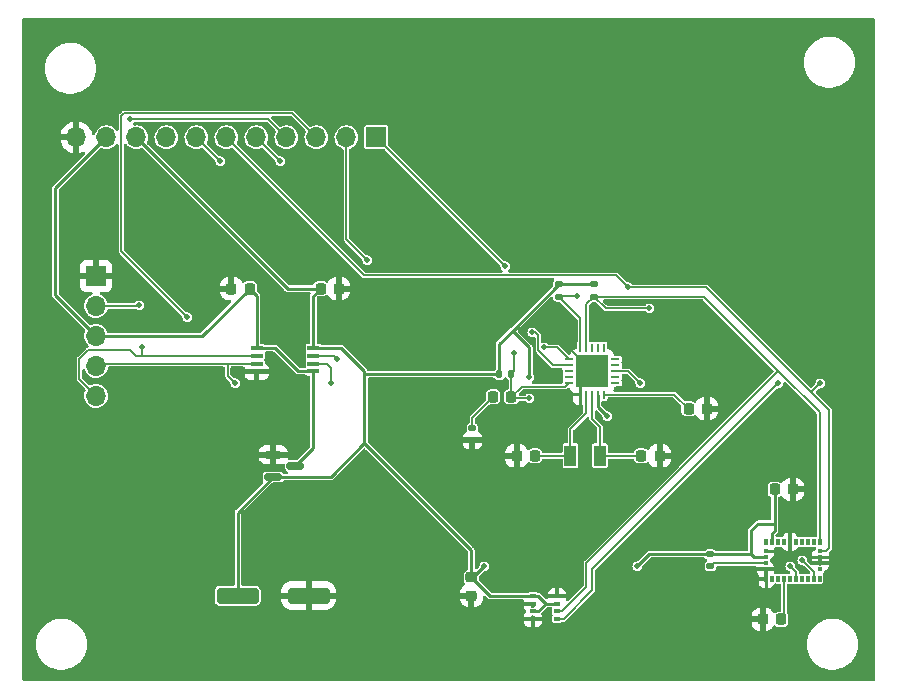
<source format=gbr>
%TF.GenerationSoftware,KiCad,Pcbnew,(6.0.7)*%
%TF.CreationDate,2023-07-12T23:11:50-05:00*%
%TF.ProjectId,UKDAQ,554b4441-512e-46b6-9963-61645f706362,rev?*%
%TF.SameCoordinates,Original*%
%TF.FileFunction,Copper,L1,Top*%
%TF.FilePolarity,Positive*%
%FSLAX46Y46*%
G04 Gerber Fmt 4.6, Leading zero omitted, Abs format (unit mm)*
G04 Created by KiCad (PCBNEW (6.0.7)) date 2023-07-12 23:11:50*
%MOMM*%
%LPD*%
G01*
G04 APERTURE LIST*
G04 Aperture macros list*
%AMRoundRect*
0 Rectangle with rounded corners*
0 $1 Rounding radius*
0 $2 $3 $4 $5 $6 $7 $8 $9 X,Y pos of 4 corners*
0 Add a 4 corners polygon primitive as box body*
4,1,4,$2,$3,$4,$5,$6,$7,$8,$9,$2,$3,0*
0 Add four circle primitives for the rounded corners*
1,1,$1+$1,$2,$3*
1,1,$1+$1,$4,$5*
1,1,$1+$1,$6,$7*
1,1,$1+$1,$8,$9*
0 Add four rect primitives between the rounded corners*
20,1,$1+$1,$2,$3,$4,$5,0*
20,1,$1+$1,$4,$5,$6,$7,0*
20,1,$1+$1,$6,$7,$8,$9,0*
20,1,$1+$1,$8,$9,$2,$3,0*%
G04 Aperture macros list end*
%TA.AperFunction,SMDPad,CuDef*%
%ADD10R,2.692400X2.692400*%
%TD*%
%TA.AperFunction,SMDPad,CuDef*%
%ADD11R,0.254000X0.762000*%
%TD*%
%TA.AperFunction,SMDPad,CuDef*%
%ADD12R,0.762000X0.254000*%
%TD*%
%TA.AperFunction,SMDPad,CuDef*%
%ADD13RoundRect,0.225000X-0.225000X-0.250000X0.225000X-0.250000X0.225000X0.250000X-0.225000X0.250000X0*%
%TD*%
%TA.AperFunction,ComponentPad*%
%ADD14R,1.700000X1.700000*%
%TD*%
%TA.AperFunction,ComponentPad*%
%ADD15O,1.700000X1.700000*%
%TD*%
%TA.AperFunction,SMDPad,CuDef*%
%ADD16RoundRect,0.150000X-0.587500X-0.150000X0.587500X-0.150000X0.587500X0.150000X-0.587500X0.150000X0*%
%TD*%
%TA.AperFunction,SMDPad,CuDef*%
%ADD17RoundRect,0.135000X-0.135000X-0.185000X0.135000X-0.185000X0.135000X0.185000X-0.135000X0.185000X0*%
%TD*%
%TA.AperFunction,SMDPad,CuDef*%
%ADD18R,0.500000X0.350000*%
%TD*%
%TA.AperFunction,SMDPad,CuDef*%
%ADD19RoundRect,0.350000X1.450000X-0.349999X1.450000X0.349999X-1.450000X0.349999X-1.450000X-0.349999X0*%
%TD*%
%TA.AperFunction,SMDPad,CuDef*%
%ADD20RoundRect,0.350000X1.450000X-0.350000X1.450000X0.350000X-1.450000X0.350000X-1.450000X-0.350000X0*%
%TD*%
%TA.AperFunction,SMDPad,CuDef*%
%ADD21R,0.300000X0.525000*%
%TD*%
%TA.AperFunction,SMDPad,CuDef*%
%ADD22R,0.425000X0.300000*%
%TD*%
%TA.AperFunction,SMDPad,CuDef*%
%ADD23RoundRect,0.135000X-0.185000X0.135000X-0.185000X-0.135000X0.185000X-0.135000X0.185000X0.135000X0*%
%TD*%
%TA.AperFunction,SMDPad,CuDef*%
%ADD24R,1.000000X1.800000*%
%TD*%
%TA.AperFunction,SMDPad,CuDef*%
%ADD25RoundRect,0.225000X-0.250000X0.225000X-0.250000X-0.225000X0.250000X-0.225000X0.250000X0.225000X0*%
%TD*%
%TA.AperFunction,SMDPad,CuDef*%
%ADD26RoundRect,0.225000X0.225000X0.250000X-0.225000X0.250000X-0.225000X-0.250000X0.225000X-0.250000X0*%
%TD*%
%TA.AperFunction,SMDPad,CuDef*%
%ADD27R,1.020000X0.410000*%
%TD*%
%TA.AperFunction,ViaPad*%
%ADD28C,0.508000*%
%TD*%
%TA.AperFunction,Conductor*%
%ADD29C,0.152400*%
%TD*%
%TA.AperFunction,Conductor*%
%ADD30C,0.228600*%
%TD*%
G04 APERTURE END LIST*
D10*
%TO.P,U5,21,EP*%
%TO.N,GND*%
X128000000Y-111000000D03*
D11*
%TO.P,U5,20,P0.2/I2C1_SCL/SPI1_SCK/32KCAL*%
%TO.N,/SCL*%
X126999999Y-109031500D03*
%TO.P,U5,19,P0.3/I2C1_SDA/SPI1_SSO/TMR0*%
%TO.N,/SDA*%
X127500001Y-109031500D03*
%TO.P,U5,18,P0.4/SPI0_MISO/UART0_TX*%
%TO.N,unconnected-(U5-Pad18)*%
X128000000Y-109031500D03*
%TO.P,U5,17,P0.5/SPI0_MOSI/UART0_RX*%
%TO.N,unconnected-(U5-Pad17)*%
X128499999Y-109031500D03*
%TO.P,U5,16,P0.6/SPI0A_SCK/UART0_CTS/UART1_TX*%
%TO.N,unconnected-(U5-Pad16)*%
X129000001Y-109031500D03*
D12*
%TO.P,U5,15,P0.7/SPI0A_SSO/UART0_RTS/UART1_RX*%
%TO.N,unconnected-(U5-Pad15)*%
X129968500Y-109999999D03*
%TO.P,U5,14,P0.10/SPI1_MISO/UART1_TX*%
%TO.N,unconnected-(U5-Pad14)*%
X129968500Y-110500001D03*
%TO.P,U5,13,P0.11/SPI1_MOSI/UART1_RX*%
%TO.N,/BNO_INTERRUPT*%
X129968500Y-111000000D03*
%TO.P,U5,12,P0.8/I2C0_SCL/SWDIO*%
%TO.N,unconnected-(U5-Pad12)*%
X129968500Y-111499999D03*
%TO.P,U5,11,P0.9/I2C0_SDA/SWDCLK*%
%TO.N,unconnected-(U5-Pad11)*%
X129968500Y-112000001D03*
D11*
%TO.P,U5,10,VCORE*%
%TO.N,Net-(C5-Pad1)*%
X129000001Y-112968500D03*
%TO.P,U5,9,VDD*%
%TO.N,VDD*%
X128499999Y-112968500D03*
%TO.P,U5,8,32KIN*%
%TO.N,Net-(C8-Pad1)*%
X128000000Y-112968500D03*
%TO.P,U5,7,32KOUT*%
%TO.N,Net-(C6-Pad1)*%
X127500001Y-112968500D03*
%TO.P,U5,6,VSS*%
%TO.N,GND*%
X126999999Y-112968500D03*
D12*
%TO.P,U5,5,RSTN*%
%TO.N,/nRESET*%
X126031500Y-112000001D03*
%TO.P,U5,4,P0.12/SPI1_SCK/UART1_CTS*%
%TO.N,unconnected-(U5-Pad4)*%
X126031500Y-111499999D03*
%TO.P,U5,3,P0.13/SPI1_SSO/UART1_RTS*%
%TO.N,unconnected-(U5-Pad3)*%
X126031500Y-111000000D03*
%TO.P,U5,2,P0.0/SWDIO/SPI1_MISO/UART1_TX*%
%TO.N,/TX{slash}SWDIO-VDD*%
X126031500Y-110500001D03*
%TO.P,U5,1,P0.1/SWDCLK/SPI1_MOSI/UART1_RX*%
%TO.N,/RX{slash}SWCLK-VDD*%
X126031500Y-109999999D03*
%TD*%
D13*
%TO.P,C9,1*%
%TO.N,GND*%
X142450000Y-132000000D03*
%TO.P,C9,2*%
%TO.N,Net-(C9-Pad2)*%
X144000000Y-132000000D03*
%TD*%
D14*
%TO.P,J1,1,Pin_1*%
%TO.N,GND*%
X86000000Y-102925000D03*
D15*
%TO.P,J1,2,Pin_2*%
%TO.N,/nRESET*%
X86000000Y-105465000D03*
%TO.P,J1,3,Pin_3*%
%TO.N,VCC*%
X86000000Y-108005000D03*
%TO.P,J1,4,Pin_4*%
%TO.N,/RX{slash}SWCLK-VCC*%
X86000000Y-110545000D03*
%TO.P,J1,5,Pin_5*%
%TO.N,/TX{slash}SWDIO-VCC*%
X86000000Y-113085000D03*
%TD*%
D16*
%TO.P,U1,1,GND*%
%TO.N,GND*%
X101005000Y-118050000D03*
%TO.P,U1,2,VOUT*%
%TO.N,VDD*%
X101005000Y-119950000D03*
%TO.P,U1,3,VIN*%
%TO.N,VCC*%
X102880000Y-119000000D03*
%TD*%
D17*
%TO.P,R4,1*%
%TO.N,VDD*%
X120138000Y-111252000D03*
%TO.P,R4,2*%
%TO.N,/nRESET*%
X121158000Y-111252000D03*
%TD*%
D18*
%TO.P,U4,1,GND*%
%TO.N,GND*%
X125020000Y-130030000D03*
%TO.P,U4,2,CSB*%
%TO.N,VDD*%
X125020000Y-130680000D03*
%TO.P,U4,3,SDI*%
%TO.N,/SDA*%
X125020000Y-131330000D03*
%TO.P,U4,4,SCK*%
%TO.N,/SCL*%
X125020000Y-131980000D03*
%TO.P,U4,5,SDO*%
%TO.N,GND*%
X122970000Y-131980000D03*
%TO.P,U4,6,VDDIO*%
%TO.N,VDD*%
X122970000Y-131330000D03*
%TO.P,U4,7,GND*%
%TO.N,GND*%
X122970000Y-130680000D03*
%TO.P,U4,8,VDD*%
%TO.N,VDD*%
X122970000Y-130030000D03*
%TD*%
D13*
%TO.P,C5,1*%
%TO.N,Net-(C5-Pad1)*%
X136160000Y-114160000D03*
%TO.P,C5,2*%
%TO.N,GND*%
X137710000Y-114160000D03*
%TD*%
D19*
%TO.P,C3,1*%
%TO.N,VDD*%
X98000000Y-130000000D03*
D20*
%TO.P,C3,2*%
%TO.N,GND*%
X104000000Y-130000000D03*
%TD*%
D21*
%TO.P,U3,1,PIN1*%
%TO.N,unconnected-(U3-Pad1)*%
X142750000Y-125437500D03*
D22*
%TO.P,U3,2,GND*%
%TO.N,GND*%
X142687500Y-126250000D03*
%TO.P,U3,3,VDD*%
%TO.N,VDD*%
X142687500Y-126750000D03*
%TO.P,U3,4,nBOOT_LOAD_PIN*%
%TO.N,Net-(R3-Pad2)*%
X142687500Y-127250000D03*
%TO.P,U3,5,PS1*%
%TO.N,GND*%
X142687500Y-127750000D03*
D21*
%TO.P,U3,6,PS0*%
X142750000Y-128562500D03*
%TO.P,U3,7,SWDIO*%
%TO.N,unconnected-(U3-Pad7)*%
X143250000Y-128562500D03*
%TO.P,U3,8,SWCLK*%
%TO.N,unconnected-(U3-Pad8)*%
X143750000Y-128562500D03*
%TO.P,U3,9,CAP*%
%TO.N,Net-(C9-Pad2)*%
X144250000Y-128562500D03*
%TO.P,U3,10,BL_IND*%
%TO.N,unconnected-(U3-Pad10)*%
X144750000Y-128562500D03*
%TO.P,U3,11,nRESET*%
%TO.N,/nRESET*%
X145250000Y-128562500D03*
%TO.P,U3,12,PIN12*%
%TO.N,unconnected-(U3-Pad12)*%
X145750000Y-128562500D03*
%TO.P,U3,13,PIN13*%
%TO.N,unconnected-(U3-Pad13)*%
X146250000Y-128562500D03*
%TO.P,U3,14,INT*%
%TO.N,/BNO_INTERRUPT*%
X146750000Y-128562500D03*
%TO.P,U3,15,PIN15*%
%TO.N,unconnected-(U3-Pad15)*%
X147250000Y-128562500D03*
D22*
%TO.P,U3,16,PIN16*%
%TO.N,unconnected-(U3-Pad16)*%
X147312500Y-127750000D03*
%TO.P,U3,17,COM3*%
%TO.N,GND*%
X147312500Y-127250000D03*
%TO.P,U3,18,COM2*%
X147312500Y-126750000D03*
%TO.P,U3,19,COM1*%
%TO.N,/SCL*%
X147312500Y-126250000D03*
D21*
%TO.P,U3,20,COM0*%
%TO.N,/SDA*%
X147250000Y-125437500D03*
%TO.P,U3,21,PIN21*%
%TO.N,unconnected-(U3-Pad21)*%
X146750000Y-125437500D03*
%TO.P,U3,22,PIN22*%
%TO.N,unconnected-(U3-Pad22)*%
X146250000Y-125437500D03*
%TO.P,U3,23,PIN23*%
%TO.N,unconnected-(U3-Pad23)*%
X145750000Y-125437500D03*
%TO.P,U3,24,PIN24*%
%TO.N,unconnected-(U3-Pad24)*%
X145250000Y-125437500D03*
%TO.P,U3,25,GNDIO*%
%TO.N,GND*%
X144750000Y-125437500D03*
%TO.P,U3,26,XOUT32*%
%TO.N,unconnected-(U3-Pad26)*%
X144250000Y-125437500D03*
%TO.P,U3,27,XIN32*%
%TO.N,unconnected-(U3-Pad27)*%
X143750000Y-125437500D03*
%TO.P,U3,28,VDDIO*%
%TO.N,VDD*%
X143250000Y-125437500D03*
%TD*%
D23*
%TO.P,R2,1*%
%TO.N,VDD*%
X128160000Y-103650000D03*
%TO.P,R2,2*%
%TO.N,/SDA*%
X128160000Y-104670000D03*
%TD*%
D13*
%TO.P,C8,1*%
%TO.N,Net-(C8-Pad1)*%
X132160000Y-118160000D03*
%TO.P,C8,2*%
%TO.N,GND*%
X133710000Y-118160000D03*
%TD*%
D24*
%TO.P,Y1,1,1*%
%TO.N,Net-(C8-Pad1)*%
X128660000Y-118160000D03*
%TO.P,Y1,2,2*%
%TO.N,Net-(C6-Pad1)*%
X126160000Y-118160000D03*
%TD*%
D25*
%TO.P,C7,1*%
%TO.N,VDD*%
X117775000Y-128450000D03*
%TO.P,C7,2*%
%TO.N,GND*%
X117775000Y-130000000D03*
%TD*%
D13*
%TO.P,C2,1*%
%TO.N,VDD*%
X105000000Y-104000000D03*
%TO.P,C2,2*%
%TO.N,GND*%
X106550000Y-104000000D03*
%TD*%
%TO.P,C4,1*%
%TO.N,VDD*%
X143450000Y-121000000D03*
%TO.P,C4,2*%
%TO.N,GND*%
X145000000Y-121000000D03*
%TD*%
D23*
%TO.P,R3,1*%
%TO.N,VDD*%
X138000000Y-126490000D03*
%TO.P,R3,2*%
%TO.N,Net-(R3-Pad2)*%
X138000000Y-127510000D03*
%TD*%
D26*
%TO.P,C6,1*%
%TO.N,Net-(C6-Pad1)*%
X123160000Y-118160000D03*
%TO.P,C6,2*%
%TO.N,GND*%
X121610000Y-118160000D03*
%TD*%
D13*
%TO.P,C1,1*%
%TO.N,GND*%
X97450000Y-104000000D03*
%TO.P,C1,2*%
%TO.N,VCC*%
X99000000Y-104000000D03*
%TD*%
D26*
%TO.P,C10,1*%
%TO.N,/nRESET*%
X121160000Y-113160000D03*
%TO.P,C10,2*%
%TO.N,Net-(C10-Pad2)*%
X119610000Y-113160000D03*
%TD*%
D14*
%TO.P,J2,1,Pin_1*%
%TO.N,/RX{slash}SWCLK-VDD*%
X109728000Y-91186000D03*
D15*
%TO.P,J2,2,Pin_2*%
%TO.N,/TX{slash}SWDIO-VDD*%
X107188000Y-91186000D03*
%TO.P,J2,3,Pin_3*%
%TO.N,/RX{slash}SWCLK-VCC*%
X104648000Y-91186000D03*
%TO.P,J2,4,Pin_4*%
%TO.N,/TX{slash}SWDIO-VCC*%
X102108000Y-91186000D03*
%TO.P,J2,5,Pin_5*%
%TO.N,/SDA*%
X99568000Y-91186000D03*
%TO.P,J2,6,Pin_6*%
%TO.N,/SCL*%
X97028000Y-91186000D03*
%TO.P,J2,7,Pin_7*%
%TO.N,/nRESET*%
X94488000Y-91186000D03*
%TO.P,J2,8,Pin_8*%
%TO.N,/BNO_INTERRUPT*%
X91948000Y-91186000D03*
%TO.P,J2,9,Pin_9*%
%TO.N,VDD*%
X89408000Y-91186000D03*
%TO.P,J2,10,Pin_10*%
%TO.N,VCC*%
X86868000Y-91186000D03*
%TO.P,J2,11,Pin_11*%
%TO.N,GND*%
X84328000Y-91186000D03*
%TD*%
D27*
%TO.P,U2,1,VCCA*%
%TO.N,VCC*%
X99600000Y-109050000D03*
%TO.P,U2,2,A1*%
%TO.N,/TX{slash}SWDIO-VCC*%
X99600000Y-109700000D03*
%TO.P,U2,3,A2*%
%TO.N,/RX{slash}SWCLK-VCC*%
X99600000Y-110350000D03*
%TO.P,U2,4,GND*%
%TO.N,GND*%
X99600000Y-111000000D03*
%TO.P,U2,5,EN*%
%TO.N,VCC*%
X104400000Y-111000000D03*
%TO.P,U2,6,B2*%
%TO.N,/RX{slash}SWCLK-VDD*%
X104400000Y-110350000D03*
%TO.P,U2,7,B1*%
%TO.N,/TX{slash}SWDIO-VDD*%
X104400000Y-109700000D03*
%TO.P,U2,8,VCCB*%
%TO.N,VDD*%
X104400000Y-109050000D03*
%TD*%
D23*
%TO.P,R5,1*%
%TO.N,Net-(C10-Pad2)*%
X117856000Y-115824000D03*
%TO.P,R5,2*%
%TO.N,GND*%
X117856000Y-116844000D03*
%TD*%
%TO.P,R1,1*%
%TO.N,VDD*%
X125160000Y-103650000D03*
%TO.P,R1,2*%
%TO.N,/SCL*%
X125160000Y-104670000D03*
%TD*%
D28*
%TO.N,GND*%
X113284000Y-115570000D03*
X124714000Y-106934000D03*
X88392000Y-122936000D03*
X133604000Y-85598000D03*
X137668000Y-108966000D03*
X111760000Y-131826000D03*
X123190000Y-123698000D03*
X111506000Y-97790000D03*
X146558000Y-104902000D03*
X112268000Y-107696000D03*
X99060000Y-85344000D03*
X93472000Y-99314000D03*
X135128000Y-132588000D03*
%TO.N,VDD*%
X118872000Y-127508000D03*
X122682000Y-111506000D03*
X129286000Y-114808000D03*
X131826000Y-127508000D03*
%TO.N,/nRESET*%
X121412000Y-109474000D03*
X144780000Y-127508000D03*
X89662000Y-105410000D03*
X122682000Y-113284000D03*
X96520000Y-93218000D03*
%TO.N,/RX{slash}SWCLK-VCC*%
X97790000Y-112014000D03*
X93726000Y-106426000D03*
%TO.N,/TX{slash}SWDIO-VCC*%
X89916000Y-108966000D03*
X88900000Y-89662000D03*
%TO.N,/SCL*%
X147320000Y-112014000D03*
X143764000Y-112014000D03*
X126746000Y-104648000D03*
X131064000Y-103886000D03*
%TO.N,/SDA*%
X132842000Y-105664000D03*
X101600000Y-93218000D03*
%TO.N,/RX{slash}SWCLK-VDD*%
X120650000Y-102108000D03*
X105918000Y-112014000D03*
X123952000Y-108966000D03*
%TO.N,/TX{slash}SWDIO-VDD*%
X108966000Y-101600000D03*
X122936000Y-107696000D03*
X106426000Y-109982000D03*
%TO.N,/BNO_INTERRUPT*%
X145796000Y-127000000D03*
X132080000Y-112014000D03*
%TD*%
D29*
%TO.N,GND*%
X128000000Y-111000000D02*
X124714000Y-107714000D01*
D30*
X126999999Y-112000001D02*
X128000000Y-111000000D01*
D29*
X124714000Y-107714000D02*
X124714000Y-106934000D01*
D30*
X126999999Y-112968500D02*
X126999999Y-112000001D01*
%TO.N,VCC*%
X99600000Y-109050000D02*
X99600000Y-104600000D01*
X86000000Y-108005000D02*
X94995000Y-108005000D01*
X99600000Y-104600000D02*
X99000000Y-104000000D01*
X104400000Y-111000000D02*
X103126000Y-111000000D01*
X86868000Y-91186000D02*
X82550000Y-95504000D01*
X102880000Y-119000000D02*
X104400000Y-117480000D01*
X103126000Y-111000000D02*
X101176000Y-109050000D01*
X82550000Y-95504000D02*
X82550000Y-104555000D01*
X104400000Y-117480000D02*
X104400000Y-111000000D01*
X94995000Y-108005000D02*
X99000000Y-104000000D01*
X101176000Y-109050000D02*
X99600000Y-109050000D01*
X82550000Y-104555000D02*
X86000000Y-108005000D01*
%TO.N,VDD*%
X141736000Y-126750000D02*
X142687500Y-126750000D01*
X108712000Y-110998000D02*
X106764000Y-109050000D01*
X117775000Y-128450000D02*
X117775000Y-126157000D01*
X104400000Y-104600000D02*
X105000000Y-104000000D01*
X108712000Y-111252000D02*
X108712000Y-110998000D01*
X122682000Y-108966000D02*
X121263000Y-107547000D01*
X120138000Y-108672000D02*
X121263000Y-107547000D01*
X138000000Y-126490000D02*
X141476000Y-126490000D01*
X89408000Y-91186000D02*
X102222000Y-104000000D01*
X120138000Y-111252000D02*
X108712000Y-111252000D01*
X143250000Y-124720000D02*
X143250000Y-125437500D01*
X122682000Y-111506000D02*
X122682000Y-108966000D01*
X121263000Y-107547000D02*
X125160000Y-103650000D01*
X141476000Y-126490000D02*
X141736000Y-126750000D01*
X128499999Y-114021999D02*
X129286000Y-114808000D01*
X123432000Y-130030000D02*
X124082000Y-130680000D01*
X131826000Y-127508000D02*
X132844000Y-126490000D01*
X108712000Y-117094000D02*
X108712000Y-111252000D01*
X122970000Y-130030000D02*
X123432000Y-130030000D01*
X106764000Y-109050000D02*
X104400000Y-109050000D01*
X142046000Y-123892000D02*
X143450000Y-123892000D01*
X117775000Y-126157000D02*
X108712000Y-117094000D01*
X132844000Y-126490000D02*
X138000000Y-126490000D01*
X128499999Y-112968500D02*
X128499999Y-114021999D01*
X123432000Y-131330000D02*
X124082000Y-130680000D01*
X141476000Y-126490000D02*
X141476000Y-124462000D01*
X125160000Y-103650000D02*
X128160000Y-103650000D01*
X124082000Y-130680000D02*
X125020000Y-130680000D01*
X98000000Y-122955000D02*
X101005000Y-119950000D01*
X117930000Y-128450000D02*
X118872000Y-127508000D01*
X143450000Y-123892000D02*
X143450000Y-124520000D01*
X141476000Y-124462000D02*
X142046000Y-123892000D01*
X120138000Y-111252000D02*
X120138000Y-108672000D01*
X117775000Y-128450000D02*
X117930000Y-128450000D01*
X143450000Y-124520000D02*
X143250000Y-124720000D01*
X119355000Y-130030000D02*
X122970000Y-130030000D01*
X98000000Y-130000000D02*
X98000000Y-122955000D01*
X122970000Y-131330000D02*
X123432000Y-131330000D01*
X143450000Y-121000000D02*
X143450000Y-123892000D01*
X104400000Y-109050000D02*
X104400000Y-104600000D01*
X101005000Y-119950000D02*
X105856000Y-119950000D01*
X117775000Y-128450000D02*
X119355000Y-130030000D01*
X105856000Y-119950000D02*
X108712000Y-117094000D01*
X102222000Y-104000000D02*
X105000000Y-104000000D01*
D29*
%TO.N,Net-(C5-Pad1)*%
X136160000Y-114160000D02*
X134970000Y-112970000D01*
X134970000Y-112970000D02*
X129001501Y-112970000D01*
X129001501Y-112970000D02*
X129000001Y-112968500D01*
%TO.N,/nRESET*%
X89607000Y-105465000D02*
X89662000Y-105410000D01*
X121412000Y-109474000D02*
X121412000Y-110998000D01*
X121158000Y-113158000D02*
X121160000Y-113160000D01*
X122682000Y-113284000D02*
X121284000Y-113284000D01*
X121158000Y-111252000D02*
X121158000Y-113158000D01*
X125731501Y-112300000D02*
X122020000Y-112300000D01*
X126031500Y-112000001D02*
X125731501Y-112300000D01*
X86000000Y-105465000D02*
X89607000Y-105465000D01*
X122020000Y-112300000D02*
X121160000Y-113160000D01*
X145250000Y-128562500D02*
X145250000Y-127978000D01*
X121412000Y-110998000D02*
X121158000Y-111252000D01*
X121284000Y-113284000D02*
X121160000Y-113160000D01*
X94488000Y-91186000D02*
X96520000Y-93218000D01*
X145250000Y-127978000D02*
X144780000Y-127508000D01*
%TO.N,Net-(C6-Pad1)*%
X126160000Y-115902000D02*
X127490000Y-114572000D01*
X127490000Y-114572000D02*
X127490000Y-112978501D01*
X123160000Y-118160000D02*
X126160000Y-118160000D01*
X127490000Y-112978501D02*
X127500001Y-112968500D01*
X126160000Y-118160000D02*
X126160000Y-115902000D01*
%TO.N,Net-(C8-Pad1)*%
X128660000Y-118160000D02*
X132160000Y-118160000D01*
X128000000Y-115046000D02*
X128000000Y-112968500D01*
X128660000Y-115706000D02*
X128000000Y-115046000D01*
X128660000Y-118160000D02*
X128660000Y-115706000D01*
%TO.N,Net-(C9-Pad2)*%
X144000000Y-132000000D02*
X144250000Y-131750000D01*
X144250000Y-131750000D02*
X144250000Y-128562500D01*
%TO.N,Net-(C10-Pad2)*%
X119610000Y-113160000D02*
X117856000Y-114914000D01*
X117856000Y-114914000D02*
X117856000Y-115824000D01*
%TO.N,/RX{slash}SWCLK-VCC*%
X97142000Y-110350000D02*
X86195000Y-110350000D01*
X88138000Y-100838000D02*
X93726000Y-106426000D01*
X86195000Y-110350000D02*
X86000000Y-110545000D01*
X102616000Y-89154000D02*
X88392000Y-89154000D01*
X99600000Y-110350000D02*
X97142000Y-110350000D01*
X88392000Y-89154000D02*
X88138000Y-89408000D01*
X88138000Y-92964000D02*
X88138000Y-100838000D01*
X97790000Y-112014000D02*
X97142000Y-111366000D01*
X104648000Y-91186000D02*
X102616000Y-89154000D01*
X97142000Y-111366000D02*
X97142000Y-110350000D01*
X88138000Y-89408000D02*
X88138000Y-92964000D01*
%TO.N,/TX{slash}SWDIO-VCC*%
X84582000Y-109982000D02*
X84582000Y-111667000D01*
X102108000Y-91186000D02*
X100584000Y-89662000D01*
X99600000Y-109700000D02*
X89888000Y-109700000D01*
X89916000Y-109672000D02*
X89888000Y-109700000D01*
X89380000Y-109700000D02*
X88900000Y-109220000D01*
X85344000Y-109220000D02*
X84582000Y-109982000D01*
X89916000Y-108966000D02*
X89916000Y-109672000D01*
X89888000Y-109700000D02*
X89380000Y-109700000D01*
X88900000Y-109220000D02*
X85344000Y-109220000D01*
X100584000Y-89662000D02*
X88900000Y-89662000D01*
X84582000Y-111667000D02*
X86000000Y-113085000D01*
%TO.N,Net-(R3-Pad2)*%
X138000000Y-127510000D02*
X138260000Y-127250000D01*
X138260000Y-127250000D02*
X142687500Y-127250000D01*
%TO.N,/SCL*%
X125182000Y-104648000D02*
X125160000Y-104670000D01*
X126746000Y-104648000D02*
X125182000Y-104648000D01*
X128016000Y-129540000D02*
X128016000Y-127762000D01*
X128016000Y-127762000D02*
X143764000Y-112014000D01*
X126999999Y-109031500D02*
X127000000Y-106510000D01*
X147816000Y-126250000D02*
X148082000Y-125984000D01*
X125020000Y-131980000D02*
X125576000Y-131980000D01*
X148082000Y-125984000D02*
X148082000Y-114300000D01*
X137668000Y-103886000D02*
X131064000Y-103886000D01*
X148082000Y-114300000D02*
X146558000Y-112776000D01*
X130048000Y-102870000D02*
X131064000Y-103886000D01*
X108712000Y-102870000D02*
X130048000Y-102870000D01*
X147320000Y-112014000D02*
X146558000Y-112776000D01*
X147312500Y-126250000D02*
X147816000Y-126250000D01*
X125576000Y-131980000D02*
X128016000Y-129540000D01*
X127000000Y-106510000D02*
X125160000Y-104670000D01*
X97028000Y-91186000D02*
X108712000Y-102870000D01*
X146558000Y-112776000D02*
X137668000Y-103886000D01*
%TO.N,/SDA*%
X132842000Y-105664000D02*
X129154000Y-105664000D01*
X125422400Y-131330000D02*
X127508000Y-129244400D01*
X127508000Y-127254000D02*
X143764000Y-110998000D01*
X129154000Y-105664000D02*
X128160000Y-104670000D01*
X99568000Y-91186000D02*
X101600000Y-93218000D01*
X147250000Y-114484000D02*
X143764000Y-110998000D01*
X127490000Y-109021499D02*
X127490000Y-105340000D01*
X125020000Y-131330000D02*
X125422400Y-131330000D01*
X143764000Y-110998000D02*
X137436000Y-104670000D01*
X137436000Y-104670000D02*
X128160000Y-104670000D01*
X147250000Y-125437500D02*
X147250000Y-114484000D01*
X127500001Y-109031500D02*
X127490000Y-109021499D01*
X127508000Y-129244400D02*
X127508000Y-127254000D01*
X127490000Y-105340000D02*
X128160000Y-104670000D01*
%TO.N,/RX{slash}SWCLK-VDD*%
X109728000Y-91186000D02*
X120650000Y-102108000D01*
X105918000Y-110744000D02*
X105918000Y-112014000D01*
X123952000Y-108966000D02*
X124997501Y-108966000D01*
X124997501Y-108966000D02*
X126031500Y-109999999D01*
X105664000Y-110490000D02*
X105918000Y-110744000D01*
X105524000Y-110350000D02*
X105664000Y-110490000D01*
X104400000Y-110350000D02*
X105524000Y-110350000D01*
%TO.N,/TX{slash}SWDIO-VDD*%
X122936000Y-107696000D02*
X123190000Y-107696000D01*
X107188000Y-91186000D02*
X107188000Y-99822000D01*
X123444000Y-107950000D02*
X123444000Y-109220000D01*
X124714000Y-110490000D02*
X126021499Y-110490000D01*
X106144000Y-109700000D02*
X106426000Y-109982000D01*
X126021499Y-110490000D02*
X126031500Y-110500001D01*
X104400000Y-109700000D02*
X106144000Y-109700000D01*
X123190000Y-107696000D02*
X123444000Y-107950000D01*
X107188000Y-99822000D02*
X108966000Y-101600000D01*
X123444000Y-109220000D02*
X124714000Y-110490000D01*
%TO.N,/BNO_INTERRUPT*%
X146750000Y-127954000D02*
X145796000Y-127000000D01*
X146750000Y-128562500D02*
X146750000Y-127954000D01*
X131066000Y-111000000D02*
X129968500Y-111000000D01*
X132080000Y-112014000D02*
X131066000Y-111000000D01*
%TD*%
%TA.AperFunction,Conductor*%
%TO.N,GND*%
G36*
X151902121Y-81090002D02*
G01*
X151948614Y-81143658D01*
X151960000Y-81196000D01*
X151960000Y-137133878D01*
X151939998Y-137201999D01*
X151886342Y-137248492D01*
X151833879Y-137259878D01*
X86253660Y-137196305D01*
X79875878Y-137190122D01*
X79807777Y-137170054D01*
X79761336Y-137116353D01*
X79750000Y-137064122D01*
X79750000Y-134089403D01*
X80900187Y-134089403D01*
X80917085Y-134382460D01*
X80917910Y-134386665D01*
X80917911Y-134386673D01*
X80950513Y-134552845D01*
X80973599Y-134670514D01*
X80974986Y-134674565D01*
X80974987Y-134674569D01*
X81067294Y-134944177D01*
X81067298Y-134944186D01*
X81068683Y-134948232D01*
X81200578Y-135210476D01*
X81203004Y-135214005D01*
X81203007Y-135214011D01*
X81242678Y-135271732D01*
X81366844Y-135452394D01*
X81564403Y-135669509D01*
X81567684Y-135672252D01*
X81786308Y-135855051D01*
X81786313Y-135855055D01*
X81789600Y-135857803D01*
X81913934Y-135935798D01*
X82034628Y-136011509D01*
X82034632Y-136011511D01*
X82038268Y-136013792D01*
X82042178Y-136015557D01*
X82042179Y-136015558D01*
X82301894Y-136132824D01*
X82301898Y-136132826D01*
X82305806Y-136134590D01*
X82309925Y-136135810D01*
X82583149Y-136216743D01*
X82583153Y-136216744D01*
X82587262Y-136217961D01*
X82591496Y-136218609D01*
X82591501Y-136218610D01*
X82848363Y-136257915D01*
X82877429Y-136262363D01*
X83026852Y-136264710D01*
X83166646Y-136266907D01*
X83166652Y-136266907D01*
X83170937Y-136266974D01*
X83462356Y-136231708D01*
X83746292Y-136157219D01*
X83750252Y-136155579D01*
X83750257Y-136155577D01*
X83896272Y-136095095D01*
X84017492Y-136044884D01*
X84270937Y-135896783D01*
X84501938Y-135715655D01*
X84543999Y-135672252D01*
X84703236Y-135507931D01*
X84706219Y-135504853D01*
X84708752Y-135501405D01*
X84708756Y-135501400D01*
X84877463Y-135271732D01*
X84880001Y-135268277D01*
X85020069Y-135010305D01*
X85123829Y-134735711D01*
X85189363Y-134449575D01*
X85215458Y-134157192D01*
X85215931Y-134112000D01*
X85214682Y-134093683D01*
X85214390Y-134089403D01*
X146178187Y-134089403D01*
X146195085Y-134382460D01*
X146195910Y-134386665D01*
X146195911Y-134386673D01*
X146228513Y-134552845D01*
X146251599Y-134670514D01*
X146252986Y-134674565D01*
X146252987Y-134674569D01*
X146345294Y-134944177D01*
X146345298Y-134944186D01*
X146346683Y-134948232D01*
X146478578Y-135210476D01*
X146481004Y-135214005D01*
X146481007Y-135214011D01*
X146520678Y-135271732D01*
X146644844Y-135452394D01*
X146842403Y-135669509D01*
X146845684Y-135672252D01*
X147064308Y-135855051D01*
X147064313Y-135855055D01*
X147067600Y-135857803D01*
X147191934Y-135935798D01*
X147312628Y-136011509D01*
X147312632Y-136011511D01*
X147316268Y-136013792D01*
X147320178Y-136015557D01*
X147320179Y-136015558D01*
X147579894Y-136132824D01*
X147579898Y-136132826D01*
X147583806Y-136134590D01*
X147587925Y-136135810D01*
X147861149Y-136216743D01*
X147861153Y-136216744D01*
X147865262Y-136217961D01*
X147869496Y-136218609D01*
X147869501Y-136218610D01*
X148126363Y-136257915D01*
X148155429Y-136262363D01*
X148304852Y-136264710D01*
X148444646Y-136266907D01*
X148444652Y-136266907D01*
X148448937Y-136266974D01*
X148740356Y-136231708D01*
X149024292Y-136157219D01*
X149028252Y-136155579D01*
X149028257Y-136155577D01*
X149174272Y-136095095D01*
X149295492Y-136044884D01*
X149548937Y-135896783D01*
X149779938Y-135715655D01*
X149821999Y-135672252D01*
X149981236Y-135507931D01*
X149984219Y-135504853D01*
X149986752Y-135501405D01*
X149986756Y-135501400D01*
X150155463Y-135271732D01*
X150158001Y-135268277D01*
X150298069Y-135010305D01*
X150401829Y-134735711D01*
X150467363Y-134449575D01*
X150493458Y-134157192D01*
X150493931Y-134112000D01*
X150492682Y-134093683D01*
X150474257Y-133823412D01*
X150474256Y-133823406D01*
X150473965Y-133819135D01*
X150414438Y-133531690D01*
X150408225Y-133514143D01*
X150317882Y-133259023D01*
X150316451Y-133254982D01*
X150181817Y-132994133D01*
X150173756Y-132982663D01*
X150015491Y-132757475D01*
X150015486Y-132757469D01*
X150013027Y-132753970D01*
X149928492Y-132663000D01*
X149816126Y-132542079D01*
X149816123Y-132542076D01*
X149813205Y-132538936D01*
X149809889Y-132536222D01*
X149809886Y-132536219D01*
X149589367Y-132355725D01*
X149589360Y-132355720D01*
X149586049Y-132353010D01*
X149409479Y-132244808D01*
X149339423Y-132201878D01*
X149339422Y-132201878D01*
X149335761Y-132199634D01*
X149322856Y-132193969D01*
X149070901Y-132083368D01*
X149070898Y-132083367D01*
X149066973Y-132081644D01*
X148784659Y-132001225D01*
X148780417Y-132000621D01*
X148780411Y-132000620D01*
X148498294Y-131960469D01*
X148494043Y-131959864D01*
X148339296Y-131959054D01*
X148204788Y-131958349D01*
X148204782Y-131958349D01*
X148200502Y-131958327D01*
X148196258Y-131958886D01*
X148196254Y-131958886D01*
X148068262Y-131975737D01*
X147909469Y-131996642D01*
X147905329Y-131997775D01*
X147905327Y-131997775D01*
X147892716Y-132001225D01*
X147626328Y-132074101D01*
X147356320Y-132189269D01*
X147104440Y-132340017D01*
X147101094Y-132342697D01*
X147101092Y-132342699D01*
X147020262Y-132407456D01*
X146875348Y-132523553D01*
X146673286Y-132736483D01*
X146501990Y-132974866D01*
X146364632Y-133234290D01*
X146263752Y-133509956D01*
X146262839Y-133514142D01*
X146262839Y-133514143D01*
X146202132Y-133792573D01*
X146202131Y-133792581D01*
X146201219Y-133796763D01*
X146178187Y-134089403D01*
X85214390Y-134089403D01*
X85196257Y-133823412D01*
X85196256Y-133823406D01*
X85195965Y-133819135D01*
X85136438Y-133531690D01*
X85130225Y-133514143D01*
X85039882Y-133259023D01*
X85038451Y-133254982D01*
X84903817Y-132994133D01*
X84895756Y-132982663D01*
X84737491Y-132757475D01*
X84737486Y-132757469D01*
X84735027Y-132753970D01*
X84650492Y-132663000D01*
X84538126Y-132542079D01*
X84538123Y-132542076D01*
X84535205Y-132538936D01*
X84531889Y-132536222D01*
X84531886Y-132536219D01*
X84311367Y-132355725D01*
X84311360Y-132355720D01*
X84308049Y-132353010D01*
X84131479Y-132244808D01*
X84061423Y-132201878D01*
X84061422Y-132201878D01*
X84057818Y-132199669D01*
X122212001Y-132199669D01*
X122212371Y-132206490D01*
X122217895Y-132257352D01*
X122221521Y-132272604D01*
X122266676Y-132393054D01*
X122275214Y-132408649D01*
X122351715Y-132510724D01*
X122364276Y-132523285D01*
X122466351Y-132599786D01*
X122481946Y-132608324D01*
X122602394Y-132653478D01*
X122617649Y-132657105D01*
X122668514Y-132662631D01*
X122675328Y-132663000D01*
X122776885Y-132663000D01*
X122792124Y-132658525D01*
X122793329Y-132657135D01*
X122795000Y-132649452D01*
X122795000Y-132644884D01*
X123145000Y-132644884D01*
X123149475Y-132660123D01*
X123150865Y-132661328D01*
X123158548Y-132662999D01*
X123264669Y-132662999D01*
X123271490Y-132662629D01*
X123322352Y-132657105D01*
X123337604Y-132653479D01*
X123458054Y-132608324D01*
X123473649Y-132599786D01*
X123575724Y-132523285D01*
X123588285Y-132510724D01*
X123664786Y-132408649D01*
X123673324Y-132393054D01*
X123718478Y-132272606D01*
X123722105Y-132257351D01*
X123727631Y-132206486D01*
X123728000Y-132199672D01*
X123728000Y-132173115D01*
X123723525Y-132157876D01*
X123722135Y-132156671D01*
X123714452Y-132155000D01*
X123163115Y-132155000D01*
X123147876Y-132159475D01*
X123146671Y-132160865D01*
X123145000Y-132168548D01*
X123145000Y-132644884D01*
X122795000Y-132644884D01*
X122795000Y-132173115D01*
X122790525Y-132157876D01*
X122789135Y-132156671D01*
X122781452Y-132155000D01*
X122230116Y-132155000D01*
X122214877Y-132159475D01*
X122213672Y-132160865D01*
X122212001Y-132168548D01*
X122212001Y-132199669D01*
X84057818Y-132199669D01*
X84057761Y-132199634D01*
X84044856Y-132193969D01*
X83792901Y-132083368D01*
X83792898Y-132083367D01*
X83788973Y-132081644D01*
X83506659Y-132001225D01*
X83502417Y-132000621D01*
X83502411Y-132000620D01*
X83220294Y-131960469D01*
X83216043Y-131959864D01*
X83061296Y-131959054D01*
X82926788Y-131958349D01*
X82926782Y-131958349D01*
X82922502Y-131958327D01*
X82918258Y-131958886D01*
X82918254Y-131958886D01*
X82790262Y-131975737D01*
X82631469Y-131996642D01*
X82627329Y-131997775D01*
X82627327Y-131997775D01*
X82614716Y-132001225D01*
X82348328Y-132074101D01*
X82078320Y-132189269D01*
X81826440Y-132340017D01*
X81823094Y-132342697D01*
X81823092Y-132342699D01*
X81742262Y-132407456D01*
X81597348Y-132523553D01*
X81395286Y-132736483D01*
X81223990Y-132974866D01*
X81086632Y-133234290D01*
X80985752Y-133509956D01*
X80984839Y-133514142D01*
X80984839Y-133514143D01*
X80924132Y-133792573D01*
X80924131Y-133792581D01*
X80923219Y-133796763D01*
X80900187Y-134089403D01*
X79750000Y-134089403D01*
X79750000Y-118315871D01*
X99765956Y-118315871D01*
X99806607Y-118455790D01*
X99812852Y-118470221D01*
X99889411Y-118599678D01*
X99899051Y-118612104D01*
X100005396Y-118718449D01*
X100017822Y-118728089D01*
X100147279Y-118804648D01*
X100161710Y-118810893D01*
X100307565Y-118853269D01*
X100320167Y-118855570D01*
X100348584Y-118857807D01*
X100353514Y-118858000D01*
X100732885Y-118858000D01*
X100748124Y-118853525D01*
X100749329Y-118852135D01*
X100751000Y-118844452D01*
X100751000Y-118322115D01*
X100746525Y-118306876D01*
X100745135Y-118305671D01*
X100737452Y-118304000D01*
X99780622Y-118304000D01*
X99767091Y-118307973D01*
X99765956Y-118315871D01*
X79750000Y-118315871D01*
X79750000Y-117778605D01*
X99767561Y-117778605D01*
X99767601Y-117792706D01*
X99774870Y-117796000D01*
X100732885Y-117796000D01*
X100748124Y-117791525D01*
X100749329Y-117790135D01*
X100751000Y-117782452D01*
X100751000Y-117777885D01*
X101259000Y-117777885D01*
X101263475Y-117793124D01*
X101264865Y-117794329D01*
X101272548Y-117796000D01*
X102229378Y-117796000D01*
X102242909Y-117792027D01*
X102244044Y-117784129D01*
X102203393Y-117644210D01*
X102197148Y-117629779D01*
X102120589Y-117500322D01*
X102110949Y-117487896D01*
X102004604Y-117381551D01*
X101992178Y-117371911D01*
X101862721Y-117295352D01*
X101848290Y-117289107D01*
X101702435Y-117246731D01*
X101689833Y-117244430D01*
X101661416Y-117242193D01*
X101656486Y-117242000D01*
X101277115Y-117242000D01*
X101261876Y-117246475D01*
X101260671Y-117247865D01*
X101259000Y-117255548D01*
X101259000Y-117777885D01*
X100751000Y-117777885D01*
X100751000Y-117260116D01*
X100746525Y-117244877D01*
X100745135Y-117243672D01*
X100737452Y-117242001D01*
X100353517Y-117242001D01*
X100348580Y-117242195D01*
X100320164Y-117244430D01*
X100307569Y-117246730D01*
X100161710Y-117289107D01*
X100147279Y-117295352D01*
X100017822Y-117371911D01*
X100005396Y-117381551D01*
X99899051Y-117487896D01*
X99889411Y-117500322D01*
X99812852Y-117629779D01*
X99806607Y-117644210D01*
X99767561Y-117778605D01*
X79750000Y-117778605D01*
X79750000Y-104555000D01*
X82277564Y-104555000D01*
X82279985Y-104567171D01*
X82294116Y-104638207D01*
X82298303Y-104659257D01*
X82305197Y-104669574D01*
X82305197Y-104669575D01*
X82326302Y-104701160D01*
X82333121Y-104711366D01*
X82357359Y-104747641D01*
X82367674Y-104754533D01*
X82369356Y-104755657D01*
X82388450Y-104771328D01*
X85060547Y-107443425D01*
X85094573Y-107505737D01*
X85089508Y-107576552D01*
X85081866Y-107593221D01*
X85073739Y-107608004D01*
X85071875Y-107613879D01*
X85071874Y-107613882D01*
X85055931Y-107664142D01*
X85014269Y-107795476D01*
X84992345Y-107990930D01*
X84992861Y-107997073D01*
X85007093Y-108166550D01*
X85008803Y-108186919D01*
X85063015Y-108375979D01*
X85065830Y-108381456D01*
X85065831Y-108381459D01*
X85150101Y-108545431D01*
X85152916Y-108550908D01*
X85156739Y-108555732D01*
X85156742Y-108555736D01*
X85248970Y-108672098D01*
X85275083Y-108705044D01*
X85279777Y-108709038D01*
X85279777Y-108709039D01*
X85288941Y-108716838D01*
X85355258Y-108773278D01*
X85394170Y-108832660D01*
X85394801Y-108903653D01*
X85356950Y-108963718D01*
X85306841Y-108987308D01*
X85307362Y-108988666D01*
X85307361Y-108988666D01*
X85287986Y-108996103D01*
X85269038Y-109001715D01*
X85261689Y-109003277D01*
X85261688Y-109003278D01*
X85248735Y-109006031D01*
X85238024Y-109013813D01*
X85233216Y-109015954D01*
X85228799Y-109018823D01*
X85216436Y-109023568D01*
X85201765Y-109038239D01*
X85186731Y-109051080D01*
X85169942Y-109063278D01*
X85163322Y-109074745D01*
X85154459Y-109084588D01*
X85154135Y-109084296D01*
X85148945Y-109091059D01*
X84782776Y-109457227D01*
X84426568Y-109813435D01*
X84421784Y-109817975D01*
X84392514Y-109844330D01*
X84386453Y-109857943D01*
X84384074Y-109863286D01*
X84374642Y-109880658D01*
X84370551Y-109886957D01*
X84370550Y-109886959D01*
X84363339Y-109898064D01*
X84361268Y-109911143D01*
X84359381Y-109916058D01*
X84358287Y-109921204D01*
X84352900Y-109933303D01*
X84352900Y-109954053D01*
X84351349Y-109973764D01*
X84348103Y-109994258D01*
X84351530Y-110007047D01*
X84352223Y-110020275D01*
X84351787Y-110020298D01*
X84352900Y-110028750D01*
X84352900Y-111657718D01*
X84352727Y-111664312D01*
X84351743Y-111683097D01*
X84350666Y-111703639D01*
X84358103Y-111723014D01*
X84363715Y-111741962D01*
X84365031Y-111748151D01*
X84368031Y-111762265D01*
X84375813Y-111772976D01*
X84377954Y-111777784D01*
X84380823Y-111782201D01*
X84385568Y-111794564D01*
X84400239Y-111809235D01*
X84413080Y-111824269D01*
X84425278Y-111841058D01*
X84436745Y-111847678D01*
X84446588Y-111856541D01*
X84446296Y-111856866D01*
X84453060Y-111862056D01*
X85079660Y-112488656D01*
X85113686Y-112550968D01*
X85108621Y-112621783D01*
X85100980Y-112638451D01*
X85076707Y-112682604D01*
X85076705Y-112682609D01*
X85073739Y-112688004D01*
X85071878Y-112693871D01*
X85071877Y-112693873D01*
X85071100Y-112696322D01*
X85014269Y-112875476D01*
X84992345Y-113070930D01*
X84996184Y-113116641D01*
X85006491Y-113239381D01*
X85008803Y-113266919D01*
X85010502Y-113272844D01*
X85061134Y-113449418D01*
X85063015Y-113455979D01*
X85065830Y-113461456D01*
X85065831Y-113461459D01*
X85148916Y-113623125D01*
X85152916Y-113630908D01*
X85156739Y-113635732D01*
X85156742Y-113635736D01*
X85228667Y-113726482D01*
X85275083Y-113785044D01*
X85279777Y-113789038D01*
X85279777Y-113789039D01*
X85417206Y-113906000D01*
X85424862Y-113912516D01*
X85430240Y-113915522D01*
X85430242Y-113915523D01*
X85466656Y-113935874D01*
X85596547Y-114008467D01*
X85783600Y-114069244D01*
X85978895Y-114092532D01*
X85985030Y-114092060D01*
X85985032Y-114092060D01*
X86168852Y-114077916D01*
X86168856Y-114077915D01*
X86174994Y-114077443D01*
X86364428Y-114024552D01*
X86369932Y-114021772D01*
X86369934Y-114021771D01*
X86534480Y-113938653D01*
X86534482Y-113938652D01*
X86539981Y-113935874D01*
X86694966Y-113814786D01*
X86698992Y-113810122D01*
X86698995Y-113810119D01*
X86819451Y-113670569D01*
X86819452Y-113670567D01*
X86823480Y-113665901D01*
X86920628Y-113494890D01*
X86982710Y-113308266D01*
X87007360Y-113113138D01*
X87007753Y-113085000D01*
X86988561Y-112889260D01*
X86931714Y-112700975D01*
X86881136Y-112605851D01*
X86842273Y-112532760D01*
X86842271Y-112532757D01*
X86839379Y-112527318D01*
X86835489Y-112522548D01*
X86835486Y-112522544D01*
X86718967Y-112379678D01*
X86718964Y-112379675D01*
X86715072Y-112374903D01*
X86681696Y-112347292D01*
X86568278Y-112253464D01*
X86568274Y-112253462D01*
X86563528Y-112249535D01*
X86390520Y-112155990D01*
X86202637Y-112097830D01*
X86196519Y-112097187D01*
X86196514Y-112097186D01*
X86013164Y-112077916D01*
X86013162Y-112077916D01*
X86007035Y-112077272D01*
X85924199Y-112084810D01*
X85817305Y-112094538D01*
X85817302Y-112094539D01*
X85811166Y-112095097D01*
X85622489Y-112150628D01*
X85553568Y-112186659D01*
X85551592Y-112187692D01*
X85481957Y-112201526D01*
X85415896Y-112175516D01*
X85404122Y-112165125D01*
X84848005Y-111609008D01*
X84813979Y-111546696D01*
X84811100Y-111519913D01*
X84811100Y-110933983D01*
X84831102Y-110865862D01*
X84884758Y-110819369D01*
X84955032Y-110809265D01*
X85019612Y-110838759D01*
X85058219Y-110899253D01*
X85060987Y-110908905D01*
X85063015Y-110915979D01*
X85065830Y-110921456D01*
X85065831Y-110921459D01*
X85150101Y-111085431D01*
X85152916Y-111090908D01*
X85156739Y-111095732D01*
X85156742Y-111095736D01*
X85240795Y-111201783D01*
X85275083Y-111245044D01*
X85279777Y-111249038D01*
X85279777Y-111249039D01*
X85410169Y-111360011D01*
X85424862Y-111372516D01*
X85430240Y-111375522D01*
X85430242Y-111375523D01*
X85459868Y-111392080D01*
X85596547Y-111468467D01*
X85783600Y-111529244D01*
X85978895Y-111552532D01*
X85985030Y-111552060D01*
X85985032Y-111552060D01*
X86168852Y-111537916D01*
X86168856Y-111537915D01*
X86174994Y-111537443D01*
X86364428Y-111484552D01*
X86369932Y-111481772D01*
X86369934Y-111481771D01*
X86534480Y-111398653D01*
X86534482Y-111398652D01*
X86539981Y-111395874D01*
X86694966Y-111274786D01*
X86698992Y-111270122D01*
X86698995Y-111270119D01*
X86819451Y-111130569D01*
X86819452Y-111130567D01*
X86823480Y-111125901D01*
X86920628Y-110954890D01*
X86982710Y-110768266D01*
X86988733Y-110720587D01*
X86992685Y-110689308D01*
X87021067Y-110624231D01*
X87080127Y-110584830D01*
X87117691Y-110579100D01*
X96786900Y-110579100D01*
X96855021Y-110599102D01*
X96901514Y-110652758D01*
X96912900Y-110705100D01*
X96912900Y-111356718D01*
X96912727Y-111363312D01*
X96910666Y-111402639D01*
X96918103Y-111422014D01*
X96923715Y-111440962D01*
X96928031Y-111461265D01*
X96935813Y-111471976D01*
X96937954Y-111476784D01*
X96940823Y-111481201D01*
X96945568Y-111493564D01*
X96960239Y-111508235D01*
X96973080Y-111523269D01*
X96985278Y-111540058D01*
X96996745Y-111546678D01*
X97006588Y-111555541D01*
X97006296Y-111555866D01*
X97013060Y-111561056D01*
X97344660Y-111892656D01*
X97378686Y-111954968D01*
X97380013Y-112001463D01*
X97379579Y-112004203D01*
X97379579Y-112004207D01*
X97378028Y-112014000D01*
X97398191Y-112141306D01*
X97456708Y-112256151D01*
X97547849Y-112347292D01*
X97662694Y-112405809D01*
X97672487Y-112407360D01*
X97776937Y-112423903D01*
X97790000Y-112425972D01*
X97803064Y-112423903D01*
X97907513Y-112407360D01*
X97917306Y-112405809D01*
X98032151Y-112347292D01*
X98123292Y-112256151D01*
X98181809Y-112141306D01*
X98201972Y-112014000D01*
X98181809Y-111886694D01*
X98123292Y-111771849D01*
X98032151Y-111680708D01*
X97917306Y-111622191D01*
X97790000Y-111602028D01*
X97780208Y-111603579D01*
X97780206Y-111603579D01*
X97777466Y-111604013D01*
X97774107Y-111603579D01*
X97770289Y-111603579D01*
X97770289Y-111603086D01*
X97707055Y-111594916D01*
X97668656Y-111568660D01*
X97540959Y-111440962D01*
X97408004Y-111308007D01*
X97376149Y-111249669D01*
X98582001Y-111249669D01*
X98582371Y-111256490D01*
X98587895Y-111307352D01*
X98591521Y-111322604D01*
X98636676Y-111443054D01*
X98645214Y-111458649D01*
X98721715Y-111560724D01*
X98734276Y-111573285D01*
X98836351Y-111649786D01*
X98851946Y-111658324D01*
X98972394Y-111703478D01*
X98987649Y-111707105D01*
X99038514Y-111712631D01*
X99045328Y-111713000D01*
X99376885Y-111713000D01*
X99392124Y-111708525D01*
X99393329Y-111707135D01*
X99395000Y-111699452D01*
X99395000Y-111694884D01*
X99805000Y-111694884D01*
X99809475Y-111710123D01*
X99810865Y-111711328D01*
X99818548Y-111712999D01*
X100154669Y-111712999D01*
X100161490Y-111712629D01*
X100212352Y-111707105D01*
X100227604Y-111703479D01*
X100348054Y-111658324D01*
X100363649Y-111649786D01*
X100465724Y-111573285D01*
X100478285Y-111560724D01*
X100554786Y-111458649D01*
X100563324Y-111443054D01*
X100608478Y-111322606D01*
X100612105Y-111307351D01*
X100617631Y-111256486D01*
X100618000Y-111249672D01*
X100618000Y-111223115D01*
X100613525Y-111207876D01*
X100612135Y-111206671D01*
X100604452Y-111205000D01*
X99823115Y-111205000D01*
X99807876Y-111209475D01*
X99806671Y-111210865D01*
X99805000Y-111218548D01*
X99805000Y-111694884D01*
X99395000Y-111694884D01*
X99395000Y-111223115D01*
X99390525Y-111207876D01*
X99389135Y-111206671D01*
X99381452Y-111205000D01*
X98600116Y-111205000D01*
X98584877Y-111209475D01*
X98583672Y-111210865D01*
X98582001Y-111218548D01*
X98582001Y-111249669D01*
X97376149Y-111249669D01*
X97373979Y-111245695D01*
X97371100Y-111218912D01*
X97371100Y-110705100D01*
X97391102Y-110636979D01*
X97444758Y-110590486D01*
X97497100Y-110579100D01*
X98459801Y-110579100D01*
X98527922Y-110599102D01*
X98574415Y-110652758D01*
X98585064Y-110718709D01*
X98582369Y-110743517D01*
X98582000Y-110750328D01*
X98582000Y-110776885D01*
X98586475Y-110792124D01*
X98587865Y-110793329D01*
X98595548Y-110795000D01*
X100599884Y-110795000D01*
X100615123Y-110790525D01*
X100616328Y-110789135D01*
X100617999Y-110781452D01*
X100617999Y-110750331D01*
X100617629Y-110743510D01*
X100612105Y-110692648D01*
X100608479Y-110677396D01*
X100563324Y-110556946D01*
X100554786Y-110541351D01*
X100478285Y-110439276D01*
X100465724Y-110426715D01*
X100363644Y-110350210D01*
X100348060Y-110341678D01*
X100344666Y-110340406D01*
X100341792Y-110338247D01*
X100340183Y-110337366D01*
X100340310Y-110337134D01*
X100287903Y-110297763D01*
X100263205Y-110231200D01*
X100262899Y-110222425D01*
X100262899Y-110129944D01*
X100254028Y-110085342D01*
X100247133Y-110075023D01*
X100246385Y-110073217D01*
X100238796Y-110002627D01*
X100246386Y-109976780D01*
X100247133Y-109974978D01*
X100254028Y-109964658D01*
X100262900Y-109920057D01*
X100262899Y-109479944D01*
X100260480Y-109467782D01*
X100266806Y-109397069D01*
X100310360Y-109341001D01*
X100384058Y-109317200D01*
X101013132Y-109317200D01*
X101081253Y-109337202D01*
X101102227Y-109354105D01*
X102909672Y-111161550D01*
X102925343Y-111180644D01*
X102933359Y-111192641D01*
X102943674Y-111199533D01*
X103001025Y-111237853D01*
X103021744Y-111251697D01*
X103099682Y-111267200D01*
X103099683Y-111267200D01*
X103126000Y-111272435D01*
X103140148Y-111269621D01*
X103164728Y-111267200D01*
X103682966Y-111267200D01*
X103751087Y-111287202D01*
X103772063Y-111304106D01*
X103772869Y-111304913D01*
X103779766Y-111315234D01*
X103790085Y-111322129D01*
X103790086Y-111322130D01*
X103820025Y-111342135D01*
X103820028Y-111342136D01*
X103830342Y-111349028D01*
X103842509Y-111351448D01*
X103842511Y-111351449D01*
X103860743Y-111355075D01*
X103874943Y-111357900D01*
X104006800Y-111357900D01*
X104074921Y-111377902D01*
X104121414Y-111431558D01*
X104132800Y-111483900D01*
X104132800Y-117317132D01*
X104112798Y-117385253D01*
X104095895Y-117406227D01*
X102991927Y-118510195D01*
X102929615Y-118544221D01*
X102902832Y-118547100D01*
X102344682Y-118547100D01*
X102276561Y-118527098D01*
X102230068Y-118473442D01*
X102219964Y-118403168D01*
X102223685Y-118385946D01*
X102242439Y-118321395D01*
X102242399Y-118307294D01*
X102235130Y-118304000D01*
X101277115Y-118304000D01*
X101261876Y-118308475D01*
X101260671Y-118309865D01*
X101259000Y-118317548D01*
X101259000Y-118839884D01*
X101263475Y-118855123D01*
X101264865Y-118856328D01*
X101272548Y-118857999D01*
X101656484Y-118857999D01*
X101661420Y-118857805D01*
X101689836Y-118855570D01*
X101702431Y-118853270D01*
X101828446Y-118816658D01*
X101899443Y-118816860D01*
X101959059Y-118855414D01*
X101988368Y-118920079D01*
X101989600Y-118937655D01*
X101989600Y-119195004D01*
X101990039Y-119198691D01*
X101990039Y-119198696D01*
X101991625Y-119212026D01*
X101992742Y-119221412D01*
X102038548Y-119324536D01*
X102118407Y-119404256D01*
X102129045Y-119408959D01*
X102202785Y-119441559D01*
X102257001Y-119487398D01*
X102277829Y-119555270D01*
X102258655Y-119623629D01*
X102205568Y-119670770D01*
X102151838Y-119682800D01*
X101949565Y-119682800D01*
X101881444Y-119662798D01*
X101849111Y-119631450D01*
X101846452Y-119625464D01*
X101766593Y-119545744D01*
X101663389Y-119500118D01*
X101646680Y-119498170D01*
X101641143Y-119497524D01*
X101641138Y-119497524D01*
X101637504Y-119497100D01*
X100372496Y-119497100D01*
X100368809Y-119497539D01*
X100368804Y-119497539D01*
X100355474Y-119499125D01*
X100355472Y-119499125D01*
X100346088Y-119500242D01*
X100242964Y-119546048D01*
X100163244Y-119625907D01*
X100117618Y-119729111D01*
X100114600Y-119754996D01*
X100114600Y-120145004D01*
X100115039Y-120148691D01*
X100115039Y-120148696D01*
X100116625Y-120162026D01*
X100117742Y-120171412D01*
X100163548Y-120274536D01*
X100164455Y-120275442D01*
X100184459Y-120336521D01*
X100166571Y-120405227D01*
X100147614Y-120429508D01*
X97838450Y-122738672D01*
X97819355Y-122754343D01*
X97807359Y-122762359D01*
X97792451Y-122784671D01*
X97748303Y-122850743D01*
X97727564Y-122955000D01*
X97729985Y-122967169D01*
X97730379Y-122969150D01*
X97732800Y-122993733D01*
X97732800Y-129021102D01*
X97712798Y-129089223D01*
X97659142Y-129135716D01*
X97606800Y-129147102D01*
X96502400Y-129147102D01*
X96499005Y-129147471D01*
X96499000Y-129147471D01*
X96448757Y-129152928D01*
X96448753Y-129152929D01*
X96440899Y-129153782D01*
X96306012Y-129204348D01*
X96190740Y-129290741D01*
X96185361Y-129297918D01*
X96169222Y-129319452D01*
X96104347Y-129406013D01*
X96101197Y-129414417D01*
X96101196Y-129414418D01*
X96058714Y-129527742D01*
X96053781Y-129540900D01*
X96047100Y-129602400D01*
X96047101Y-130397599D01*
X96047470Y-130400994D01*
X96047470Y-130400999D01*
X96052287Y-130445342D01*
X96053781Y-130459100D01*
X96070988Y-130505000D01*
X96098601Y-130578658D01*
X96104347Y-130593987D01*
X96190740Y-130709259D01*
X96306012Y-130795652D01*
X96314416Y-130798802D01*
X96314417Y-130798803D01*
X96433504Y-130843446D01*
X96433506Y-130843446D01*
X96440899Y-130846218D01*
X96448747Y-130847071D01*
X96448749Y-130847071D01*
X96498993Y-130852529D01*
X96502399Y-130852899D01*
X97999780Y-130852899D01*
X99497600Y-130852898D01*
X99500995Y-130852529D01*
X99501000Y-130852529D01*
X99551243Y-130847072D01*
X99551247Y-130847071D01*
X99559101Y-130846218D01*
X99663151Y-130807212D01*
X99685583Y-130798803D01*
X99685584Y-130798802D01*
X99693988Y-130795652D01*
X99809260Y-130709259D01*
X99895653Y-130593987D01*
X99898804Y-130585582D01*
X99943447Y-130466495D01*
X99943447Y-130466493D01*
X99946219Y-130459100D01*
X99950243Y-130422062D01*
X101692000Y-130422062D01*
X101692146Y-130426357D01*
X101694548Y-130461582D01*
X101696272Y-130472528D01*
X101738374Y-130641391D01*
X101743058Y-130654123D01*
X101819881Y-130808881D01*
X101827188Y-130820307D01*
X101935454Y-130954963D01*
X101945037Y-130964546D01*
X102079693Y-131072812D01*
X102091119Y-131080119D01*
X102245877Y-131156942D01*
X102258609Y-131161626D01*
X102427472Y-131203728D01*
X102438418Y-131205452D01*
X102473643Y-131207854D01*
X102477938Y-131208000D01*
X103727885Y-131208000D01*
X103743124Y-131203525D01*
X103744329Y-131202135D01*
X103746000Y-131194452D01*
X103746000Y-131189885D01*
X104254000Y-131189885D01*
X104258475Y-131205124D01*
X104259865Y-131206329D01*
X104267548Y-131208000D01*
X105522062Y-131208000D01*
X105526357Y-131207854D01*
X105561582Y-131205452D01*
X105572528Y-131203728D01*
X105741391Y-131161626D01*
X105754123Y-131156942D01*
X105908881Y-131080119D01*
X105920307Y-131072812D01*
X106054963Y-130964546D01*
X106064546Y-130954963D01*
X106172812Y-130820307D01*
X106180119Y-130808881D01*
X106256942Y-130654123D01*
X106261626Y-130641391D01*
X106303728Y-130472528D01*
X106305452Y-130461582D01*
X106307854Y-130426357D01*
X106308000Y-130422062D01*
X106308000Y-130272115D01*
X106307508Y-130270438D01*
X116792000Y-130270438D01*
X116792337Y-130276953D01*
X116801894Y-130369057D01*
X116804788Y-130382456D01*
X116854381Y-130531107D01*
X116860555Y-130544286D01*
X116942788Y-130677173D01*
X116951824Y-130688574D01*
X117062429Y-130798986D01*
X117073840Y-130807998D01*
X117206880Y-130890004D01*
X117220061Y-130896151D01*
X117368814Y-130945491D01*
X117382190Y-130948358D01*
X117473097Y-130957672D01*
X117479513Y-130958000D01*
X117502885Y-130958000D01*
X117518124Y-130953525D01*
X117519329Y-130952135D01*
X117521000Y-130944452D01*
X117521000Y-130272115D01*
X117516525Y-130256876D01*
X117515135Y-130255671D01*
X117507452Y-130254000D01*
X116810115Y-130254000D01*
X116794876Y-130258475D01*
X116793671Y-130259865D01*
X116792000Y-130267548D01*
X116792000Y-130270438D01*
X106307508Y-130270438D01*
X106303525Y-130256876D01*
X106302135Y-130255671D01*
X106294452Y-130254000D01*
X104272115Y-130254000D01*
X104256876Y-130258475D01*
X104255671Y-130259865D01*
X104254000Y-130267548D01*
X104254000Y-131189885D01*
X103746000Y-131189885D01*
X103746000Y-130272115D01*
X103741525Y-130256876D01*
X103740135Y-130255671D01*
X103732452Y-130254000D01*
X101710115Y-130254000D01*
X101694876Y-130258475D01*
X101693671Y-130259865D01*
X101692000Y-130267548D01*
X101692000Y-130422062D01*
X99950243Y-130422062D01*
X99952900Y-130397600D01*
X99952899Y-129727885D01*
X101692000Y-129727885D01*
X101696475Y-129743124D01*
X101697865Y-129744329D01*
X101705548Y-129746000D01*
X103727885Y-129746000D01*
X103743124Y-129741525D01*
X103744329Y-129740135D01*
X103746000Y-129732452D01*
X103746000Y-129727885D01*
X104254000Y-129727885D01*
X104258475Y-129743124D01*
X104259865Y-129744329D01*
X104267548Y-129746000D01*
X106289885Y-129746000D01*
X106305124Y-129741525D01*
X106306329Y-129740135D01*
X106308000Y-129732452D01*
X106308000Y-129577939D01*
X106307854Y-129573643D01*
X106305452Y-129538418D01*
X106303728Y-129527472D01*
X106261626Y-129358609D01*
X106256942Y-129345877D01*
X106180119Y-129191119D01*
X106172812Y-129179693D01*
X106064546Y-129045037D01*
X106054963Y-129035454D01*
X105920307Y-128927188D01*
X105908881Y-128919881D01*
X105754123Y-128843058D01*
X105741391Y-128838374D01*
X105572528Y-128796272D01*
X105561582Y-128794548D01*
X105526357Y-128792146D01*
X105522061Y-128792000D01*
X104272115Y-128792000D01*
X104256876Y-128796475D01*
X104255671Y-128797865D01*
X104254000Y-128805548D01*
X104254000Y-129727885D01*
X103746000Y-129727885D01*
X103746000Y-128810115D01*
X103741525Y-128794876D01*
X103740135Y-128793671D01*
X103732452Y-128792000D01*
X102477939Y-128792000D01*
X102473643Y-128792146D01*
X102438418Y-128794548D01*
X102427472Y-128796272D01*
X102258609Y-128838374D01*
X102245877Y-128843058D01*
X102091119Y-128919881D01*
X102079693Y-128927188D01*
X101945037Y-129035454D01*
X101935454Y-129045037D01*
X101827188Y-129179693D01*
X101819881Y-129191119D01*
X101743058Y-129345877D01*
X101738374Y-129358609D01*
X101696272Y-129527472D01*
X101694548Y-129538418D01*
X101692146Y-129573643D01*
X101692000Y-129577939D01*
X101692000Y-129727885D01*
X99952899Y-129727885D01*
X99952899Y-129602401D01*
X99949972Y-129575453D01*
X99947073Y-129548758D01*
X99947072Y-129548754D01*
X99946219Y-129540900D01*
X99895653Y-129406013D01*
X99830778Y-129319452D01*
X99814639Y-129297918D01*
X99809260Y-129290741D01*
X99693988Y-129204348D01*
X99664477Y-129193285D01*
X99566496Y-129156554D01*
X99566494Y-129156554D01*
X99559101Y-129153782D01*
X99551253Y-129152929D01*
X99551251Y-129152929D01*
X99500998Y-129147470D01*
X99500997Y-129147470D01*
X99497601Y-129147101D01*
X98393200Y-129147101D01*
X98325079Y-129127099D01*
X98278586Y-129073443D01*
X98267200Y-129021101D01*
X98267200Y-123117868D01*
X98287202Y-123049747D01*
X98304105Y-123028773D01*
X100893073Y-120439805D01*
X100955385Y-120405779D01*
X100982168Y-120402900D01*
X101637504Y-120402900D01*
X101641191Y-120402461D01*
X101641196Y-120402461D01*
X101654526Y-120400875D01*
X101654528Y-120400875D01*
X101663912Y-120399758D01*
X101691845Y-120387351D01*
X101756401Y-120358676D01*
X101767036Y-120353952D01*
X101784437Y-120336521D01*
X101838537Y-120282327D01*
X101838538Y-120282325D01*
X101846756Y-120274093D01*
X101848849Y-120269360D01*
X101900586Y-120227108D01*
X101949562Y-120217200D01*
X105817267Y-120217200D01*
X105841847Y-120219621D01*
X105856000Y-120222436D01*
X105868171Y-120220015D01*
X105948088Y-120204118D01*
X105948089Y-120204117D01*
X105960257Y-120201697D01*
X105970575Y-120194803D01*
X106026328Y-120157550D01*
X106026329Y-120157549D01*
X106038326Y-120149533D01*
X106048641Y-120142641D01*
X106056657Y-120130644D01*
X106072328Y-120111550D01*
X108622905Y-117560973D01*
X108685217Y-117526947D01*
X108756032Y-117532012D01*
X108801095Y-117560973D01*
X117470895Y-126230773D01*
X117504921Y-126293085D01*
X117507800Y-126319868D01*
X117507800Y-127737962D01*
X117487798Y-127806083D01*
X117434142Y-127852576D01*
X117422952Y-127856850D01*
X117414905Y-127858034D01*
X117373946Y-127878144D01*
X117311322Y-127908891D01*
X117311321Y-127908892D01*
X117301974Y-127913481D01*
X117294616Y-127920851D01*
X117294617Y-127920851D01*
X117221325Y-127994271D01*
X117213092Y-128002518D01*
X117157843Y-128115546D01*
X117147100Y-128189185D01*
X117147101Y-128710814D01*
X117158034Y-128785095D01*
X117181982Y-128833870D01*
X117206918Y-128884658D01*
X117213481Y-128898026D01*
X117229226Y-128913743D01*
X117263306Y-128976024D01*
X117258304Y-129046844D01*
X117215808Y-129103718D01*
X117206512Y-129110061D01*
X117072827Y-129192788D01*
X117061426Y-129201824D01*
X116951014Y-129312429D01*
X116942002Y-129323840D01*
X116859996Y-129456880D01*
X116853849Y-129470061D01*
X116804509Y-129618814D01*
X116801642Y-129632190D01*
X116792328Y-129723097D01*
X116792071Y-129728126D01*
X116796475Y-129743124D01*
X116797865Y-129744329D01*
X116805548Y-129746000D01*
X117903000Y-129746000D01*
X117971121Y-129766002D01*
X118017614Y-129819658D01*
X118029000Y-129872000D01*
X118029000Y-130939885D01*
X118033475Y-130955124D01*
X118034865Y-130956329D01*
X118042548Y-130958000D01*
X118070438Y-130958000D01*
X118076953Y-130957663D01*
X118169057Y-130948106D01*
X118182456Y-130945212D01*
X118331107Y-130895619D01*
X118344286Y-130889445D01*
X118477173Y-130807212D01*
X118488574Y-130798176D01*
X118598986Y-130687571D01*
X118607998Y-130676160D01*
X118690004Y-130543120D01*
X118696151Y-130529939D01*
X118745491Y-130381186D01*
X118748358Y-130367810D01*
X118757672Y-130276903D01*
X118758000Y-130270487D01*
X118758000Y-130115068D01*
X118778002Y-130046947D01*
X118831658Y-130000454D01*
X118901932Y-129990350D01*
X118966512Y-130019844D01*
X118973095Y-130025973D01*
X119138672Y-130191550D01*
X119154343Y-130210644D01*
X119162359Y-130222641D01*
X119172674Y-130229533D01*
X119236028Y-130271864D01*
X119250744Y-130281697D01*
X119328682Y-130297200D01*
X119328683Y-130297200D01*
X119355000Y-130302435D01*
X119369148Y-130299621D01*
X119393728Y-130297200D01*
X122088921Y-130297200D01*
X122157042Y-130317202D01*
X122203535Y-130370858D01*
X122214184Y-130436809D01*
X122212369Y-130453517D01*
X122212000Y-130460328D01*
X122212000Y-130486885D01*
X122216475Y-130502124D01*
X122217865Y-130503329D01*
X122225548Y-130505000D01*
X123019000Y-130505000D01*
X123087121Y-130525002D01*
X123133614Y-130578658D01*
X123145000Y-130631000D01*
X123145000Y-130876100D01*
X123124998Y-130944221D01*
X123071342Y-130990714D01*
X123019001Y-131002100D01*
X122970001Y-131002100D01*
X122921000Y-131002101D01*
X122852880Y-130982100D01*
X122806387Y-130928444D01*
X122795000Y-130876101D01*
X122795000Y-130873115D01*
X122790525Y-130857876D01*
X122789135Y-130856671D01*
X122781452Y-130855000D01*
X122230116Y-130855000D01*
X122214877Y-130859475D01*
X122213672Y-130860865D01*
X122212001Y-130868548D01*
X122212001Y-130899669D01*
X122212371Y-130906490D01*
X122217895Y-130957352D01*
X122221521Y-130972604D01*
X122266676Y-131093054D01*
X122275214Y-131108649D01*
X122351715Y-131210724D01*
X122364275Y-131223284D01*
X122372133Y-131229173D01*
X122414648Y-131286031D01*
X122419675Y-131356850D01*
X122385616Y-131419144D01*
X122372133Y-131430827D01*
X122364275Y-131436716D01*
X122351715Y-131449276D01*
X122275214Y-131551351D01*
X122266676Y-131566946D01*
X122221522Y-131687394D01*
X122217895Y-131702649D01*
X122212369Y-131753514D01*
X122212000Y-131760328D01*
X122212000Y-131786885D01*
X122216475Y-131802124D01*
X122217865Y-131803329D01*
X122225548Y-131805000D01*
X122776885Y-131805000D01*
X122792124Y-131800525D01*
X122793329Y-131799135D01*
X122795000Y-131791452D01*
X122795000Y-131783900D01*
X122815002Y-131715779D01*
X122868658Y-131669286D01*
X122920999Y-131657900D01*
X122969999Y-131657900D01*
X123019000Y-131657899D01*
X123087120Y-131677900D01*
X123133613Y-131731556D01*
X123145000Y-131783899D01*
X123145000Y-131786885D01*
X123149475Y-131802124D01*
X123150865Y-131803329D01*
X123158548Y-131805000D01*
X123709884Y-131805000D01*
X123725123Y-131800525D01*
X123726328Y-131799135D01*
X123727999Y-131791452D01*
X123727999Y-131760331D01*
X123727629Y-131753510D01*
X123722105Y-131702648D01*
X123718479Y-131687397D01*
X123674427Y-131569889D01*
X123669244Y-131499082D01*
X123703314Y-131436564D01*
X124155773Y-130984105D01*
X124218085Y-130950079D01*
X124244868Y-130947200D01*
X124501908Y-130947200D01*
X124570029Y-130967202D01*
X124616522Y-131020858D01*
X124625487Y-131097781D01*
X124617100Y-131139943D01*
X124617101Y-131520056D01*
X124625972Y-131564658D01*
X124639564Y-131584999D01*
X124660778Y-131652750D01*
X124639564Y-131725001D01*
X124625972Y-131745342D01*
X124617100Y-131789943D01*
X124617101Y-132170056D01*
X124618309Y-132176128D01*
X124622991Y-132199669D01*
X124625972Y-132214658D01*
X124659766Y-132265234D01*
X124670082Y-132272127D01*
X124700025Y-132292135D01*
X124700028Y-132292136D01*
X124710342Y-132299028D01*
X124722509Y-132301448D01*
X124722511Y-132301449D01*
X124740743Y-132305075D01*
X124754943Y-132307900D01*
X125019957Y-132307900D01*
X125285056Y-132307899D01*
X125301710Y-132304587D01*
X125317483Y-132301450D01*
X125317485Y-132301449D01*
X125329658Y-132299028D01*
X125335031Y-132295438D01*
X141492000Y-132295438D01*
X141492337Y-132301953D01*
X141501894Y-132394057D01*
X141504788Y-132407456D01*
X141554381Y-132556107D01*
X141560555Y-132569286D01*
X141642788Y-132702173D01*
X141651824Y-132713574D01*
X141762429Y-132823986D01*
X141773840Y-132832998D01*
X141906880Y-132915004D01*
X141920061Y-132921151D01*
X142068814Y-132970491D01*
X142082190Y-132973358D01*
X142173097Y-132982672D01*
X142178126Y-132982929D01*
X142193124Y-132978525D01*
X142194329Y-132977135D01*
X142196000Y-132969452D01*
X142196000Y-132964885D01*
X142704000Y-132964885D01*
X142708475Y-132980124D01*
X142709865Y-132981329D01*
X142717548Y-132983000D01*
X142720438Y-132983000D01*
X142726953Y-132982663D01*
X142819057Y-132973106D01*
X142832456Y-132970212D01*
X142981107Y-132920619D01*
X142994286Y-132914445D01*
X143127173Y-132832212D01*
X143138574Y-132823176D01*
X143248986Y-132712571D01*
X143257998Y-132701160D01*
X143339761Y-132568515D01*
X143392533Y-132521022D01*
X143462605Y-132509598D01*
X143527728Y-132537872D01*
X143536038Y-132545457D01*
X143552518Y-132561908D01*
X143561874Y-132566481D01*
X143561875Y-132566482D01*
X143598486Y-132584378D01*
X143665546Y-132617157D01*
X143698918Y-132622026D01*
X143734659Y-132627240D01*
X143734663Y-132627240D01*
X143739185Y-132627900D01*
X143999005Y-132627900D01*
X144260814Y-132627899D01*
X144335095Y-132616966D01*
X144432207Y-132569286D01*
X144438678Y-132566109D01*
X144438679Y-132566108D01*
X144448026Y-132561519D01*
X144536908Y-132472482D01*
X144592157Y-132359454D01*
X144599854Y-132306693D01*
X144602240Y-132290341D01*
X144602240Y-132290337D01*
X144602900Y-132285815D01*
X144602899Y-131714186D01*
X144591966Y-131639905D01*
X144560087Y-131574976D01*
X144541109Y-131536322D01*
X144541108Y-131536321D01*
X144536519Y-131526974D01*
X144516083Y-131506573D01*
X144482003Y-131444292D01*
X144479100Y-131417400D01*
X144479100Y-129103900D01*
X144499102Y-129035779D01*
X144552758Y-128989286D01*
X144605100Y-128977900D01*
X144837508Y-128977899D01*
X144915056Y-128977899D01*
X144959658Y-128969028D01*
X144960024Y-128968784D01*
X145022370Y-128962080D01*
X145035882Y-128966048D01*
X145040342Y-128969028D01*
X145084943Y-128977900D01*
X145249973Y-128977900D01*
X145415056Y-128977899D01*
X145459658Y-128969028D01*
X145460024Y-128968784D01*
X145522370Y-128962080D01*
X145535882Y-128966048D01*
X145540342Y-128969028D01*
X145584943Y-128977900D01*
X145749973Y-128977900D01*
X145915056Y-128977899D01*
X145959658Y-128969028D01*
X145960024Y-128968784D01*
X146022370Y-128962080D01*
X146035882Y-128966048D01*
X146040342Y-128969028D01*
X146084943Y-128977900D01*
X146249973Y-128977900D01*
X146415056Y-128977899D01*
X146459658Y-128969028D01*
X146460024Y-128968784D01*
X146522370Y-128962080D01*
X146535882Y-128966048D01*
X146540342Y-128969028D01*
X146584943Y-128977900D01*
X146749973Y-128977900D01*
X146915056Y-128977899D01*
X146959658Y-128969028D01*
X146960024Y-128968784D01*
X147022370Y-128962080D01*
X147035882Y-128966048D01*
X147040342Y-128969028D01*
X147084943Y-128977900D01*
X147249973Y-128977900D01*
X147415056Y-128977899D01*
X147431710Y-128974587D01*
X147447483Y-128971450D01*
X147447485Y-128971449D01*
X147459658Y-128969028D01*
X147470057Y-128962080D01*
X147499918Y-128942127D01*
X147510234Y-128935234D01*
X147535096Y-128898026D01*
X147537135Y-128894975D01*
X147537136Y-128894972D01*
X147544028Y-128884658D01*
X147552900Y-128840057D01*
X147552899Y-128284944D01*
X147544028Y-128240342D01*
X147534023Y-128225369D01*
X147512808Y-128157618D01*
X147531590Y-128089151D01*
X147584599Y-128044040D01*
X147584658Y-128044028D01*
X147618971Y-128021101D01*
X147624918Y-128017127D01*
X147635234Y-128010234D01*
X147645315Y-127995147D01*
X147662135Y-127969975D01*
X147662136Y-127969972D01*
X147669028Y-127959658D01*
X147671448Y-127947490D01*
X147676199Y-127936021D01*
X147678329Y-127936903D01*
X147703528Y-127888723D01*
X147749977Y-127858226D01*
X147763055Y-127853324D01*
X147778649Y-127844786D01*
X147880724Y-127768285D01*
X147893285Y-127755724D01*
X147969786Y-127653649D01*
X147978324Y-127638054D01*
X148023478Y-127517606D01*
X148027105Y-127502351D01*
X148032631Y-127451486D01*
X148033000Y-127444672D01*
X148033000Y-127418115D01*
X148028525Y-127402876D01*
X148027135Y-127401671D01*
X148019452Y-127400000D01*
X147480615Y-127400000D01*
X147464281Y-127404796D01*
X147406395Y-127441996D01*
X147370899Y-127447100D01*
X147313810Y-127447100D01*
X147256059Y-127447101D01*
X147187939Y-127427100D01*
X147173546Y-127416325D01*
X147156635Y-127401671D01*
X147148952Y-127400000D01*
X146592001Y-127400000D01*
X146592001Y-127399394D01*
X146541189Y-127399395D01*
X146487589Y-127367593D01*
X146241340Y-127121344D01*
X146219793Y-127081885D01*
X146592000Y-127081885D01*
X146596475Y-127097124D01*
X146597865Y-127098329D01*
X146605548Y-127100000D01*
X147144385Y-127100000D01*
X147159624Y-127095525D01*
X147160829Y-127094135D01*
X147162500Y-127086452D01*
X147162500Y-127081885D01*
X147462500Y-127081885D01*
X147466975Y-127097124D01*
X147468365Y-127098329D01*
X147476048Y-127100000D01*
X148014884Y-127100000D01*
X148030123Y-127095525D01*
X148031328Y-127094135D01*
X148032999Y-127086452D01*
X148032999Y-127055331D01*
X148032630Y-127048523D01*
X148028838Y-127013603D01*
X148028839Y-126986393D01*
X148032631Y-126951488D01*
X148033000Y-126944671D01*
X148033000Y-126918115D01*
X148028525Y-126902876D01*
X148027135Y-126901671D01*
X148019452Y-126900000D01*
X147480615Y-126900000D01*
X147465376Y-126904475D01*
X147464171Y-126905865D01*
X147462500Y-126913548D01*
X147462500Y-127081885D01*
X147162500Y-127081885D01*
X147162500Y-126918115D01*
X147158025Y-126902876D01*
X147156635Y-126901671D01*
X147148952Y-126900000D01*
X146610116Y-126900000D01*
X146594877Y-126904475D01*
X146593672Y-126905865D01*
X146592001Y-126913548D01*
X146592001Y-126944669D01*
X146592371Y-126951493D01*
X146596161Y-126986393D01*
X146596161Y-127013603D01*
X146592369Y-127048510D01*
X146592000Y-127055329D01*
X146592000Y-127081885D01*
X146219793Y-127081885D01*
X146207314Y-127059032D01*
X146205987Y-127012537D01*
X146206421Y-127009797D01*
X146206421Y-127009792D01*
X146207972Y-127000000D01*
X146187809Y-126872694D01*
X146129292Y-126757849D01*
X146038151Y-126666708D01*
X145923306Y-126608191D01*
X145796000Y-126588028D01*
X145668694Y-126608191D01*
X145553849Y-126666708D01*
X145462708Y-126757849D01*
X145404191Y-126872694D01*
X145384028Y-127000000D01*
X145404191Y-127127306D01*
X145462708Y-127242151D01*
X145553849Y-127333292D01*
X145668694Y-127391809D01*
X145796000Y-127411972D01*
X145805792Y-127410421D01*
X145805794Y-127410421D01*
X145808534Y-127409987D01*
X145811893Y-127410421D01*
X145815711Y-127410421D01*
X145815711Y-127410914D01*
X145878945Y-127419084D01*
X145917344Y-127445340D01*
X146404008Y-127932005D01*
X146438033Y-127994317D01*
X146432968Y-128065133D01*
X146390421Y-128121968D01*
X146323901Y-128146779D01*
X146314913Y-128147100D01*
X146104158Y-128147101D01*
X146084944Y-128147101D01*
X146040342Y-128155972D01*
X146039976Y-128156216D01*
X145977630Y-128162920D01*
X145964118Y-128158952D01*
X145959658Y-128155972D01*
X145915057Y-128147100D01*
X145837526Y-128147100D01*
X145605100Y-128147101D01*
X145536980Y-128127099D01*
X145490487Y-128073444D01*
X145479100Y-128021101D01*
X145479100Y-127987282D01*
X145479273Y-127980688D01*
X145480641Y-127954587D01*
X145480641Y-127954586D01*
X145481334Y-127941360D01*
X145473900Y-127921993D01*
X145468283Y-127903031D01*
X145466723Y-127895691D01*
X145466723Y-127895690D01*
X145463969Y-127882735D01*
X145456185Y-127872022D01*
X145454044Y-127867213D01*
X145451177Y-127862799D01*
X145446432Y-127850436D01*
X145431761Y-127835765D01*
X145418920Y-127820731D01*
X145414505Y-127814654D01*
X145414504Y-127814654D01*
X145406722Y-127803942D01*
X145395255Y-127797322D01*
X145385412Y-127788459D01*
X145385704Y-127788134D01*
X145378940Y-127782944D01*
X145225340Y-127629344D01*
X145191314Y-127567032D01*
X145189987Y-127520537D01*
X145190421Y-127517797D01*
X145190421Y-127517792D01*
X145191972Y-127508000D01*
X145187311Y-127478568D01*
X145173360Y-127390487D01*
X145171809Y-127380694D01*
X145113292Y-127265849D01*
X145022151Y-127174708D01*
X144907306Y-127116191D01*
X144780000Y-127096028D01*
X144652694Y-127116191D01*
X144537849Y-127174708D01*
X144446708Y-127265849D01*
X144388191Y-127380694D01*
X144386640Y-127390487D01*
X144372690Y-127478568D01*
X144368028Y-127508000D01*
X144388191Y-127635306D01*
X144446708Y-127750151D01*
X144537849Y-127841292D01*
X144652694Y-127899809D01*
X144662293Y-127901329D01*
X144720809Y-127941342D01*
X144748446Y-128006738D01*
X144736339Y-128076695D01*
X144688333Y-128129001D01*
X144623267Y-128147101D01*
X144584944Y-128147101D01*
X144540342Y-128155972D01*
X144539976Y-128156216D01*
X144477630Y-128162920D01*
X144464118Y-128158952D01*
X144459658Y-128155972D01*
X144415057Y-128147100D01*
X144250027Y-128147100D01*
X144084944Y-128147101D01*
X144040342Y-128155972D01*
X144039976Y-128156216D01*
X143977630Y-128162920D01*
X143964118Y-128158952D01*
X143959658Y-128155972D01*
X143915057Y-128147100D01*
X143750027Y-128147100D01*
X143584944Y-128147101D01*
X143549484Y-128154154D01*
X143478773Y-128147824D01*
X143422706Y-128104268D01*
X143399088Y-128037315D01*
X143401530Y-128010237D01*
X143401252Y-128010207D01*
X143407631Y-127951486D01*
X143408000Y-127944672D01*
X143408000Y-127918115D01*
X143403525Y-127902876D01*
X143402135Y-127901671D01*
X143394452Y-127900000D01*
X142918115Y-127900000D01*
X142902876Y-127904475D01*
X142901671Y-127905865D01*
X142900000Y-127913548D01*
X142900000Y-129314884D01*
X142904475Y-129330123D01*
X142905865Y-129331328D01*
X142913548Y-129332999D01*
X142944669Y-129332999D01*
X142951490Y-129332629D01*
X143002352Y-129327105D01*
X143017604Y-129323479D01*
X143138054Y-129278324D01*
X143153649Y-129269786D01*
X143255724Y-129193285D01*
X143268285Y-129180724D01*
X143344790Y-129078644D01*
X143353322Y-129063058D01*
X143358227Y-129049975D01*
X143400868Y-128993210D01*
X143436497Y-128977357D01*
X143436018Y-128976199D01*
X143447485Y-128971449D01*
X143459658Y-128969028D01*
X143460024Y-128968784D01*
X143522370Y-128962080D01*
X143535882Y-128966048D01*
X143540342Y-128969028D01*
X143584943Y-128977900D01*
X143662474Y-128977900D01*
X143894900Y-128977899D01*
X143963020Y-128997901D01*
X144009513Y-129051556D01*
X144020900Y-129103899D01*
X144020900Y-131246100D01*
X144000898Y-131314221D01*
X143947242Y-131360714D01*
X143894901Y-131372100D01*
X143749125Y-131372101D01*
X143739186Y-131372101D01*
X143664905Y-131383034D01*
X143609857Y-131410062D01*
X143561322Y-131433891D01*
X143561321Y-131433892D01*
X143551974Y-131438481D01*
X143536257Y-131454226D01*
X143473976Y-131488306D01*
X143403156Y-131483304D01*
X143346282Y-131440808D01*
X143339939Y-131431512D01*
X143257212Y-131297827D01*
X143248176Y-131286426D01*
X143137571Y-131176014D01*
X143126160Y-131167002D01*
X142993120Y-131084996D01*
X142979939Y-131078849D01*
X142831186Y-131029509D01*
X142817810Y-131026642D01*
X142726903Y-131017328D01*
X142721874Y-131017071D01*
X142706876Y-131021475D01*
X142705671Y-131022865D01*
X142704000Y-131030548D01*
X142704000Y-132964885D01*
X142196000Y-132964885D01*
X142196000Y-132272115D01*
X142191525Y-132256876D01*
X142190135Y-132255671D01*
X142182452Y-132254000D01*
X141510115Y-132254000D01*
X141494876Y-132258475D01*
X141493671Y-132259865D01*
X141492000Y-132267548D01*
X141492000Y-132295438D01*
X125335031Y-132295438D01*
X125356277Y-132281242D01*
X125369918Y-132272127D01*
X125380234Y-132265234D01*
X125387127Y-132254918D01*
X125395904Y-132246141D01*
X125399133Y-132249370D01*
X125434877Y-132219538D01*
X125485090Y-132209100D01*
X125566718Y-132209100D01*
X125573312Y-132209273D01*
X125599413Y-132210641D01*
X125599414Y-132210641D01*
X125612639Y-132211334D01*
X125632014Y-132203897D01*
X125650962Y-132198285D01*
X125658311Y-132196723D01*
X125658312Y-132196722D01*
X125671265Y-132193969D01*
X125681976Y-132186187D01*
X125686784Y-132184046D01*
X125691201Y-132181177D01*
X125703564Y-132176432D01*
X125718235Y-132161761D01*
X125733269Y-132148920D01*
X125739346Y-132144505D01*
X125739346Y-132144504D01*
X125750058Y-132136722D01*
X125756678Y-132125255D01*
X125765541Y-132115412D01*
X125765866Y-132115704D01*
X125771056Y-132108940D01*
X126152111Y-131727885D01*
X141492000Y-131727885D01*
X141496475Y-131743124D01*
X141497865Y-131744329D01*
X141505548Y-131746000D01*
X142177885Y-131746000D01*
X142193124Y-131741525D01*
X142194329Y-131740135D01*
X142196000Y-131732452D01*
X142196000Y-131035115D01*
X142191525Y-131019876D01*
X142190135Y-131018671D01*
X142182452Y-131017000D01*
X142179562Y-131017000D01*
X142173047Y-131017337D01*
X142080943Y-131026894D01*
X142067544Y-131029788D01*
X141918893Y-131079381D01*
X141905714Y-131085555D01*
X141772827Y-131167788D01*
X141761426Y-131176824D01*
X141651014Y-131287429D01*
X141642002Y-131298840D01*
X141559996Y-131431880D01*
X141553849Y-131445061D01*
X141504509Y-131593814D01*
X141501642Y-131607190D01*
X141492328Y-131698097D01*
X141492000Y-131704514D01*
X141492000Y-131727885D01*
X126152111Y-131727885D01*
X128171422Y-129708575D01*
X128176206Y-129704034D01*
X128178354Y-129702100D01*
X128205486Y-129677670D01*
X128213926Y-129658714D01*
X128223358Y-129641342D01*
X128227449Y-129635043D01*
X128227450Y-129635041D01*
X128234661Y-129623936D01*
X128236732Y-129610857D01*
X128238619Y-129605942D01*
X128239713Y-129600796D01*
X128245100Y-129588697D01*
X128245100Y-129567947D01*
X128246651Y-129548236D01*
X128247826Y-129540819D01*
X128247826Y-129540818D01*
X128249897Y-129527742D01*
X128246470Y-129514953D01*
X128245777Y-129501725D01*
X128246213Y-129501702D01*
X128245100Y-129493250D01*
X128245100Y-128869669D01*
X142092001Y-128869669D01*
X142092371Y-128876490D01*
X142097895Y-128927352D01*
X142101521Y-128942604D01*
X142146676Y-129063054D01*
X142155214Y-129078649D01*
X142231715Y-129180724D01*
X142244276Y-129193285D01*
X142346351Y-129269786D01*
X142361946Y-129278324D01*
X142482394Y-129323478D01*
X142497649Y-129327105D01*
X142548514Y-129332631D01*
X142555328Y-129333000D01*
X142581885Y-129333000D01*
X142597124Y-129328525D01*
X142598329Y-129327135D01*
X142600000Y-129319452D01*
X142600000Y-128730615D01*
X142595525Y-128715376D01*
X142594135Y-128714171D01*
X142586452Y-128712500D01*
X142110116Y-128712500D01*
X142094877Y-128716975D01*
X142093672Y-128718365D01*
X142092001Y-128726048D01*
X142092001Y-128869669D01*
X128245100Y-128869669D01*
X128245100Y-127944669D01*
X141967001Y-127944669D01*
X141967371Y-127951490D01*
X141972895Y-128002352D01*
X141976521Y-128017604D01*
X142021678Y-128138059D01*
X142030211Y-128153646D01*
X142066827Y-128202503D01*
X142091674Y-128269009D01*
X142092000Y-128278067D01*
X142092000Y-128394385D01*
X142096475Y-128409624D01*
X142097865Y-128410829D01*
X142105548Y-128412500D01*
X142519385Y-128412500D01*
X142534624Y-128408025D01*
X142535829Y-128406635D01*
X142537500Y-128398952D01*
X142537500Y-127918115D01*
X142533025Y-127902876D01*
X142531635Y-127901671D01*
X142523952Y-127900000D01*
X141985116Y-127900000D01*
X141969877Y-127904475D01*
X141968672Y-127905865D01*
X141967001Y-127913548D01*
X141967001Y-127944669D01*
X128245100Y-127944669D01*
X128245100Y-127909086D01*
X128265102Y-127840965D01*
X128282005Y-127819991D01*
X128593996Y-127508000D01*
X131414028Y-127508000D01*
X131434191Y-127635306D01*
X131492708Y-127750151D01*
X131583849Y-127841292D01*
X131698694Y-127899809D01*
X131826000Y-127919972D01*
X131953306Y-127899809D01*
X132068151Y-127841292D01*
X132159292Y-127750151D01*
X132217809Y-127635306D01*
X132237972Y-127508000D01*
X132242002Y-127508638D01*
X132256423Y-127459526D01*
X132273326Y-127438552D01*
X132917773Y-126794105D01*
X132980085Y-126760079D01*
X133006868Y-126757200D01*
X137487745Y-126757200D01*
X137555866Y-126777202D01*
X137576762Y-126794026D01*
X137641297Y-126858448D01*
X137641299Y-126858449D01*
X137649529Y-126866665D01*
X137660167Y-126871368D01*
X137690475Y-126884767D01*
X137744691Y-126930606D01*
X137765519Y-126998479D01*
X137746345Y-127066837D01*
X137690676Y-127115160D01*
X137649107Y-127133624D01*
X137612731Y-127170064D01*
X137581552Y-127201297D01*
X137581551Y-127201299D01*
X137573335Y-127209529D01*
X137529969Y-127307621D01*
X137527100Y-127332228D01*
X137527100Y-127687772D01*
X137530087Y-127712876D01*
X137533924Y-127721515D01*
X137533925Y-127721518D01*
X137559393Y-127778854D01*
X137573624Y-127810893D01*
X137608584Y-127845792D01*
X137641297Y-127878448D01*
X137641299Y-127878449D01*
X137649529Y-127886665D01*
X137747621Y-127930031D01*
X137763611Y-127931895D01*
X137768589Y-127932476D01*
X137768594Y-127932476D01*
X137772228Y-127932900D01*
X138227772Y-127932900D01*
X138236277Y-127931888D01*
X138243484Y-127931031D01*
X138243487Y-127931030D01*
X138252876Y-127929913D01*
X138261515Y-127926076D01*
X138261518Y-127926075D01*
X138340264Y-127891097D01*
X138340263Y-127891097D01*
X138350893Y-127886376D01*
X138396120Y-127841070D01*
X138418448Y-127818703D01*
X138418449Y-127818701D01*
X138426665Y-127810471D01*
X138470031Y-127712379D01*
X138472900Y-127687772D01*
X138472900Y-127605100D01*
X138492902Y-127536979D01*
X138546558Y-127490486D01*
X138598900Y-127479100D01*
X141842497Y-127479100D01*
X141910618Y-127499102D01*
X141957111Y-127552758D01*
X141963393Y-127569601D01*
X141971475Y-127597124D01*
X141972865Y-127598329D01*
X141980548Y-127600000D01*
X143389884Y-127600000D01*
X143405123Y-127595525D01*
X143406328Y-127594135D01*
X143407999Y-127586452D01*
X143407999Y-127555331D01*
X143407629Y-127548510D01*
X143402105Y-127497648D01*
X143398479Y-127482396D01*
X143353324Y-127361946D01*
X143344786Y-127346351D01*
X143268285Y-127244276D01*
X143255724Y-127231715D01*
X143153644Y-127155210D01*
X143138058Y-127146678D01*
X143124975Y-127141773D01*
X143068210Y-127099132D01*
X143052357Y-127063503D01*
X143051199Y-127063982D01*
X143046449Y-127052515D01*
X143044028Y-127040342D01*
X143043784Y-127039976D01*
X143037080Y-126977630D01*
X143041048Y-126964118D01*
X143044028Y-126959658D01*
X143046449Y-126947487D01*
X143051200Y-126936018D01*
X143053330Y-126936901D01*
X143078528Y-126888723D01*
X143124977Y-126858226D01*
X143138055Y-126853324D01*
X143153649Y-126844786D01*
X143255724Y-126768285D01*
X143268285Y-126755724D01*
X143344786Y-126653649D01*
X143353324Y-126638054D01*
X143398478Y-126517606D01*
X143402105Y-126502351D01*
X143407631Y-126451486D01*
X143408000Y-126444672D01*
X143408000Y-126418115D01*
X143403525Y-126402876D01*
X143402135Y-126401671D01*
X143394452Y-126400000D01*
X142663500Y-126400000D01*
X142595379Y-126379998D01*
X142548886Y-126326342D01*
X142537500Y-126274000D01*
X142537500Y-126226000D01*
X142557502Y-126157879D01*
X142611158Y-126111386D01*
X142663500Y-126100000D01*
X143389884Y-126100000D01*
X143405123Y-126095525D01*
X143406328Y-126094135D01*
X143407999Y-126086452D01*
X143407999Y-126055331D01*
X143407629Y-126048510D01*
X143401252Y-125989793D01*
X143402790Y-125989626D01*
X143406031Y-125927664D01*
X143447481Y-125870024D01*
X143513513Y-125843943D01*
X143549489Y-125845848D01*
X143578874Y-125851693D01*
X143578876Y-125851693D01*
X143584943Y-125852900D01*
X143749973Y-125852900D01*
X143915056Y-125852899D01*
X143959658Y-125844028D01*
X143960024Y-125843784D01*
X144022370Y-125837080D01*
X144035882Y-125841048D01*
X144040342Y-125844028D01*
X144052513Y-125846449D01*
X144063982Y-125851200D01*
X144063099Y-125853330D01*
X144111277Y-125878528D01*
X144141774Y-125924977D01*
X144146676Y-125938055D01*
X144155214Y-125953649D01*
X144231715Y-126055724D01*
X144244276Y-126068285D01*
X144346351Y-126144786D01*
X144361946Y-126153324D01*
X144482394Y-126198478D01*
X144497649Y-126202105D01*
X144548514Y-126207631D01*
X144555328Y-126208000D01*
X144581885Y-126208000D01*
X144597124Y-126203525D01*
X144598329Y-126202135D01*
X144600000Y-126194452D01*
X144600000Y-124685116D01*
X144595525Y-124669877D01*
X144594135Y-124668672D01*
X144586452Y-124667001D01*
X144555331Y-124667001D01*
X144548510Y-124667371D01*
X144497648Y-124672895D01*
X144482396Y-124676521D01*
X144361946Y-124721676D01*
X144346351Y-124730214D01*
X144244276Y-124806715D01*
X144231715Y-124819276D01*
X144155210Y-124921356D01*
X144146678Y-124936942D01*
X144141773Y-124950025D01*
X144099132Y-125006790D01*
X144063503Y-125022643D01*
X144063982Y-125023801D01*
X144052515Y-125028551D01*
X144040342Y-125030972D01*
X144039976Y-125031216D01*
X143977630Y-125037920D01*
X143964118Y-125033952D01*
X143959658Y-125030972D01*
X143915057Y-125022100D01*
X143883364Y-125022100D01*
X143643199Y-125022101D01*
X143575080Y-125002099D01*
X143528587Y-124948444D01*
X143517200Y-124896101D01*
X143517200Y-124882868D01*
X143537202Y-124814747D01*
X143554105Y-124793773D01*
X143611550Y-124736328D01*
X143630644Y-124720657D01*
X143632326Y-124719533D01*
X143642641Y-124712641D01*
X143701697Y-124624256D01*
X143713234Y-124566257D01*
X143722436Y-124520000D01*
X143719621Y-124505847D01*
X143717200Y-124481267D01*
X143717200Y-123930728D01*
X143719621Y-123906147D01*
X143720014Y-123904171D01*
X143722435Y-123892000D01*
X143719621Y-123877853D01*
X143717200Y-123853272D01*
X143717200Y-121728805D01*
X143737202Y-121660684D01*
X143787669Y-121615702D01*
X143888678Y-121566109D01*
X143888679Y-121566108D01*
X143898026Y-121561519D01*
X143913743Y-121545774D01*
X143976024Y-121511694D01*
X144046844Y-121516696D01*
X144103718Y-121559192D01*
X144110061Y-121568488D01*
X144192788Y-121702173D01*
X144201824Y-121713574D01*
X144312429Y-121823986D01*
X144323840Y-121832998D01*
X144456880Y-121915004D01*
X144470061Y-121921151D01*
X144618814Y-121970491D01*
X144632190Y-121973358D01*
X144723097Y-121982672D01*
X144728126Y-121982929D01*
X144743124Y-121978525D01*
X144744329Y-121977135D01*
X144746000Y-121969452D01*
X144746000Y-121964885D01*
X145254000Y-121964885D01*
X145258475Y-121980124D01*
X145259865Y-121981329D01*
X145267548Y-121983000D01*
X145270438Y-121983000D01*
X145276953Y-121982663D01*
X145369057Y-121973106D01*
X145382456Y-121970212D01*
X145531107Y-121920619D01*
X145544286Y-121914445D01*
X145677173Y-121832212D01*
X145688574Y-121823176D01*
X145798986Y-121712571D01*
X145807998Y-121701160D01*
X145890004Y-121568120D01*
X145896151Y-121554939D01*
X145945491Y-121406186D01*
X145948358Y-121392810D01*
X145957672Y-121301903D01*
X145958000Y-121295487D01*
X145958000Y-121272115D01*
X145953525Y-121256876D01*
X145952135Y-121255671D01*
X145944452Y-121254000D01*
X145272115Y-121254000D01*
X145256876Y-121258475D01*
X145255671Y-121259865D01*
X145254000Y-121267548D01*
X145254000Y-121964885D01*
X144746000Y-121964885D01*
X144746000Y-120727885D01*
X145254000Y-120727885D01*
X145258475Y-120743124D01*
X145259865Y-120744329D01*
X145267548Y-120746000D01*
X145939885Y-120746000D01*
X145955124Y-120741525D01*
X145956329Y-120740135D01*
X145958000Y-120732452D01*
X145958000Y-120704562D01*
X145957663Y-120698047D01*
X145948106Y-120605943D01*
X145945212Y-120592544D01*
X145895619Y-120443893D01*
X145889445Y-120430714D01*
X145807212Y-120297827D01*
X145798176Y-120286426D01*
X145687571Y-120176014D01*
X145676160Y-120167002D01*
X145543120Y-120084996D01*
X145529939Y-120078849D01*
X145381186Y-120029509D01*
X145367810Y-120026642D01*
X145276903Y-120017328D01*
X145271874Y-120017071D01*
X145256876Y-120021475D01*
X145255671Y-120022865D01*
X145254000Y-120030548D01*
X145254000Y-120727885D01*
X144746000Y-120727885D01*
X144746000Y-120035115D01*
X144741525Y-120019876D01*
X144740135Y-120018671D01*
X144732452Y-120017000D01*
X144729562Y-120017000D01*
X144723047Y-120017337D01*
X144630943Y-120026894D01*
X144617544Y-120029788D01*
X144468893Y-120079381D01*
X144455714Y-120085555D01*
X144322827Y-120167788D01*
X144311426Y-120176824D01*
X144201014Y-120287429D01*
X144192002Y-120298840D01*
X144110239Y-120431485D01*
X144057467Y-120478978D01*
X143987395Y-120490402D01*
X143922272Y-120462128D01*
X143913962Y-120454543D01*
X143904853Y-120445450D01*
X143904852Y-120445450D01*
X143897482Y-120438092D01*
X143883966Y-120431485D01*
X143824588Y-120402461D01*
X143784454Y-120382843D01*
X143751082Y-120377974D01*
X143715341Y-120372760D01*
X143715337Y-120372760D01*
X143710815Y-120372100D01*
X143450995Y-120372100D01*
X143189186Y-120372101D01*
X143114905Y-120383034D01*
X143059857Y-120410062D01*
X143011322Y-120433891D01*
X143011321Y-120433892D01*
X143001974Y-120438481D01*
X142913092Y-120527518D01*
X142857843Y-120640546D01*
X142847100Y-120714185D01*
X142847101Y-121285814D01*
X142858034Y-121360095D01*
X142913481Y-121473026D01*
X143002518Y-121561908D01*
X143011874Y-121566481D01*
X143011875Y-121566482D01*
X143112133Y-121615489D01*
X143164550Y-121663375D01*
X143182800Y-121728689D01*
X143182800Y-123498800D01*
X143162798Y-123566921D01*
X143109142Y-123613414D01*
X143056800Y-123624800D01*
X142084733Y-123624800D01*
X142060153Y-123622379D01*
X142046000Y-123619564D01*
X141941744Y-123640303D01*
X141853359Y-123699359D01*
X141846467Y-123709674D01*
X141845343Y-123711356D01*
X141829672Y-123730450D01*
X141314450Y-124245672D01*
X141295355Y-124261343D01*
X141283359Y-124269359D01*
X141268451Y-124291671D01*
X141224303Y-124357743D01*
X141203564Y-124462000D01*
X141205985Y-124474169D01*
X141206379Y-124476150D01*
X141208800Y-124500733D01*
X141208800Y-126096800D01*
X141188798Y-126164921D01*
X141135142Y-126211414D01*
X141082800Y-126222800D01*
X138512255Y-126222800D01*
X138444134Y-126202798D01*
X138423238Y-126185974D01*
X138358703Y-126121552D01*
X138358701Y-126121551D01*
X138350471Y-126113335D01*
X138252379Y-126069969D01*
X138236389Y-126068105D01*
X138231411Y-126067524D01*
X138231406Y-126067524D01*
X138227772Y-126067100D01*
X137772228Y-126067100D01*
X137763723Y-126068112D01*
X137756516Y-126068969D01*
X137756513Y-126068970D01*
X137747124Y-126070087D01*
X137738485Y-126073924D01*
X137738482Y-126073925D01*
X137679779Y-126100000D01*
X137649107Y-126113624D01*
X137640890Y-126121855D01*
X137640889Y-126121856D01*
X137577039Y-126185818D01*
X137514757Y-126219897D01*
X137487866Y-126222800D01*
X132882728Y-126222800D01*
X132858148Y-126220379D01*
X132844000Y-126217565D01*
X132817683Y-126222800D01*
X132817682Y-126222800D01*
X132739744Y-126238303D01*
X132651359Y-126297359D01*
X132644467Y-126307674D01*
X132643343Y-126309356D01*
X132627672Y-126328450D01*
X131895448Y-127060674D01*
X131833136Y-127094700D01*
X131825913Y-127095476D01*
X131826000Y-127096028D01*
X131698694Y-127116191D01*
X131583849Y-127174708D01*
X131492708Y-127265849D01*
X131434191Y-127380694D01*
X131432640Y-127390487D01*
X131418690Y-127478568D01*
X131414028Y-127508000D01*
X128593996Y-127508000D01*
X143642656Y-112459340D01*
X143704968Y-112425314D01*
X143751463Y-112423987D01*
X143754203Y-112424421D01*
X143754208Y-112424421D01*
X143764000Y-112425972D01*
X143777064Y-112423903D01*
X143881513Y-112407360D01*
X143891306Y-112405809D01*
X144006151Y-112347292D01*
X144097292Y-112256151D01*
X144155809Y-112141306D01*
X144159463Y-112118239D01*
X144175576Y-112016500D01*
X144205988Y-111952347D01*
X144266256Y-111914820D01*
X144337246Y-111915834D01*
X144389120Y-111947116D01*
X146983995Y-114541991D01*
X147018021Y-114604303D01*
X147020900Y-114631086D01*
X147020900Y-124896100D01*
X147000898Y-124964221D01*
X146947242Y-125010714D01*
X146894900Y-125022100D01*
X146662492Y-125022101D01*
X146584944Y-125022101D01*
X146540342Y-125030972D01*
X146539976Y-125031216D01*
X146477630Y-125037920D01*
X146464118Y-125033952D01*
X146459658Y-125030972D01*
X146415057Y-125022100D01*
X146250027Y-125022100D01*
X146084944Y-125022101D01*
X146040342Y-125030972D01*
X146039976Y-125031216D01*
X145977630Y-125037920D01*
X145964118Y-125033952D01*
X145959658Y-125030972D01*
X145915057Y-125022100D01*
X145750027Y-125022100D01*
X145584944Y-125022101D01*
X145540342Y-125030972D01*
X145539976Y-125031216D01*
X145477630Y-125037920D01*
X145464118Y-125033952D01*
X145459658Y-125030972D01*
X145447487Y-125028551D01*
X145436018Y-125023800D01*
X145436901Y-125021670D01*
X145388723Y-124996472D01*
X145358226Y-124950023D01*
X145353324Y-124936945D01*
X145344786Y-124921351D01*
X145268285Y-124819276D01*
X145255724Y-124806715D01*
X145153649Y-124730214D01*
X145138054Y-124721676D01*
X145017606Y-124676522D01*
X145002351Y-124672895D01*
X144951486Y-124667369D01*
X144944672Y-124667000D01*
X144918115Y-124667000D01*
X144902876Y-124671475D01*
X144901671Y-124672865D01*
X144900000Y-124680548D01*
X144900000Y-126189884D01*
X144904475Y-126205123D01*
X144905865Y-126206328D01*
X144913548Y-126207999D01*
X144944669Y-126207999D01*
X144951490Y-126207629D01*
X145002352Y-126202105D01*
X145017604Y-126198479D01*
X145138054Y-126153324D01*
X145153649Y-126144786D01*
X145255724Y-126068285D01*
X145268285Y-126055724D01*
X145344790Y-125953644D01*
X145353322Y-125938058D01*
X145358227Y-125924975D01*
X145400868Y-125868210D01*
X145436497Y-125852357D01*
X145436018Y-125851199D01*
X145447485Y-125846449D01*
X145459658Y-125844028D01*
X145460024Y-125843784D01*
X145522370Y-125837080D01*
X145535882Y-125841048D01*
X145540342Y-125844028D01*
X145584943Y-125852900D01*
X145749973Y-125852900D01*
X145915056Y-125852899D01*
X145959658Y-125844028D01*
X145960024Y-125843784D01*
X146022370Y-125837080D01*
X146035882Y-125841048D01*
X146040342Y-125844028D01*
X146084943Y-125852900D01*
X146249973Y-125852900D01*
X146415056Y-125852899D01*
X146459658Y-125844028D01*
X146460024Y-125843784D01*
X146522370Y-125837080D01*
X146535882Y-125841048D01*
X146540342Y-125844028D01*
X146584943Y-125852900D01*
X146612696Y-125852900D01*
X146847663Y-125852899D01*
X146915782Y-125872901D01*
X146962275Y-125926556D01*
X146972380Y-125996830D01*
X146964070Y-126027119D01*
X146962867Y-126030023D01*
X146955972Y-126040342D01*
X146953551Y-126052513D01*
X146948801Y-126063980D01*
X146946671Y-126063098D01*
X146921472Y-126111277D01*
X146875023Y-126141774D01*
X146861945Y-126146676D01*
X146846351Y-126155214D01*
X146744276Y-126231715D01*
X146731715Y-126244276D01*
X146655214Y-126346351D01*
X146646676Y-126361946D01*
X146601522Y-126482394D01*
X146597895Y-126497649D01*
X146592369Y-126548514D01*
X146592000Y-126555328D01*
X146592000Y-126581885D01*
X146596475Y-126597124D01*
X146597865Y-126598329D01*
X146605548Y-126600000D01*
X147144385Y-126600000D01*
X147160719Y-126595204D01*
X147218605Y-126558004D01*
X147254101Y-126552900D01*
X147311190Y-126552900D01*
X147368941Y-126552899D01*
X147437061Y-126572900D01*
X147451454Y-126583675D01*
X147468365Y-126598329D01*
X147476048Y-126600000D01*
X148014884Y-126600000D01*
X148030123Y-126595525D01*
X148031328Y-126594135D01*
X148032999Y-126586452D01*
X148032999Y-126555331D01*
X148032629Y-126548510D01*
X148027105Y-126497648D01*
X148023479Y-126482394D01*
X148020359Y-126474072D01*
X148015178Y-126403264D01*
X148049247Y-126340749D01*
X148122319Y-126267678D01*
X148237431Y-126152566D01*
X148242215Y-126148026D01*
X148261645Y-126130531D01*
X148271486Y-126121670D01*
X148279927Y-126102712D01*
X148289358Y-126085343D01*
X148293450Y-126079042D01*
X148293450Y-126079041D01*
X148300662Y-126067936D01*
X148302734Y-126054854D01*
X148304620Y-126049939D01*
X148305714Y-126044794D01*
X148311100Y-126032697D01*
X148311100Y-126011947D01*
X148312651Y-125992238D01*
X148313826Y-125984819D01*
X148313826Y-125984818D01*
X148315897Y-125971741D01*
X148312470Y-125958952D01*
X148311777Y-125945724D01*
X148312213Y-125945701D01*
X148311100Y-125937249D01*
X148311100Y-114309282D01*
X148311273Y-114302688D01*
X148312641Y-114276588D01*
X148312641Y-114276587D01*
X148313334Y-114263360D01*
X148305899Y-114243991D01*
X148300286Y-114225040D01*
X148298724Y-114217693D01*
X148298723Y-114217690D01*
X148295969Y-114204735D01*
X148288183Y-114194019D01*
X148286043Y-114189212D01*
X148283179Y-114184802D01*
X148278432Y-114172435D01*
X148263758Y-114157761D01*
X148250917Y-114142727D01*
X148246504Y-114136653D01*
X148238722Y-114125942D01*
X148227257Y-114119323D01*
X148217412Y-114110458D01*
X148217704Y-114110134D01*
X148210941Y-114104944D01*
X146971092Y-112865095D01*
X146937066Y-112802783D01*
X146942131Y-112731968D01*
X146971092Y-112686905D01*
X147198657Y-112459340D01*
X147260969Y-112425314D01*
X147307466Y-112423987D01*
X147310206Y-112424421D01*
X147310208Y-112424421D01*
X147320000Y-112425972D01*
X147333064Y-112423903D01*
X147437513Y-112407360D01*
X147447306Y-112405809D01*
X147562151Y-112347292D01*
X147653292Y-112256151D01*
X147711809Y-112141306D01*
X147731972Y-112014000D01*
X147711809Y-111886694D01*
X147653292Y-111771849D01*
X147562151Y-111680708D01*
X147447306Y-111622191D01*
X147320000Y-111602028D01*
X147192694Y-111622191D01*
X147077849Y-111680708D01*
X146986708Y-111771849D01*
X146928191Y-111886694D01*
X146908028Y-112014000D01*
X146909579Y-112023792D01*
X146909579Y-112023797D01*
X146910013Y-112026537D01*
X146909579Y-112029896D01*
X146909579Y-112033711D01*
X146909086Y-112033711D01*
X146900915Y-112096948D01*
X146874660Y-112135344D01*
X146647095Y-112362909D01*
X146584783Y-112396935D01*
X146513968Y-112391870D01*
X146468905Y-112362909D01*
X142195357Y-108089360D01*
X137836575Y-103730578D01*
X137832034Y-103725794D01*
X137825731Y-103718794D01*
X137805670Y-103696514D01*
X137786714Y-103688074D01*
X137769342Y-103678642D01*
X137763043Y-103674551D01*
X137763041Y-103674550D01*
X137751936Y-103667339D01*
X137738857Y-103665268D01*
X137733942Y-103663381D01*
X137728796Y-103662287D01*
X137716697Y-103656900D01*
X137695947Y-103656900D01*
X137676236Y-103655349D01*
X137668819Y-103654174D01*
X137668818Y-103654174D01*
X137655742Y-103652103D01*
X137642953Y-103655530D01*
X137629725Y-103656223D01*
X137629702Y-103655787D01*
X137621250Y-103656900D01*
X131462533Y-103656900D01*
X131394412Y-103636898D01*
X131373438Y-103619995D01*
X131306151Y-103552708D01*
X131191306Y-103494191D01*
X131076211Y-103475962D01*
X131073793Y-103475579D01*
X131064000Y-103474028D01*
X131054208Y-103475579D01*
X131054206Y-103475579D01*
X131051466Y-103476013D01*
X131048107Y-103475579D01*
X131044289Y-103475579D01*
X131044289Y-103475086D01*
X130981055Y-103466916D01*
X130942656Y-103440660D01*
X130601097Y-103099100D01*
X130216565Y-102714568D01*
X130212025Y-102709784D01*
X130194531Y-102690355D01*
X130185670Y-102680514D01*
X130166714Y-102672074D01*
X130149342Y-102662642D01*
X130143043Y-102658551D01*
X130143041Y-102658550D01*
X130131936Y-102651339D01*
X130118857Y-102649268D01*
X130113942Y-102647381D01*
X130108796Y-102646287D01*
X130096697Y-102640900D01*
X130075947Y-102640900D01*
X130056236Y-102639349D01*
X130048819Y-102638174D01*
X130048818Y-102638174D01*
X130035742Y-102636103D01*
X130022953Y-102639530D01*
X130009725Y-102640223D01*
X130009702Y-102639787D01*
X130001250Y-102640900D01*
X120996733Y-102640900D01*
X120928612Y-102620898D01*
X120882119Y-102567242D01*
X120872015Y-102496968D01*
X120901509Y-102432388D01*
X120907638Y-102425805D01*
X120983292Y-102350151D01*
X121041809Y-102235306D01*
X121061972Y-102108000D01*
X121041809Y-101980694D01*
X120983292Y-101865849D01*
X120892151Y-101774708D01*
X120777306Y-101716191D01*
X120650000Y-101696028D01*
X120640208Y-101697579D01*
X120640203Y-101697579D01*
X120637463Y-101698013D01*
X120634104Y-101697579D01*
X120630289Y-101697579D01*
X120630289Y-101697086D01*
X120567052Y-101688915D01*
X120528656Y-101662660D01*
X110767805Y-91901808D01*
X110733779Y-91839496D01*
X110730900Y-91812713D01*
X110730899Y-90327133D01*
X110730899Y-90320944D01*
X110725219Y-90292384D01*
X110724450Y-90288517D01*
X110724448Y-90288511D01*
X110722028Y-90276342D01*
X110711055Y-90259919D01*
X110695127Y-90236082D01*
X110688234Y-90225766D01*
X110677918Y-90218873D01*
X110647975Y-90198865D01*
X110647972Y-90198864D01*
X110637658Y-90191972D01*
X110625491Y-90189552D01*
X110625489Y-90189551D01*
X110607257Y-90185925D01*
X110593057Y-90183100D01*
X109728140Y-90183100D01*
X108862944Y-90183101D01*
X108847287Y-90186215D01*
X108830517Y-90189550D01*
X108830515Y-90189551D01*
X108818342Y-90191972D01*
X108767766Y-90225766D01*
X108760873Y-90236082D01*
X108740865Y-90266025D01*
X108740864Y-90266028D01*
X108733972Y-90276342D01*
X108725100Y-90320943D01*
X108725101Y-92051056D01*
X108733972Y-92095658D01*
X108740867Y-92105978D01*
X108740868Y-92105979D01*
X108741190Y-92106461D01*
X108767766Y-92146234D01*
X108778082Y-92153127D01*
X108808025Y-92173135D01*
X108808028Y-92173136D01*
X108818342Y-92180028D01*
X108830509Y-92182448D01*
X108830511Y-92182449D01*
X108848743Y-92186075D01*
X108862943Y-92188900D01*
X109026577Y-92188900D01*
X110354713Y-92188899D01*
X110422834Y-92208901D01*
X110443808Y-92225804D01*
X120204660Y-101986656D01*
X120238686Y-102048968D01*
X120240013Y-102095463D01*
X120239579Y-102098203D01*
X120239579Y-102098207D01*
X120238028Y-102108000D01*
X120258191Y-102235306D01*
X120316708Y-102350151D01*
X120392362Y-102425805D01*
X120426388Y-102488117D01*
X120421323Y-102558932D01*
X120378776Y-102615768D01*
X120312256Y-102640579D01*
X120303267Y-102640900D01*
X108859086Y-102640900D01*
X108790965Y-102620898D01*
X108769991Y-102603995D01*
X97948849Y-91782852D01*
X97914823Y-91720540D01*
X97919888Y-91649725D01*
X97928387Y-91631522D01*
X97945581Y-91601255D01*
X97945584Y-91601249D01*
X97948628Y-91595890D01*
X98010710Y-91409266D01*
X98035360Y-91214138D01*
X98035753Y-91186000D01*
X98034373Y-91171930D01*
X98560345Y-91171930D01*
X98576803Y-91367919D01*
X98578502Y-91373844D01*
X98604222Y-91463539D01*
X98631015Y-91556979D01*
X98633830Y-91562456D01*
X98633831Y-91562459D01*
X98718101Y-91726431D01*
X98720916Y-91731908D01*
X98724739Y-91736732D01*
X98724742Y-91736736D01*
X98817543Y-91853821D01*
X98843083Y-91886044D01*
X98992862Y-92013516D01*
X99164547Y-92109467D01*
X99351600Y-92170244D01*
X99546895Y-92193532D01*
X99553030Y-92193060D01*
X99553032Y-92193060D01*
X99736852Y-92178916D01*
X99736856Y-92178915D01*
X99742994Y-92178443D01*
X99932428Y-92125552D01*
X100017866Y-92082394D01*
X100087685Y-92069535D01*
X100153376Y-92096464D01*
X100163769Y-92105766D01*
X101154660Y-93096656D01*
X101188685Y-93158968D01*
X101190013Y-93205463D01*
X101189579Y-93208203D01*
X101189579Y-93208207D01*
X101188028Y-93218000D01*
X101208191Y-93345306D01*
X101266708Y-93460151D01*
X101357849Y-93551292D01*
X101472694Y-93609809D01*
X101600000Y-93629972D01*
X101727306Y-93609809D01*
X101842151Y-93551292D01*
X101933292Y-93460151D01*
X101991809Y-93345306D01*
X102011972Y-93218000D01*
X101991809Y-93090694D01*
X101933292Y-92975849D01*
X101842151Y-92884708D01*
X101727306Y-92826191D01*
X101600000Y-92806028D01*
X101590208Y-92807579D01*
X101590203Y-92807579D01*
X101587463Y-92808013D01*
X101584104Y-92807579D01*
X101580289Y-92807579D01*
X101580289Y-92807086D01*
X101517052Y-92798915D01*
X101478656Y-92772660D01*
X100488849Y-91782852D01*
X100454823Y-91720540D01*
X100459888Y-91649724D01*
X100468387Y-91631522D01*
X100485581Y-91601255D01*
X100485584Y-91601249D01*
X100488628Y-91595890D01*
X100550710Y-91409266D01*
X100575360Y-91214138D01*
X100575753Y-91186000D01*
X100556561Y-90990260D01*
X100499714Y-90801975D01*
X100419954Y-90651968D01*
X100410273Y-90633760D01*
X100410271Y-90633757D01*
X100407379Y-90628318D01*
X100403489Y-90623548D01*
X100403486Y-90623544D01*
X100286967Y-90480678D01*
X100286964Y-90480675D01*
X100283072Y-90475903D01*
X100266422Y-90462129D01*
X100136278Y-90354464D01*
X100136274Y-90354462D01*
X100131528Y-90350535D01*
X99958520Y-90256990D01*
X99770637Y-90198830D01*
X99764519Y-90198187D01*
X99764514Y-90198186D01*
X99581164Y-90178916D01*
X99581162Y-90178916D01*
X99575035Y-90178272D01*
X99508720Y-90184307D01*
X99385305Y-90195538D01*
X99385302Y-90195539D01*
X99379166Y-90196097D01*
X99190489Y-90251628D01*
X99016192Y-90342748D01*
X98862912Y-90465988D01*
X98858954Y-90470705D01*
X98858952Y-90470707D01*
X98827115Y-90508649D01*
X98736489Y-90616653D01*
X98641739Y-90789004D01*
X98639878Y-90794871D01*
X98639877Y-90794873D01*
X98637624Y-90801975D01*
X98582269Y-90976476D01*
X98560345Y-91171930D01*
X98034373Y-91171930D01*
X98016561Y-90990260D01*
X97959714Y-90801975D01*
X97879954Y-90651968D01*
X97870273Y-90633760D01*
X97870271Y-90633757D01*
X97867379Y-90628318D01*
X97863489Y-90623548D01*
X97863486Y-90623544D01*
X97746967Y-90480678D01*
X97746964Y-90480675D01*
X97743072Y-90475903D01*
X97726422Y-90462129D01*
X97596278Y-90354464D01*
X97596274Y-90354462D01*
X97591528Y-90350535D01*
X97418520Y-90256990D01*
X97230637Y-90198830D01*
X97224519Y-90198187D01*
X97224514Y-90198186D01*
X97041164Y-90178916D01*
X97041162Y-90178916D01*
X97035035Y-90178272D01*
X96968720Y-90184307D01*
X96845305Y-90195538D01*
X96845302Y-90195539D01*
X96839166Y-90196097D01*
X96650489Y-90251628D01*
X96476192Y-90342748D01*
X96322912Y-90465988D01*
X96318954Y-90470705D01*
X96318952Y-90470707D01*
X96287115Y-90508649D01*
X96196489Y-90616653D01*
X96101739Y-90789004D01*
X96099878Y-90794871D01*
X96099877Y-90794873D01*
X96097624Y-90801975D01*
X96042269Y-90976476D01*
X96020345Y-91171930D01*
X96036803Y-91367919D01*
X96038502Y-91373844D01*
X96064222Y-91463539D01*
X96091015Y-91556979D01*
X96093830Y-91562456D01*
X96093831Y-91562459D01*
X96178101Y-91726431D01*
X96180916Y-91731908D01*
X96184739Y-91736732D01*
X96184742Y-91736736D01*
X96277543Y-91853821D01*
X96303083Y-91886044D01*
X96452862Y-92013516D01*
X96624547Y-92109467D01*
X96811600Y-92170244D01*
X97006895Y-92193532D01*
X97013030Y-92193060D01*
X97013032Y-92193060D01*
X97196852Y-92178916D01*
X97196856Y-92178915D01*
X97202994Y-92178443D01*
X97392428Y-92125552D01*
X97477864Y-92082395D01*
X97547686Y-92069535D01*
X97613377Y-92096464D01*
X97623770Y-92105766D01*
X108543416Y-103025412D01*
X108547957Y-103030196D01*
X108574330Y-103059486D01*
X108586424Y-103064871D01*
X108586426Y-103064872D01*
X108593287Y-103067926D01*
X108610661Y-103077360D01*
X108628063Y-103088661D01*
X108641147Y-103090733D01*
X108646060Y-103092619D01*
X108651203Y-103093712D01*
X108663303Y-103099100D01*
X108684053Y-103099100D01*
X108703764Y-103100651D01*
X108711181Y-103101826D01*
X108711182Y-103101826D01*
X108724258Y-103103897D01*
X108737047Y-103100470D01*
X108750275Y-103099777D01*
X108750298Y-103100213D01*
X108758750Y-103099100D01*
X124679511Y-103099100D01*
X124747632Y-103119102D01*
X124794125Y-103172758D01*
X124804229Y-103243032D01*
X124774735Y-103307612D01*
X124768684Y-103314117D01*
X124741554Y-103341294D01*
X124741551Y-103341299D01*
X124733335Y-103349529D01*
X124689969Y-103447621D01*
X124687100Y-103472228D01*
X124687100Y-103692833D01*
X124667098Y-103760954D01*
X124650195Y-103781928D01*
X122791345Y-105640777D01*
X121101449Y-107330673D01*
X121082358Y-107346342D01*
X121070359Y-107354359D01*
X121062342Y-107366358D01*
X121046671Y-107385452D01*
X119976449Y-108455673D01*
X119957358Y-108471342D01*
X119945359Y-108479359D01*
X119938467Y-108489674D01*
X119938466Y-108489675D01*
X119930453Y-108501668D01*
X119930451Y-108501671D01*
X119894431Y-108555579D01*
X119886303Y-108567743D01*
X119883883Y-108579911D01*
X119883882Y-108579912D01*
X119874043Y-108629376D01*
X119865564Y-108672000D01*
X119867985Y-108684169D01*
X119868379Y-108686150D01*
X119870800Y-108710733D01*
X119870800Y-110739745D01*
X119850798Y-110807866D01*
X119833974Y-110828762D01*
X119820526Y-110842234D01*
X119761335Y-110901529D01*
X119756631Y-110912170D01*
X119750060Y-110921766D01*
X119748464Y-110920674D01*
X119711859Y-110963966D01*
X119642461Y-110984800D01*
X109082984Y-110984800D01*
X109014863Y-110964798D01*
X108966575Y-110907018D01*
X108966118Y-110905916D01*
X108963697Y-110893743D01*
X108919549Y-110827671D01*
X108904641Y-110805359D01*
X108892645Y-110797343D01*
X108873550Y-110781672D01*
X106980328Y-108888450D01*
X106964657Y-108869356D01*
X106963536Y-108867678D01*
X106963535Y-108867677D01*
X106956641Y-108857359D01*
X106898635Y-108818601D01*
X106868257Y-108798303D01*
X106788251Y-108782388D01*
X106776171Y-108779985D01*
X106764000Y-108777564D01*
X106749847Y-108780379D01*
X106725267Y-108782800D01*
X105117034Y-108782800D01*
X105048913Y-108762798D01*
X105027937Y-108745894D01*
X105027131Y-108745087D01*
X105020234Y-108734766D01*
X105009915Y-108727871D01*
X105009914Y-108727870D01*
X104979975Y-108707865D01*
X104979972Y-108707864D01*
X104969658Y-108700972D01*
X104957491Y-108698552D01*
X104957489Y-108698551D01*
X104939257Y-108694925D01*
X104925057Y-108692100D01*
X104793200Y-108692100D01*
X104725079Y-108672098D01*
X104678586Y-108618442D01*
X104667200Y-108566100D01*
X104667200Y-104762868D01*
X104687202Y-104694747D01*
X104704105Y-104673773D01*
X104713073Y-104664805D01*
X104775385Y-104630779D01*
X104802168Y-104627900D01*
X105219370Y-104627899D01*
X105260814Y-104627899D01*
X105335095Y-104616966D01*
X105432207Y-104569286D01*
X105438678Y-104566109D01*
X105438679Y-104566108D01*
X105448026Y-104561519D01*
X105463743Y-104545774D01*
X105526024Y-104511694D01*
X105596844Y-104516696D01*
X105653718Y-104559192D01*
X105660061Y-104568488D01*
X105742788Y-104702173D01*
X105751824Y-104713574D01*
X105862429Y-104823986D01*
X105873840Y-104832998D01*
X106006880Y-104915004D01*
X106020061Y-104921151D01*
X106168814Y-104970491D01*
X106182190Y-104973358D01*
X106273097Y-104982672D01*
X106278126Y-104982929D01*
X106293124Y-104978525D01*
X106294329Y-104977135D01*
X106296000Y-104969452D01*
X106296000Y-104964885D01*
X106804000Y-104964885D01*
X106808475Y-104980124D01*
X106809865Y-104981329D01*
X106817548Y-104983000D01*
X106820438Y-104983000D01*
X106826953Y-104982663D01*
X106919057Y-104973106D01*
X106932456Y-104970212D01*
X107081107Y-104920619D01*
X107094286Y-104914445D01*
X107227173Y-104832212D01*
X107238574Y-104823176D01*
X107348986Y-104712571D01*
X107357998Y-104701160D01*
X107440004Y-104568120D01*
X107446151Y-104554939D01*
X107495491Y-104406186D01*
X107498358Y-104392810D01*
X107507672Y-104301903D01*
X107508000Y-104295486D01*
X107508000Y-104272115D01*
X107503525Y-104256876D01*
X107502135Y-104255671D01*
X107494452Y-104254000D01*
X106822115Y-104254000D01*
X106806876Y-104258475D01*
X106805671Y-104259865D01*
X106804000Y-104267548D01*
X106804000Y-104964885D01*
X106296000Y-104964885D01*
X106296000Y-103727885D01*
X106804000Y-103727885D01*
X106808475Y-103743124D01*
X106809865Y-103744329D01*
X106817548Y-103746000D01*
X107489885Y-103746000D01*
X107505124Y-103741525D01*
X107506329Y-103740135D01*
X107508000Y-103732452D01*
X107508000Y-103704562D01*
X107507663Y-103698047D01*
X107498106Y-103605943D01*
X107495212Y-103592544D01*
X107445619Y-103443893D01*
X107439445Y-103430714D01*
X107357212Y-103297827D01*
X107348176Y-103286426D01*
X107237571Y-103176014D01*
X107226160Y-103167002D01*
X107093120Y-103084996D01*
X107079939Y-103078849D01*
X106931186Y-103029509D01*
X106917810Y-103026642D01*
X106826903Y-103017328D01*
X106821874Y-103017071D01*
X106806876Y-103021475D01*
X106805671Y-103022865D01*
X106804000Y-103030548D01*
X106804000Y-103727885D01*
X106296000Y-103727885D01*
X106296000Y-103035115D01*
X106291525Y-103019876D01*
X106290135Y-103018671D01*
X106282452Y-103017000D01*
X106279562Y-103017000D01*
X106273047Y-103017337D01*
X106180943Y-103026894D01*
X106167544Y-103029788D01*
X106018893Y-103079381D01*
X106005714Y-103085555D01*
X105872827Y-103167788D01*
X105861426Y-103176824D01*
X105751014Y-103287429D01*
X105742002Y-103298840D01*
X105660239Y-103431485D01*
X105607467Y-103478978D01*
X105537395Y-103490402D01*
X105472272Y-103462128D01*
X105463962Y-103454543D01*
X105454853Y-103445450D01*
X105454852Y-103445450D01*
X105447482Y-103438092D01*
X105433966Y-103431485D01*
X105343676Y-103387351D01*
X105334454Y-103382843D01*
X105301082Y-103377974D01*
X105265341Y-103372760D01*
X105265337Y-103372760D01*
X105260815Y-103372100D01*
X105000995Y-103372100D01*
X104739186Y-103372101D01*
X104664905Y-103383034D01*
X104609857Y-103410062D01*
X104561322Y-103433891D01*
X104561321Y-103433892D01*
X104551974Y-103438481D01*
X104463092Y-103527518D01*
X104458519Y-103536874D01*
X104458518Y-103536875D01*
X104450779Y-103552708D01*
X104407843Y-103640546D01*
X104407052Y-103645968D01*
X104369127Y-103703183D01*
X104304135Y-103731759D01*
X104287971Y-103732800D01*
X102384868Y-103732800D01*
X102316747Y-103712798D01*
X102295773Y-103695895D01*
X90348368Y-91748490D01*
X90314342Y-91686178D01*
X90319407Y-91615363D01*
X90323320Y-91606984D01*
X90323078Y-91606876D01*
X90325583Y-91601250D01*
X90328628Y-91595890D01*
X90331105Y-91588446D01*
X90388763Y-91415118D01*
X90390710Y-91409266D01*
X90415360Y-91214138D01*
X90415753Y-91186000D01*
X90414373Y-91171930D01*
X90940345Y-91171930D01*
X90956803Y-91367919D01*
X90958502Y-91373844D01*
X90984222Y-91463539D01*
X91011015Y-91556979D01*
X91013830Y-91562456D01*
X91013831Y-91562459D01*
X91098101Y-91726431D01*
X91100916Y-91731908D01*
X91104739Y-91736732D01*
X91104742Y-91736736D01*
X91197543Y-91853821D01*
X91223083Y-91886044D01*
X91372862Y-92013516D01*
X91544547Y-92109467D01*
X91731600Y-92170244D01*
X91926895Y-92193532D01*
X91933030Y-92193060D01*
X91933032Y-92193060D01*
X92116852Y-92178916D01*
X92116856Y-92178915D01*
X92122994Y-92178443D01*
X92312428Y-92125552D01*
X92317932Y-92122772D01*
X92317934Y-92122771D01*
X92482480Y-92039653D01*
X92482482Y-92039652D01*
X92487981Y-92036874D01*
X92642966Y-91915786D01*
X92646992Y-91911122D01*
X92646995Y-91911119D01*
X92767451Y-91771569D01*
X92767452Y-91771567D01*
X92771480Y-91766901D01*
X92868628Y-91595890D01*
X92930710Y-91409266D01*
X92955360Y-91214138D01*
X92955753Y-91186000D01*
X92954373Y-91171930D01*
X93480345Y-91171930D01*
X93496803Y-91367919D01*
X93498502Y-91373844D01*
X93524222Y-91463539D01*
X93551015Y-91556979D01*
X93553830Y-91562456D01*
X93553831Y-91562459D01*
X93638101Y-91726431D01*
X93640916Y-91731908D01*
X93644739Y-91736732D01*
X93644742Y-91736736D01*
X93737543Y-91853821D01*
X93763083Y-91886044D01*
X93912862Y-92013516D01*
X94084547Y-92109467D01*
X94271600Y-92170244D01*
X94466895Y-92193532D01*
X94473030Y-92193060D01*
X94473032Y-92193060D01*
X94656852Y-92178916D01*
X94656856Y-92178915D01*
X94662994Y-92178443D01*
X94852428Y-92125552D01*
X94937866Y-92082394D01*
X95007685Y-92069535D01*
X95073376Y-92096464D01*
X95083769Y-92105766D01*
X96074660Y-93096656D01*
X96108685Y-93158968D01*
X96110013Y-93205463D01*
X96109579Y-93208203D01*
X96109579Y-93208207D01*
X96108028Y-93218000D01*
X96128191Y-93345306D01*
X96186708Y-93460151D01*
X96277849Y-93551292D01*
X96392694Y-93609809D01*
X96520000Y-93629972D01*
X96647306Y-93609809D01*
X96762151Y-93551292D01*
X96853292Y-93460151D01*
X96911809Y-93345306D01*
X96931972Y-93218000D01*
X96911809Y-93090694D01*
X96853292Y-92975849D01*
X96762151Y-92884708D01*
X96647306Y-92826191D01*
X96520000Y-92806028D01*
X96510208Y-92807579D01*
X96510203Y-92807579D01*
X96507463Y-92808013D01*
X96504104Y-92807579D01*
X96500289Y-92807579D01*
X96500289Y-92807086D01*
X96437052Y-92798915D01*
X96398656Y-92772660D01*
X95408849Y-91782852D01*
X95374823Y-91720540D01*
X95379888Y-91649724D01*
X95388387Y-91631522D01*
X95405581Y-91601255D01*
X95405584Y-91601249D01*
X95408628Y-91595890D01*
X95470710Y-91409266D01*
X95495360Y-91214138D01*
X95495753Y-91186000D01*
X95476561Y-90990260D01*
X95419714Y-90801975D01*
X95339954Y-90651968D01*
X95330273Y-90633760D01*
X95330271Y-90633757D01*
X95327379Y-90628318D01*
X95323489Y-90623548D01*
X95323486Y-90623544D01*
X95206967Y-90480678D01*
X95206964Y-90480675D01*
X95203072Y-90475903D01*
X95186422Y-90462129D01*
X95056278Y-90354464D01*
X95056274Y-90354462D01*
X95051528Y-90350535D01*
X94878520Y-90256990D01*
X94690637Y-90198830D01*
X94684519Y-90198187D01*
X94684514Y-90198186D01*
X94501164Y-90178916D01*
X94501162Y-90178916D01*
X94495035Y-90178272D01*
X94428720Y-90184307D01*
X94305305Y-90195538D01*
X94305302Y-90195539D01*
X94299166Y-90196097D01*
X94110489Y-90251628D01*
X93936192Y-90342748D01*
X93782912Y-90465988D01*
X93778954Y-90470705D01*
X93778952Y-90470707D01*
X93747115Y-90508649D01*
X93656489Y-90616653D01*
X93561739Y-90789004D01*
X93559878Y-90794871D01*
X93559877Y-90794873D01*
X93557624Y-90801975D01*
X93502269Y-90976476D01*
X93480345Y-91171930D01*
X92954373Y-91171930D01*
X92936561Y-90990260D01*
X92879714Y-90801975D01*
X92799954Y-90651968D01*
X92790273Y-90633760D01*
X92790271Y-90633757D01*
X92787379Y-90628318D01*
X92783489Y-90623548D01*
X92783486Y-90623544D01*
X92666967Y-90480678D01*
X92666964Y-90480675D01*
X92663072Y-90475903D01*
X92646422Y-90462129D01*
X92516278Y-90354464D01*
X92516274Y-90354462D01*
X92511528Y-90350535D01*
X92338520Y-90256990D01*
X92150637Y-90198830D01*
X92144519Y-90198187D01*
X92144514Y-90198186D01*
X91961164Y-90178916D01*
X91961162Y-90178916D01*
X91955035Y-90178272D01*
X91888720Y-90184307D01*
X91765305Y-90195538D01*
X91765302Y-90195539D01*
X91759166Y-90196097D01*
X91570489Y-90251628D01*
X91396192Y-90342748D01*
X91242912Y-90465988D01*
X91238954Y-90470705D01*
X91238952Y-90470707D01*
X91207115Y-90508649D01*
X91116489Y-90616653D01*
X91021739Y-90789004D01*
X91019878Y-90794871D01*
X91019877Y-90794873D01*
X91017624Y-90801975D01*
X90962269Y-90976476D01*
X90940345Y-91171930D01*
X90414373Y-91171930D01*
X90396561Y-90990260D01*
X90339714Y-90801975D01*
X90259954Y-90651968D01*
X90250273Y-90633760D01*
X90250271Y-90633757D01*
X90247379Y-90628318D01*
X90243489Y-90623548D01*
X90243486Y-90623544D01*
X90126967Y-90480678D01*
X90126964Y-90480675D01*
X90123072Y-90475903D01*
X90106422Y-90462129D01*
X89976278Y-90354464D01*
X89976274Y-90354462D01*
X89971528Y-90350535D01*
X89798520Y-90256990D01*
X89610637Y-90198830D01*
X89604519Y-90198187D01*
X89604514Y-90198186D01*
X89421164Y-90178916D01*
X89421162Y-90178916D01*
X89415035Y-90178272D01*
X89260167Y-90192366D01*
X89190514Y-90178621D01*
X89139350Y-90129400D01*
X89122919Y-90060331D01*
X89146437Y-89993343D01*
X89159653Y-89977790D01*
X89209438Y-89928005D01*
X89271750Y-89893979D01*
X89298533Y-89891100D01*
X100436914Y-89891100D01*
X100505035Y-89911102D01*
X100526009Y-89928005D01*
X101187660Y-90589656D01*
X101221686Y-90651968D01*
X101216621Y-90722783D01*
X101208980Y-90739451D01*
X101184707Y-90783604D01*
X101184705Y-90783609D01*
X101181739Y-90789004D01*
X101179878Y-90794871D01*
X101179877Y-90794873D01*
X101177624Y-90801975D01*
X101122269Y-90976476D01*
X101100345Y-91171930D01*
X101116803Y-91367919D01*
X101118502Y-91373844D01*
X101144222Y-91463539D01*
X101171015Y-91556979D01*
X101173830Y-91562456D01*
X101173831Y-91562459D01*
X101258101Y-91726431D01*
X101260916Y-91731908D01*
X101264739Y-91736732D01*
X101264742Y-91736736D01*
X101357543Y-91853821D01*
X101383083Y-91886044D01*
X101532862Y-92013516D01*
X101704547Y-92109467D01*
X101891600Y-92170244D01*
X102086895Y-92193532D01*
X102093030Y-92193060D01*
X102093032Y-92193060D01*
X102276852Y-92178916D01*
X102276856Y-92178915D01*
X102282994Y-92178443D01*
X102472428Y-92125552D01*
X102477932Y-92122772D01*
X102477934Y-92122771D01*
X102642480Y-92039653D01*
X102642482Y-92039652D01*
X102647981Y-92036874D01*
X102802966Y-91915786D01*
X102806992Y-91911122D01*
X102806995Y-91911119D01*
X102927451Y-91771569D01*
X102927452Y-91771567D01*
X102931480Y-91766901D01*
X103028628Y-91595890D01*
X103090710Y-91409266D01*
X103115360Y-91214138D01*
X103115753Y-91186000D01*
X103096561Y-90990260D01*
X103039714Y-90801975D01*
X102959954Y-90651968D01*
X102950273Y-90633760D01*
X102950271Y-90633757D01*
X102947379Y-90628318D01*
X102943489Y-90623548D01*
X102943486Y-90623544D01*
X102826967Y-90480678D01*
X102826964Y-90480675D01*
X102823072Y-90475903D01*
X102806422Y-90462129D01*
X102676278Y-90354464D01*
X102676274Y-90354462D01*
X102671528Y-90350535D01*
X102498520Y-90256990D01*
X102310637Y-90198830D01*
X102304519Y-90198187D01*
X102304514Y-90198186D01*
X102121164Y-90178916D01*
X102121162Y-90178916D01*
X102115035Y-90178272D01*
X102048720Y-90184307D01*
X101925305Y-90195538D01*
X101925302Y-90195539D01*
X101919166Y-90196097D01*
X101730489Y-90251628D01*
X101659927Y-90288517D01*
X101659592Y-90288692D01*
X101589957Y-90302526D01*
X101523896Y-90276516D01*
X101512122Y-90266125D01*
X100844192Y-89598195D01*
X100810166Y-89535883D01*
X100815231Y-89465068D01*
X100857778Y-89408232D01*
X100924298Y-89383421D01*
X100933287Y-89383100D01*
X102468914Y-89383100D01*
X102537035Y-89403102D01*
X102558009Y-89420005D01*
X103727660Y-90589656D01*
X103761686Y-90651968D01*
X103756621Y-90722783D01*
X103748980Y-90739451D01*
X103724707Y-90783604D01*
X103724705Y-90783609D01*
X103721739Y-90789004D01*
X103719878Y-90794871D01*
X103719877Y-90794873D01*
X103717624Y-90801975D01*
X103662269Y-90976476D01*
X103640345Y-91171930D01*
X103656803Y-91367919D01*
X103658502Y-91373844D01*
X103684222Y-91463539D01*
X103711015Y-91556979D01*
X103713830Y-91562456D01*
X103713831Y-91562459D01*
X103798101Y-91726431D01*
X103800916Y-91731908D01*
X103804739Y-91736732D01*
X103804742Y-91736736D01*
X103897543Y-91853821D01*
X103923083Y-91886044D01*
X104072862Y-92013516D01*
X104244547Y-92109467D01*
X104431600Y-92170244D01*
X104626895Y-92193532D01*
X104633030Y-92193060D01*
X104633032Y-92193060D01*
X104816852Y-92178916D01*
X104816856Y-92178915D01*
X104822994Y-92178443D01*
X105012428Y-92125552D01*
X105017932Y-92122772D01*
X105017934Y-92122771D01*
X105182480Y-92039653D01*
X105182482Y-92039652D01*
X105187981Y-92036874D01*
X105342966Y-91915786D01*
X105346992Y-91911122D01*
X105346995Y-91911119D01*
X105467451Y-91771569D01*
X105467452Y-91771567D01*
X105471480Y-91766901D01*
X105568628Y-91595890D01*
X105630710Y-91409266D01*
X105655360Y-91214138D01*
X105655753Y-91186000D01*
X105654373Y-91171930D01*
X106180345Y-91171930D01*
X106196803Y-91367919D01*
X106198502Y-91373844D01*
X106224222Y-91463539D01*
X106251015Y-91556979D01*
X106253830Y-91562456D01*
X106253831Y-91562459D01*
X106338101Y-91726431D01*
X106340916Y-91731908D01*
X106344739Y-91736732D01*
X106344742Y-91736736D01*
X106437543Y-91853821D01*
X106463083Y-91886044D01*
X106612862Y-92013516D01*
X106784547Y-92109467D01*
X106871836Y-92137829D01*
X106930442Y-92177903D01*
X106958079Y-92243299D01*
X106958900Y-92257662D01*
X106958900Y-99812718D01*
X106958727Y-99819312D01*
X106956666Y-99858639D01*
X106964103Y-99878014D01*
X106969715Y-99896962D01*
X106974031Y-99917265D01*
X106981813Y-99927976D01*
X106983954Y-99932784D01*
X106986823Y-99937201D01*
X106991568Y-99949564D01*
X107006239Y-99964235D01*
X107019080Y-99979269D01*
X107031278Y-99996058D01*
X107042745Y-100002678D01*
X107052588Y-100011541D01*
X107052296Y-100011866D01*
X107059060Y-100017056D01*
X108520660Y-101478656D01*
X108554686Y-101540968D01*
X108556013Y-101587463D01*
X108555579Y-101590203D01*
X108555579Y-101590207D01*
X108554028Y-101600000D01*
X108574191Y-101727306D01*
X108632708Y-101842151D01*
X108723849Y-101933292D01*
X108838694Y-101991809D01*
X108966000Y-102011972D01*
X109093306Y-101991809D01*
X109208151Y-101933292D01*
X109299292Y-101842151D01*
X109357809Y-101727306D01*
X109377972Y-101600000D01*
X109357809Y-101472694D01*
X109299292Y-101357849D01*
X109208151Y-101266708D01*
X109093306Y-101208191D01*
X108966000Y-101188028D01*
X108956208Y-101189579D01*
X108956203Y-101189579D01*
X108953463Y-101190013D01*
X108950104Y-101189579D01*
X108946289Y-101189579D01*
X108946289Y-101189086D01*
X108883052Y-101180915D01*
X108844656Y-101154660D01*
X107454005Y-99764008D01*
X107419979Y-99701696D01*
X107417100Y-99674913D01*
X107417100Y-92258976D01*
X107437102Y-92190855D01*
X107490758Y-92144362D01*
X107509216Y-92137618D01*
X107546486Y-92127212D01*
X107546495Y-92127209D01*
X107552428Y-92125552D01*
X107557928Y-92122774D01*
X107722480Y-92039653D01*
X107722482Y-92039652D01*
X107727981Y-92036874D01*
X107882966Y-91915786D01*
X107886992Y-91911122D01*
X107886995Y-91911119D01*
X108007451Y-91771569D01*
X108007452Y-91771567D01*
X108011480Y-91766901D01*
X108108628Y-91595890D01*
X108170710Y-91409266D01*
X108195360Y-91214138D01*
X108195753Y-91186000D01*
X108176561Y-90990260D01*
X108119714Y-90801975D01*
X108039954Y-90651968D01*
X108030273Y-90633760D01*
X108030271Y-90633757D01*
X108027379Y-90628318D01*
X108023489Y-90623548D01*
X108023486Y-90623544D01*
X107906967Y-90480678D01*
X107906964Y-90480675D01*
X107903072Y-90475903D01*
X107886422Y-90462129D01*
X107756278Y-90354464D01*
X107756274Y-90354462D01*
X107751528Y-90350535D01*
X107578520Y-90256990D01*
X107390637Y-90198830D01*
X107384519Y-90198187D01*
X107384514Y-90198186D01*
X107201164Y-90178916D01*
X107201162Y-90178916D01*
X107195035Y-90178272D01*
X107128720Y-90184307D01*
X107005305Y-90195538D01*
X107005302Y-90195539D01*
X106999166Y-90196097D01*
X106810489Y-90251628D01*
X106636192Y-90342748D01*
X106482912Y-90465988D01*
X106478954Y-90470705D01*
X106478952Y-90470707D01*
X106447115Y-90508649D01*
X106356489Y-90616653D01*
X106261739Y-90789004D01*
X106259878Y-90794871D01*
X106259877Y-90794873D01*
X106257624Y-90801975D01*
X106202269Y-90976476D01*
X106180345Y-91171930D01*
X105654373Y-91171930D01*
X105636561Y-90990260D01*
X105579714Y-90801975D01*
X105499954Y-90651968D01*
X105490273Y-90633760D01*
X105490271Y-90633757D01*
X105487379Y-90628318D01*
X105483489Y-90623548D01*
X105483486Y-90623544D01*
X105366967Y-90480678D01*
X105366964Y-90480675D01*
X105363072Y-90475903D01*
X105346422Y-90462129D01*
X105216278Y-90354464D01*
X105216274Y-90354462D01*
X105211528Y-90350535D01*
X105038520Y-90256990D01*
X104850637Y-90198830D01*
X104844519Y-90198187D01*
X104844514Y-90198186D01*
X104661164Y-90178916D01*
X104661162Y-90178916D01*
X104655035Y-90178272D01*
X104588720Y-90184307D01*
X104465305Y-90195538D01*
X104465302Y-90195539D01*
X104459166Y-90196097D01*
X104270489Y-90251628D01*
X104199927Y-90288517D01*
X104199592Y-90288692D01*
X104129957Y-90302526D01*
X104063896Y-90276516D01*
X104052122Y-90266125D01*
X102784575Y-88998578D01*
X102780034Y-88993794D01*
X102776163Y-88989495D01*
X102753670Y-88964514D01*
X102734714Y-88956074D01*
X102717342Y-88946642D01*
X102711043Y-88942551D01*
X102711041Y-88942550D01*
X102699936Y-88935339D01*
X102686857Y-88933268D01*
X102681942Y-88931381D01*
X102676796Y-88930287D01*
X102664697Y-88924900D01*
X102643947Y-88924900D01*
X102624236Y-88923349D01*
X102616819Y-88922174D01*
X102616818Y-88922174D01*
X102603742Y-88920103D01*
X102590953Y-88923530D01*
X102577725Y-88924223D01*
X102577702Y-88923787D01*
X102569250Y-88924900D01*
X88401282Y-88924900D01*
X88394688Y-88924727D01*
X88368587Y-88923359D01*
X88368586Y-88923359D01*
X88355360Y-88922666D01*
X88342994Y-88927413D01*
X88335993Y-88930100D01*
X88317031Y-88935717D01*
X88309691Y-88937277D01*
X88309690Y-88937277D01*
X88296735Y-88940031D01*
X88286022Y-88947815D01*
X88281213Y-88949956D01*
X88276799Y-88952823D01*
X88264436Y-88957568D01*
X88249765Y-88972239D01*
X88234731Y-88985080D01*
X88217942Y-88997278D01*
X88211322Y-89008745D01*
X88202459Y-89018588D01*
X88202135Y-89018296D01*
X88196945Y-89025057D01*
X87982569Y-89239433D01*
X87977785Y-89243974D01*
X87948514Y-89270330D01*
X87940074Y-89289286D01*
X87930642Y-89306658D01*
X87926551Y-89312957D01*
X87926550Y-89312959D01*
X87919339Y-89324064D01*
X87917268Y-89337143D01*
X87915381Y-89342058D01*
X87914287Y-89347204D01*
X87908900Y-89359303D01*
X87908900Y-89380053D01*
X87907349Y-89399764D01*
X87904103Y-89420258D01*
X87907530Y-89433047D01*
X87908223Y-89446275D01*
X87907787Y-89446298D01*
X87908900Y-89454750D01*
X87908900Y-90521558D01*
X87888898Y-90589679D01*
X87835242Y-90636172D01*
X87764968Y-90646276D01*
X87700388Y-90616782D01*
X87685257Y-90601194D01*
X87685101Y-90601002D01*
X87640906Y-90546814D01*
X87586967Y-90480678D01*
X87586964Y-90480675D01*
X87583072Y-90475903D01*
X87566422Y-90462129D01*
X87436278Y-90354464D01*
X87436274Y-90354462D01*
X87431528Y-90350535D01*
X87258520Y-90256990D01*
X87070637Y-90198830D01*
X87064519Y-90198187D01*
X87064514Y-90198186D01*
X86881164Y-90178916D01*
X86881162Y-90178916D01*
X86875035Y-90178272D01*
X86808720Y-90184307D01*
X86685305Y-90195538D01*
X86685302Y-90195539D01*
X86679166Y-90196097D01*
X86490489Y-90251628D01*
X86316192Y-90342748D01*
X86162912Y-90465988D01*
X86158954Y-90470705D01*
X86158952Y-90470707D01*
X86127115Y-90508649D01*
X86036489Y-90616653D01*
X85941739Y-90789004D01*
X85939878Y-90794871D01*
X85939877Y-90794873D01*
X85901137Y-90916997D01*
X85861473Y-90975881D01*
X85796271Y-91003973D01*
X85726232Y-90992355D01*
X85673592Y-90944716D01*
X85658831Y-90909594D01*
X85619214Y-90751875D01*
X85615894Y-90742124D01*
X85530972Y-90546814D01*
X85526105Y-90537739D01*
X85410426Y-90358926D01*
X85404136Y-90350757D01*
X85260806Y-90193240D01*
X85253273Y-90186215D01*
X85086139Y-90054222D01*
X85077552Y-90048517D01*
X84891117Y-89945599D01*
X84881705Y-89941369D01*
X84680959Y-89870280D01*
X84670988Y-89867646D01*
X84599837Y-89854972D01*
X84586540Y-89856432D01*
X84582000Y-89870989D01*
X84582000Y-92504517D01*
X84586064Y-92518359D01*
X84599478Y-92520393D01*
X84606184Y-92519534D01*
X84616262Y-92517392D01*
X84820255Y-92456191D01*
X84829837Y-92452435D01*
X84922125Y-92407224D01*
X84992099Y-92395218D01*
X85057456Y-92422948D01*
X85097446Y-92481611D01*
X85099372Y-92552582D01*
X85066652Y-92609470D01*
X82388450Y-95287672D01*
X82369355Y-95303343D01*
X82357359Y-95311359D01*
X82342451Y-95333671D01*
X82298303Y-95399743D01*
X82277564Y-95504000D01*
X82279985Y-95516169D01*
X82280379Y-95518150D01*
X82282800Y-95542733D01*
X82282800Y-104516267D01*
X82280379Y-104540847D01*
X82277564Y-104555000D01*
X79750000Y-104555000D01*
X79750000Y-91453966D01*
X82996257Y-91453966D01*
X83026565Y-91588446D01*
X83029645Y-91598275D01*
X83109770Y-91795603D01*
X83114413Y-91804794D01*
X83225694Y-91986388D01*
X83231777Y-91994699D01*
X83371213Y-92155667D01*
X83378580Y-92162883D01*
X83542434Y-92298916D01*
X83550881Y-92304831D01*
X83734756Y-92412279D01*
X83744042Y-92416729D01*
X83943001Y-92492703D01*
X83952899Y-92495579D01*
X84056250Y-92516606D01*
X84070299Y-92515410D01*
X84074000Y-92505065D01*
X84074000Y-91458115D01*
X84069525Y-91442876D01*
X84068135Y-91441671D01*
X84060452Y-91440000D01*
X83011225Y-91440000D01*
X82997694Y-91443973D01*
X82996257Y-91453966D01*
X79750000Y-91453966D01*
X79750000Y-90920183D01*
X82992389Y-90920183D01*
X82993912Y-90928607D01*
X83006292Y-90932000D01*
X84055885Y-90932000D01*
X84071124Y-90927525D01*
X84072329Y-90926135D01*
X84074000Y-90918452D01*
X84074000Y-89869102D01*
X84070082Y-89855758D01*
X84055806Y-89853771D01*
X84017324Y-89859660D01*
X84007288Y-89862051D01*
X83804868Y-89928212D01*
X83795359Y-89932209D01*
X83606463Y-90030542D01*
X83597738Y-90036036D01*
X83427433Y-90163905D01*
X83419726Y-90170748D01*
X83272590Y-90324717D01*
X83266104Y-90332727D01*
X83146098Y-90508649D01*
X83141000Y-90517623D01*
X83051338Y-90710783D01*
X83047775Y-90720470D01*
X82992389Y-90920183D01*
X79750000Y-90920183D01*
X79750000Y-85321403D01*
X81662187Y-85321403D01*
X81679085Y-85614460D01*
X81679910Y-85618665D01*
X81679911Y-85618673D01*
X81701809Y-85730287D01*
X81735599Y-85902514D01*
X81736986Y-85906565D01*
X81736987Y-85906569D01*
X81829294Y-86176177D01*
X81829298Y-86176186D01*
X81830683Y-86180232D01*
X81863801Y-86246080D01*
X81959611Y-86436576D01*
X81962578Y-86442476D01*
X81965004Y-86446005D01*
X81965007Y-86446011D01*
X82058335Y-86581803D01*
X82128844Y-86684394D01*
X82131731Y-86687567D01*
X82131732Y-86687568D01*
X82308931Y-86882308D01*
X82326403Y-86901509D01*
X82374783Y-86941961D01*
X82548308Y-87087051D01*
X82548313Y-87087055D01*
X82551600Y-87089803D01*
X82675934Y-87167798D01*
X82796628Y-87243509D01*
X82796632Y-87243511D01*
X82800268Y-87245792D01*
X82804178Y-87247557D01*
X82804179Y-87247558D01*
X83063894Y-87364824D01*
X83063898Y-87364826D01*
X83067806Y-87366590D01*
X83071925Y-87367810D01*
X83345149Y-87448743D01*
X83345153Y-87448744D01*
X83349262Y-87449961D01*
X83353496Y-87450609D01*
X83353501Y-87450610D01*
X83610363Y-87489915D01*
X83639429Y-87494363D01*
X83788852Y-87496710D01*
X83928646Y-87498907D01*
X83928652Y-87498907D01*
X83932937Y-87498974D01*
X84224356Y-87463708D01*
X84508292Y-87389219D01*
X84512252Y-87387579D01*
X84512257Y-87387577D01*
X84658272Y-87327095D01*
X84779492Y-87276884D01*
X85032937Y-87128783D01*
X85255057Y-86954619D01*
X85260566Y-86950299D01*
X85263938Y-86947655D01*
X85305999Y-86904252D01*
X85372716Y-86835404D01*
X85468219Y-86736853D01*
X85470752Y-86733405D01*
X85470756Y-86733400D01*
X85639463Y-86503732D01*
X85642001Y-86500277D01*
X85782069Y-86242305D01*
X85885829Y-85967711D01*
X85939286Y-85734305D01*
X85950406Y-85685755D01*
X85950407Y-85685750D01*
X85951363Y-85681575D01*
X85977458Y-85389192D01*
X85977931Y-85344000D01*
X85976682Y-85325683D01*
X85958257Y-85055412D01*
X85958256Y-85055406D01*
X85957965Y-85051135D01*
X85922772Y-84881192D01*
X85908733Y-84813403D01*
X145924187Y-84813403D01*
X145941085Y-85106460D01*
X145941910Y-85110665D01*
X145941911Y-85110673D01*
X145974513Y-85276845D01*
X145997599Y-85394514D01*
X145998986Y-85398565D01*
X145998987Y-85398569D01*
X146091294Y-85668177D01*
X146091298Y-85668186D01*
X146092683Y-85672232D01*
X146224578Y-85934476D01*
X146227004Y-85938005D01*
X146227007Y-85938011D01*
X146266678Y-85995732D01*
X146390844Y-86176394D01*
X146588403Y-86393509D01*
X146591684Y-86396252D01*
X146810308Y-86579051D01*
X146810313Y-86579055D01*
X146813600Y-86581803D01*
X146937934Y-86659798D01*
X147058628Y-86735509D01*
X147058632Y-86735511D01*
X147062268Y-86737792D01*
X147066178Y-86739557D01*
X147066179Y-86739558D01*
X147325894Y-86856824D01*
X147325898Y-86856826D01*
X147329806Y-86858590D01*
X147333925Y-86859810D01*
X147607149Y-86940743D01*
X147607153Y-86940744D01*
X147611262Y-86941961D01*
X147615496Y-86942609D01*
X147615501Y-86942610D01*
X147872363Y-86981915D01*
X147901429Y-86986363D01*
X148050852Y-86988710D01*
X148190646Y-86990907D01*
X148190652Y-86990907D01*
X148194937Y-86990974D01*
X148486356Y-86955708D01*
X148770292Y-86881219D01*
X148774252Y-86879579D01*
X148774257Y-86879577D01*
X148920272Y-86819095D01*
X149041492Y-86768884D01*
X149091040Y-86739931D01*
X149291239Y-86622944D01*
X149291240Y-86622944D01*
X149294937Y-86620783D01*
X149525938Y-86439655D01*
X149567999Y-86396252D01*
X149727236Y-86231931D01*
X149730219Y-86228853D01*
X149732752Y-86225405D01*
X149732756Y-86225400D01*
X149901463Y-85995732D01*
X149904001Y-85992277D01*
X150044069Y-85734305D01*
X150147829Y-85459711D01*
X150213363Y-85173575D01*
X150239458Y-84881192D01*
X150239931Y-84836000D01*
X150238682Y-84817683D01*
X150220257Y-84547412D01*
X150220256Y-84547406D01*
X150219965Y-84543135D01*
X150160438Y-84255690D01*
X150154225Y-84238143D01*
X150063882Y-83983023D01*
X150062451Y-83978982D01*
X149927817Y-83718133D01*
X149911824Y-83695377D01*
X149761491Y-83481475D01*
X149761486Y-83481469D01*
X149759027Y-83477970D01*
X149600882Y-83307786D01*
X149562126Y-83266079D01*
X149562123Y-83266076D01*
X149559205Y-83262936D01*
X149555889Y-83260222D01*
X149555886Y-83260219D01*
X149335367Y-83079725D01*
X149335360Y-83079720D01*
X149332049Y-83077010D01*
X149081761Y-82923634D01*
X149077825Y-82921906D01*
X148816901Y-82807368D01*
X148816898Y-82807367D01*
X148812973Y-82805644D01*
X148530659Y-82725225D01*
X148526417Y-82724621D01*
X148526411Y-82724620D01*
X148244294Y-82684469D01*
X148240043Y-82683864D01*
X148085296Y-82683054D01*
X147950788Y-82682349D01*
X147950782Y-82682349D01*
X147946502Y-82682327D01*
X147942258Y-82682886D01*
X147942254Y-82682886D01*
X147814262Y-82699737D01*
X147655469Y-82720642D01*
X147651329Y-82721775D01*
X147651327Y-82721775D01*
X147638716Y-82725225D01*
X147372328Y-82798101D01*
X147102320Y-82913269D01*
X146850440Y-83064017D01*
X146847094Y-83066697D01*
X146847092Y-83066699D01*
X146834222Y-83077010D01*
X146621348Y-83247553D01*
X146419286Y-83460483D01*
X146247990Y-83698866D01*
X146110632Y-83958290D01*
X146009752Y-84233956D01*
X146008839Y-84238142D01*
X146008839Y-84238143D01*
X145948132Y-84516573D01*
X145948131Y-84516581D01*
X145947219Y-84520763D01*
X145924187Y-84813403D01*
X85908733Y-84813403D01*
X85899309Y-84767896D01*
X85898438Y-84763690D01*
X85892225Y-84746143D01*
X85801882Y-84491023D01*
X85800451Y-84486982D01*
X85683243Y-84259896D01*
X85667782Y-84229940D01*
X85667782Y-84229939D01*
X85665817Y-84226133D01*
X85649824Y-84203377D01*
X85499491Y-83989475D01*
X85499486Y-83989469D01*
X85497027Y-83985970D01*
X85297205Y-83770936D01*
X85293889Y-83768222D01*
X85293886Y-83768219D01*
X85073367Y-83587725D01*
X85073360Y-83587720D01*
X85070049Y-83585010D01*
X84872547Y-83463981D01*
X84823423Y-83433878D01*
X84823422Y-83433878D01*
X84819761Y-83431634D01*
X84815825Y-83429906D01*
X84554901Y-83315368D01*
X84554898Y-83315367D01*
X84550973Y-83313644D01*
X84268659Y-83233225D01*
X84264417Y-83232621D01*
X84264411Y-83232620D01*
X83982294Y-83192469D01*
X83978043Y-83191864D01*
X83823296Y-83191054D01*
X83688788Y-83190349D01*
X83688782Y-83190349D01*
X83684502Y-83190327D01*
X83680258Y-83190886D01*
X83680254Y-83190886D01*
X83552262Y-83207737D01*
X83393469Y-83228642D01*
X83389329Y-83229775D01*
X83389327Y-83229775D01*
X83268112Y-83262936D01*
X83110328Y-83306101D01*
X82840320Y-83421269D01*
X82588440Y-83572017D01*
X82585094Y-83574697D01*
X82585092Y-83574699D01*
X82572222Y-83585010D01*
X82359348Y-83755553D01*
X82157286Y-83968483D01*
X81985990Y-84206866D01*
X81848632Y-84466290D01*
X81747752Y-84741956D01*
X81746839Y-84746142D01*
X81746839Y-84746143D01*
X81686132Y-85024573D01*
X81686131Y-85024581D01*
X81685219Y-85028763D01*
X81662187Y-85321403D01*
X79750000Y-85321403D01*
X79750000Y-81196000D01*
X79770002Y-81127879D01*
X79823658Y-81081386D01*
X79876000Y-81070000D01*
X151834000Y-81070000D01*
X151902121Y-81090002D01*
G37*
%TD.AperFunction*%
%TA.AperFunction,Conductor*%
G36*
X137357035Y-104919102D02*
G01*
X137378009Y-104936005D01*
X143350909Y-110908905D01*
X143384935Y-110971217D01*
X143379870Y-111042032D01*
X143350909Y-111087095D01*
X135330520Y-119107483D01*
X127352578Y-127085425D01*
X127347794Y-127089966D01*
X127318514Y-127116330D01*
X127312916Y-127128903D01*
X127310074Y-127135286D01*
X127300642Y-127152658D01*
X127296551Y-127158957D01*
X127296550Y-127158959D01*
X127289339Y-127170064D01*
X127287268Y-127183143D01*
X127285381Y-127188058D01*
X127284287Y-127193204D01*
X127278900Y-127205303D01*
X127278900Y-127226053D01*
X127277349Y-127245764D01*
X127274103Y-127266258D01*
X127277530Y-127279047D01*
X127278223Y-127292275D01*
X127277787Y-127292298D01*
X127278900Y-127300750D01*
X127278900Y-129097314D01*
X127258898Y-129165435D01*
X127241995Y-129186409D01*
X125977404Y-130450999D01*
X125915092Y-130485025D01*
X125844276Y-130479960D01*
X125787441Y-130437413D01*
X125762630Y-130370893D01*
X125768442Y-130330717D01*
X125766651Y-130330291D01*
X125772105Y-130307351D01*
X125777631Y-130256486D01*
X125778000Y-130249672D01*
X125778000Y-130223115D01*
X125773525Y-130207876D01*
X125772135Y-130206671D01*
X125764452Y-130205000D01*
X124280116Y-130205000D01*
X124264877Y-130209475D01*
X124262505Y-130212212D01*
X124229933Y-130271864D01*
X124167621Y-130305889D01*
X124096805Y-130300825D01*
X124051742Y-130271864D01*
X123648326Y-129868448D01*
X123632654Y-129849352D01*
X123631536Y-129847679D01*
X123624641Y-129837359D01*
X123623932Y-129836885D01*
X124262000Y-129836885D01*
X124266475Y-129852124D01*
X124267865Y-129853329D01*
X124275548Y-129855000D01*
X124826885Y-129855000D01*
X124842124Y-129850525D01*
X124843329Y-129849135D01*
X124845000Y-129841452D01*
X124845000Y-129836885D01*
X125195000Y-129836885D01*
X125199475Y-129852124D01*
X125200865Y-129853329D01*
X125208548Y-129855000D01*
X125759884Y-129855000D01*
X125775123Y-129850525D01*
X125776328Y-129849135D01*
X125777999Y-129841452D01*
X125777999Y-129810331D01*
X125777629Y-129803510D01*
X125772105Y-129752648D01*
X125768479Y-129737396D01*
X125723324Y-129616946D01*
X125714786Y-129601351D01*
X125638285Y-129499276D01*
X125625724Y-129486715D01*
X125523649Y-129410214D01*
X125508054Y-129401676D01*
X125387606Y-129356522D01*
X125372351Y-129352895D01*
X125321486Y-129347369D01*
X125314672Y-129347000D01*
X125213115Y-129347000D01*
X125197876Y-129351475D01*
X125196671Y-129352865D01*
X125195000Y-129360548D01*
X125195000Y-129836885D01*
X124845000Y-129836885D01*
X124845000Y-129365116D01*
X124840525Y-129349877D01*
X124839135Y-129348672D01*
X124831452Y-129347001D01*
X124725331Y-129347001D01*
X124718510Y-129347371D01*
X124667648Y-129352895D01*
X124652396Y-129356521D01*
X124531946Y-129401676D01*
X124516351Y-129410214D01*
X124414276Y-129486715D01*
X124401715Y-129499276D01*
X124325214Y-129601351D01*
X124316676Y-129616946D01*
X124271522Y-129737394D01*
X124267895Y-129752649D01*
X124262369Y-129803514D01*
X124262000Y-129810328D01*
X124262000Y-129836885D01*
X123623932Y-129836885D01*
X123589746Y-129814044D01*
X123589746Y-129814043D01*
X123589743Y-129814042D01*
X123546578Y-129785199D01*
X123546576Y-129785198D01*
X123536257Y-129778303D01*
X123458322Y-129762800D01*
X123444171Y-129759985D01*
X123432000Y-129757564D01*
X123419528Y-129760045D01*
X123418858Y-129759985D01*
X123407418Y-129759985D01*
X123407418Y-129758961D01*
X123348815Y-129753718D01*
X123324944Y-129741231D01*
X123289975Y-129717865D01*
X123289972Y-129717864D01*
X123279658Y-129710972D01*
X123267491Y-129708552D01*
X123267489Y-129708551D01*
X123249257Y-129704925D01*
X123235057Y-129702100D01*
X122970043Y-129702100D01*
X122704944Y-129702101D01*
X122688290Y-129705413D01*
X122672517Y-129708550D01*
X122672515Y-129708551D01*
X122660342Y-129710972D01*
X122614555Y-129741566D01*
X122544555Y-129762800D01*
X119517868Y-129762800D01*
X119449747Y-129742798D01*
X119428773Y-129725895D01*
X118439805Y-128736927D01*
X118405779Y-128674615D01*
X118402900Y-128647833D01*
X118402899Y-128407169D01*
X118422901Y-128339048D01*
X118439804Y-128318073D01*
X118802551Y-127955326D01*
X118864863Y-127921300D01*
X118872087Y-127920523D01*
X118872000Y-127919972D01*
X118999306Y-127899809D01*
X119114151Y-127841292D01*
X119205292Y-127750151D01*
X119263809Y-127635306D01*
X119283972Y-127508000D01*
X119279311Y-127478568D01*
X119265360Y-127390487D01*
X119263809Y-127380694D01*
X119205292Y-127265849D01*
X119114151Y-127174708D01*
X118999306Y-127116191D01*
X118872000Y-127096028D01*
X118744694Y-127116191D01*
X118629849Y-127174708D01*
X118538708Y-127265849D01*
X118480191Y-127380694D01*
X118460028Y-127508000D01*
X118455998Y-127507362D01*
X118441577Y-127556475D01*
X118424674Y-127577449D01*
X118257295Y-127744828D01*
X118194983Y-127778854D01*
X118124168Y-127773789D01*
X118067332Y-127731242D01*
X118042521Y-127664722D01*
X118042200Y-127655733D01*
X118042200Y-126195733D01*
X118044621Y-126171150D01*
X118045015Y-126169169D01*
X118047436Y-126157000D01*
X118026697Y-126052744D01*
X117982549Y-125986671D01*
X117967641Y-125964359D01*
X117955645Y-125956343D01*
X117936550Y-125940672D01*
X110451316Y-118455438D01*
X120652000Y-118455438D01*
X120652337Y-118461953D01*
X120661894Y-118554057D01*
X120664788Y-118567456D01*
X120714381Y-118716107D01*
X120720555Y-118729286D01*
X120802788Y-118862173D01*
X120811824Y-118873574D01*
X120922429Y-118983986D01*
X120933840Y-118992998D01*
X121066880Y-119075004D01*
X121080061Y-119081151D01*
X121228814Y-119130491D01*
X121242190Y-119133358D01*
X121333097Y-119142672D01*
X121338126Y-119142929D01*
X121353124Y-119138525D01*
X121354329Y-119137135D01*
X121356000Y-119129452D01*
X121356000Y-118432115D01*
X121351525Y-118416876D01*
X121350135Y-118415671D01*
X121342452Y-118414000D01*
X120670115Y-118414000D01*
X120654876Y-118418475D01*
X120653671Y-118419865D01*
X120652000Y-118427548D01*
X120652000Y-118455438D01*
X110451316Y-118455438D01*
X109883763Y-117887885D01*
X120652000Y-117887885D01*
X120656475Y-117903124D01*
X120657865Y-117904329D01*
X120665548Y-117906000D01*
X121337885Y-117906000D01*
X121353124Y-117901525D01*
X121354329Y-117900135D01*
X121356000Y-117892452D01*
X121356000Y-117195115D01*
X121351525Y-117179876D01*
X121350135Y-117178671D01*
X121342452Y-117177000D01*
X121339562Y-117177000D01*
X121333047Y-117177337D01*
X121240943Y-117186894D01*
X121227544Y-117189788D01*
X121078893Y-117239381D01*
X121065714Y-117245555D01*
X120932827Y-117327788D01*
X120921426Y-117336824D01*
X120811014Y-117447429D01*
X120802002Y-117458840D01*
X120719996Y-117591880D01*
X120713849Y-117605061D01*
X120664509Y-117753814D01*
X120661642Y-117767190D01*
X120652328Y-117858097D01*
X120652000Y-117864514D01*
X120652000Y-117887885D01*
X109883763Y-117887885D01*
X109105749Y-117109871D01*
X117039434Y-117109871D01*
X117073981Y-117228783D01*
X117080230Y-117243222D01*
X117154854Y-117369405D01*
X117164501Y-117381841D01*
X117268159Y-117485499D01*
X117280595Y-117495146D01*
X117406778Y-117569770D01*
X117421217Y-117576019D01*
X117563436Y-117617338D01*
X117576023Y-117619637D01*
X117583943Y-117620260D01*
X117599030Y-117617090D01*
X117602000Y-117605626D01*
X117602000Y-117603566D01*
X118110000Y-117603566D01*
X118114344Y-117618361D01*
X118126003Y-117620421D01*
X118135977Y-117619637D01*
X118148564Y-117617338D01*
X118290783Y-117576019D01*
X118305222Y-117569770D01*
X118431405Y-117495146D01*
X118443841Y-117485499D01*
X118547499Y-117381841D01*
X118557146Y-117369405D01*
X118631770Y-117243222D01*
X118638019Y-117228783D01*
X118670961Y-117115395D01*
X118670921Y-117101295D01*
X118663651Y-117098000D01*
X118128115Y-117098000D01*
X118112876Y-117102475D01*
X118111671Y-117103865D01*
X118110000Y-117111548D01*
X118110000Y-117603566D01*
X117602000Y-117603566D01*
X117602000Y-117116115D01*
X117597525Y-117100876D01*
X117596135Y-117099671D01*
X117588452Y-117098000D01*
X117054100Y-117098000D01*
X117040569Y-117101973D01*
X117039434Y-117109871D01*
X109105749Y-117109871D01*
X109016105Y-117020227D01*
X108982079Y-116957915D01*
X108979200Y-116931132D01*
X108979200Y-116572605D01*
X117041039Y-116572605D01*
X117041079Y-116586705D01*
X117048349Y-116590000D01*
X118657900Y-116590000D01*
X118671431Y-116586027D01*
X118672566Y-116578129D01*
X118638019Y-116459217D01*
X118631770Y-116444778D01*
X118557146Y-116318595D01*
X118547499Y-116306159D01*
X118443841Y-116202501D01*
X118431405Y-116192854D01*
X118383007Y-116164232D01*
X118334554Y-116112340D01*
X118321849Y-116042489D01*
X118324026Y-116030913D01*
X118326031Y-116026379D01*
X118328900Y-116001772D01*
X118328900Y-115646228D01*
X118325913Y-115621124D01*
X118322076Y-115612485D01*
X118322075Y-115612482D01*
X118291058Y-115542654D01*
X118282376Y-115523107D01*
X118244423Y-115485221D01*
X118214703Y-115455552D01*
X118214701Y-115455551D01*
X118206471Y-115447335D01*
X118195834Y-115442632D01*
X118195829Y-115442629D01*
X118160153Y-115426857D01*
X118105937Y-115381019D01*
X118085100Y-115311617D01*
X118085100Y-115061086D01*
X118105102Y-114992965D01*
X118122005Y-114971991D01*
X119269191Y-113824805D01*
X119331503Y-113790779D01*
X119358286Y-113787900D01*
X119695479Y-113787899D01*
X119870814Y-113787899D01*
X119945095Y-113776966D01*
X120047918Y-113726482D01*
X120048678Y-113726109D01*
X120048679Y-113726108D01*
X120058026Y-113721519D01*
X120146908Y-113632482D01*
X120152134Y-113621792D01*
X120195456Y-113533162D01*
X120202157Y-113519454D01*
X120209864Y-113466627D01*
X120212240Y-113450341D01*
X120212240Y-113450337D01*
X120212900Y-113445815D01*
X120212899Y-112874186D01*
X120201966Y-112799905D01*
X120163175Y-112720898D01*
X120151109Y-112696322D01*
X120151108Y-112696321D01*
X120146519Y-112686974D01*
X120057482Y-112598092D01*
X120029173Y-112584254D01*
X120011514Y-112575622D01*
X119944454Y-112542843D01*
X119908419Y-112537586D01*
X119875341Y-112532760D01*
X119875337Y-112532760D01*
X119870815Y-112532100D01*
X119610995Y-112532100D01*
X119349186Y-112532101D01*
X119274905Y-112543034D01*
X119228119Y-112566005D01*
X119171322Y-112593891D01*
X119171321Y-112593892D01*
X119161974Y-112598481D01*
X119073092Y-112687518D01*
X119017843Y-112800546D01*
X119007100Y-112874185D01*
X119007101Y-113147861D01*
X119007101Y-113386713D01*
X118987099Y-113454834D01*
X118970196Y-113475808D01*
X118329327Y-114116676D01*
X117700578Y-114745425D01*
X117695794Y-114749966D01*
X117666514Y-114776330D01*
X117658074Y-114795286D01*
X117648642Y-114812658D01*
X117644551Y-114818957D01*
X117644550Y-114818959D01*
X117637339Y-114830064D01*
X117635268Y-114843143D01*
X117633381Y-114848058D01*
X117632287Y-114853204D01*
X117626900Y-114865303D01*
X117626900Y-114886053D01*
X117625349Y-114905764D01*
X117622103Y-114926258D01*
X117625530Y-114939047D01*
X117626223Y-114952275D01*
X117625787Y-114952298D01*
X117626900Y-114960750D01*
X117626900Y-115311622D01*
X117606898Y-115379743D01*
X117552047Y-115426774D01*
X117521825Y-115440198D01*
X117505107Y-115447624D01*
X117467221Y-115485577D01*
X117437552Y-115515297D01*
X117437551Y-115515299D01*
X117429335Y-115523529D01*
X117385969Y-115621621D01*
X117384872Y-115631033D01*
X117383741Y-115640734D01*
X117383100Y-115646228D01*
X117383100Y-116001772D01*
X117386087Y-116026876D01*
X117386238Y-116027216D01*
X117385085Y-116093394D01*
X117345667Y-116152442D01*
X117328966Y-116164248D01*
X117280592Y-116192857D01*
X117268159Y-116202501D01*
X117164501Y-116306159D01*
X117154854Y-116318595D01*
X117080230Y-116444778D01*
X117073981Y-116459217D01*
X117041039Y-116572605D01*
X108979200Y-116572605D01*
X108979200Y-111645200D01*
X108999202Y-111577079D01*
X109052858Y-111530586D01*
X109105200Y-111519200D01*
X119642546Y-111519200D01*
X119710667Y-111539202D01*
X119748822Y-111583700D01*
X119750314Y-111582675D01*
X119756900Y-111592257D01*
X119761624Y-111602893D01*
X119794655Y-111635866D01*
X119829297Y-111670448D01*
X119829299Y-111670449D01*
X119837529Y-111678665D01*
X119935621Y-111722031D01*
X119951611Y-111723895D01*
X119956589Y-111724476D01*
X119956594Y-111724476D01*
X119960228Y-111724900D01*
X120315772Y-111724900D01*
X120324277Y-111723888D01*
X120331484Y-111723031D01*
X120331487Y-111723030D01*
X120340876Y-111721913D01*
X120349515Y-111718076D01*
X120349518Y-111718075D01*
X120410694Y-111690901D01*
X120438893Y-111678376D01*
X120483884Y-111633306D01*
X120506448Y-111610703D01*
X120506449Y-111610701D01*
X120514665Y-111602471D01*
X120532767Y-111561525D01*
X120578606Y-111507309D01*
X120646479Y-111486481D01*
X120714837Y-111505655D01*
X120763160Y-111561324D01*
X120781624Y-111602893D01*
X120857529Y-111678665D01*
X120868167Y-111683368D01*
X120874086Y-111687421D01*
X120918993Y-111742411D01*
X120928900Y-111791385D01*
X120928900Y-112419513D01*
X120908898Y-112487634D01*
X120855242Y-112534127D01*
X120840290Y-112539837D01*
X120834588Y-112541609D01*
X120824905Y-112543034D01*
X120816119Y-112547348D01*
X120816118Y-112547348D01*
X120721322Y-112593891D01*
X120721321Y-112593892D01*
X120711974Y-112598481D01*
X120623092Y-112687518D01*
X120567843Y-112800546D01*
X120557100Y-112874185D01*
X120557101Y-113445814D01*
X120568034Y-113520095D01*
X120574420Y-113533102D01*
X120618620Y-113623125D01*
X120623481Y-113633026D01*
X120712518Y-113721908D01*
X120825546Y-113777157D01*
X120846494Y-113780213D01*
X120894659Y-113787240D01*
X120894663Y-113787240D01*
X120899185Y-113787900D01*
X121159005Y-113787900D01*
X121420814Y-113787899D01*
X121495095Y-113776966D01*
X121597918Y-113726482D01*
X121598678Y-113726109D01*
X121598679Y-113726108D01*
X121608026Y-113721519D01*
X121696908Y-113632482D01*
X121702134Y-113621792D01*
X121715954Y-113593518D01*
X121720721Y-113583766D01*
X121768605Y-113531351D01*
X121833920Y-113513100D01*
X122283467Y-113513100D01*
X122351588Y-113533102D01*
X122372562Y-113550005D01*
X122439849Y-113617292D01*
X122554694Y-113675809D01*
X122682000Y-113695972D01*
X122809306Y-113675809D01*
X122924151Y-113617292D01*
X123015292Y-113526151D01*
X123073809Y-113411306D01*
X123076523Y-113394169D01*
X126365000Y-113394169D01*
X126365370Y-113400990D01*
X126370894Y-113451852D01*
X126374520Y-113467104D01*
X126419675Y-113587554D01*
X126428213Y-113603149D01*
X126504714Y-113705224D01*
X126517275Y-113717785D01*
X126619350Y-113794286D01*
X126634945Y-113802824D01*
X126755393Y-113847978D01*
X126770648Y-113851605D01*
X126821513Y-113857131D01*
X126828327Y-113857500D01*
X126854884Y-113857500D01*
X126870123Y-113853025D01*
X126871328Y-113851635D01*
X126872999Y-113843952D01*
X126872999Y-113113615D01*
X126868524Y-113098376D01*
X126867134Y-113097171D01*
X126859451Y-113095500D01*
X126383115Y-113095500D01*
X126367876Y-113099975D01*
X126366671Y-113101365D01*
X126365000Y-113109048D01*
X126365000Y-113394169D01*
X123076523Y-113394169D01*
X123087161Y-113327002D01*
X123092421Y-113293793D01*
X123093972Y-113284000D01*
X123073809Y-113156694D01*
X123015292Y-113041849D01*
X122924151Y-112950708D01*
X122809306Y-112892191D01*
X122739267Y-112881098D01*
X122691793Y-112873579D01*
X122682000Y-112872028D01*
X122672207Y-112873579D01*
X122624733Y-112881098D01*
X122554694Y-112892191D01*
X122439849Y-112950708D01*
X122372562Y-113017995D01*
X122310250Y-113052021D01*
X122283467Y-113054900D01*
X121893287Y-113054900D01*
X121825166Y-113034898D01*
X121778673Y-112981242D01*
X121768569Y-112910968D01*
X121798063Y-112846388D01*
X121804192Y-112839805D01*
X122077992Y-112566005D01*
X122140304Y-112531979D01*
X122167087Y-112529100D01*
X125722219Y-112529100D01*
X125728813Y-112529273D01*
X125754914Y-112530641D01*
X125754915Y-112530641D01*
X125768140Y-112531334D01*
X125787515Y-112523897D01*
X125806463Y-112518285D01*
X125813812Y-112516723D01*
X125813813Y-112516722D01*
X125826766Y-112513969D01*
X125837477Y-112506187D01*
X125842285Y-112504046D01*
X125846702Y-112501177D01*
X125859065Y-112496432D01*
X125873736Y-112481761D01*
X125888770Y-112468920D01*
X125894847Y-112464505D01*
X125894847Y-112464504D01*
X125905559Y-112456722D01*
X125912179Y-112445255D01*
X125921042Y-112435412D01*
X125921367Y-112435704D01*
X125926557Y-112428940D01*
X125945180Y-112410317D01*
X126007492Y-112376291D01*
X126078307Y-112381356D01*
X126135143Y-112423903D01*
X126150689Y-112457104D01*
X126152548Y-112456407D01*
X126200476Y-112584254D01*
X126209014Y-112599849D01*
X126285515Y-112701924D01*
X126298072Y-112714481D01*
X126314564Y-112726841D01*
X126357079Y-112783701D01*
X126363003Y-112816586D01*
X126369474Y-112838624D01*
X126370864Y-112839829D01*
X126378547Y-112841500D01*
X127000999Y-112841500D01*
X127069120Y-112861502D01*
X127115613Y-112915158D01*
X127126999Y-112967500D01*
X127126999Y-113839384D01*
X127131474Y-113854623D01*
X127132864Y-113855828D01*
X127153782Y-113860378D01*
X127153237Y-113862883D01*
X127203021Y-113877501D01*
X127249514Y-113931157D01*
X127260900Y-113983499D01*
X127260900Y-114424914D01*
X127240898Y-114493035D01*
X127223995Y-114514009D01*
X126613118Y-115124885D01*
X126004578Y-115733425D01*
X125999794Y-115737966D01*
X125970514Y-115764330D01*
X125962074Y-115783286D01*
X125952642Y-115800658D01*
X125948551Y-115806957D01*
X125948550Y-115806959D01*
X125941339Y-115818064D01*
X125939268Y-115831143D01*
X125937381Y-115836058D01*
X125936287Y-115841204D01*
X125930900Y-115853303D01*
X125930900Y-115874053D01*
X125929349Y-115893764D01*
X125926103Y-115914258D01*
X125929530Y-115927047D01*
X125930223Y-115940275D01*
X125929787Y-115940298D01*
X125930900Y-115948750D01*
X125930900Y-116981101D01*
X125910898Y-117049222D01*
X125857242Y-117095715D01*
X125804900Y-117107101D01*
X125644944Y-117107101D01*
X125631017Y-117109871D01*
X125612517Y-117113550D01*
X125612515Y-117113551D01*
X125600342Y-117115972D01*
X125549766Y-117149766D01*
X125542873Y-117160082D01*
X125522865Y-117190025D01*
X125522864Y-117190028D01*
X125515972Y-117200342D01*
X125513552Y-117212509D01*
X125513551Y-117212511D01*
X125509925Y-117230743D01*
X125507100Y-117244943D01*
X125507100Y-117804900D01*
X125487098Y-117873021D01*
X125433442Y-117919514D01*
X125381100Y-117930900D01*
X123880059Y-117930900D01*
X123811938Y-117910898D01*
X123765445Y-117857242D01*
X123755402Y-117823249D01*
X123753392Y-117809594D01*
X123751966Y-117799905D01*
X123724938Y-117744857D01*
X123701109Y-117696322D01*
X123701108Y-117696321D01*
X123696519Y-117686974D01*
X123607482Y-117598092D01*
X123593966Y-117591485D01*
X123503676Y-117547351D01*
X123494454Y-117542843D01*
X123461082Y-117537974D01*
X123425341Y-117532760D01*
X123425337Y-117532760D01*
X123420815Y-117532100D01*
X123160995Y-117532100D01*
X122899186Y-117532101D01*
X122824905Y-117543034D01*
X122788368Y-117560973D01*
X122721322Y-117593891D01*
X122721321Y-117593892D01*
X122711974Y-117598481D01*
X122696257Y-117614226D01*
X122633976Y-117648306D01*
X122563156Y-117643304D01*
X122506282Y-117600808D01*
X122499939Y-117591512D01*
X122417212Y-117457827D01*
X122408176Y-117446426D01*
X122297571Y-117336014D01*
X122286160Y-117327002D01*
X122153120Y-117244996D01*
X122139939Y-117238849D01*
X121991186Y-117189509D01*
X121977810Y-117186642D01*
X121886903Y-117177328D01*
X121881874Y-117177071D01*
X121866876Y-117181475D01*
X121865672Y-117182864D01*
X121864000Y-117190548D01*
X121864000Y-119124885D01*
X121868475Y-119140124D01*
X121869865Y-119141329D01*
X121877548Y-119143000D01*
X121880438Y-119143000D01*
X121886953Y-119142663D01*
X121979057Y-119133106D01*
X121992456Y-119130212D01*
X122141107Y-119080619D01*
X122154286Y-119074445D01*
X122287173Y-118992212D01*
X122298574Y-118983176D01*
X122408986Y-118872571D01*
X122417998Y-118861160D01*
X122499761Y-118728515D01*
X122552533Y-118681022D01*
X122622605Y-118669598D01*
X122687728Y-118697872D01*
X122696038Y-118705457D01*
X122712518Y-118721908D01*
X122721874Y-118726481D01*
X122721875Y-118726482D01*
X122758486Y-118744378D01*
X122825546Y-118777157D01*
X122858918Y-118782026D01*
X122894659Y-118787240D01*
X122894663Y-118787240D01*
X122899185Y-118787900D01*
X123159005Y-118787900D01*
X123420814Y-118787899D01*
X123495095Y-118776966D01*
X123592207Y-118729286D01*
X123598678Y-118726109D01*
X123598679Y-118726108D01*
X123608026Y-118721519D01*
X123696908Y-118632482D01*
X123752157Y-118519454D01*
X123755446Y-118496909D01*
X123785073Y-118432390D01*
X123844879Y-118394130D01*
X123880126Y-118389100D01*
X125381101Y-118389100D01*
X125449222Y-118409102D01*
X125495715Y-118462758D01*
X125507101Y-118515100D01*
X125507101Y-119075056D01*
X125515972Y-119119658D01*
X125522866Y-119129975D01*
X125522868Y-119129979D01*
X125531521Y-119142929D01*
X125549766Y-119170234D01*
X125560082Y-119177127D01*
X125590025Y-119197135D01*
X125590028Y-119197136D01*
X125600342Y-119204028D01*
X125612509Y-119206448D01*
X125612511Y-119206449D01*
X125630743Y-119210075D01*
X125644943Y-119212900D01*
X126159916Y-119212900D01*
X126675056Y-119212899D01*
X126691710Y-119209587D01*
X126707483Y-119206450D01*
X126707485Y-119206449D01*
X126719658Y-119204028D01*
X126733164Y-119195004D01*
X126759918Y-119177127D01*
X126770234Y-119170234D01*
X126777127Y-119159918D01*
X126797135Y-119129975D01*
X126797136Y-119129972D01*
X126804028Y-119119658D01*
X126812900Y-119075057D01*
X126812899Y-117244944D01*
X126804028Y-117200342D01*
X126795043Y-117186894D01*
X126777127Y-117160082D01*
X126770234Y-117149766D01*
X126729979Y-117122868D01*
X126729975Y-117122865D01*
X126729972Y-117122864D01*
X126719658Y-117115972D01*
X126707491Y-117113552D01*
X126707489Y-117113551D01*
X126688987Y-117109871D01*
X126675057Y-117107100D01*
X126515100Y-117107100D01*
X126446979Y-117087098D01*
X126400486Y-117033442D01*
X126389100Y-116981100D01*
X126389100Y-116049086D01*
X126409102Y-115980965D01*
X126426005Y-115959991D01*
X127555805Y-114830192D01*
X127618117Y-114796166D01*
X127688933Y-114801231D01*
X127745768Y-114843778D01*
X127770579Y-114910298D01*
X127770900Y-114919287D01*
X127770900Y-115036718D01*
X127770727Y-115043312D01*
X127769796Y-115061086D01*
X127768666Y-115082639D01*
X127776103Y-115102014D01*
X127781715Y-115120962D01*
X127786031Y-115141265D01*
X127793813Y-115151976D01*
X127795954Y-115156784D01*
X127798823Y-115161201D01*
X127803568Y-115173564D01*
X127818239Y-115188235D01*
X127831080Y-115203269D01*
X127843278Y-115220058D01*
X127854745Y-115226678D01*
X127864588Y-115235541D01*
X127864296Y-115235865D01*
X127871059Y-115241055D01*
X128393996Y-115763993D01*
X128428021Y-115826305D01*
X128430900Y-115853088D01*
X128430900Y-116981101D01*
X128410898Y-117049222D01*
X128357242Y-117095715D01*
X128304900Y-117107101D01*
X128144944Y-117107101D01*
X128131017Y-117109871D01*
X128112517Y-117113550D01*
X128112515Y-117113551D01*
X128100342Y-117115972D01*
X128049766Y-117149766D01*
X128042873Y-117160082D01*
X128022865Y-117190025D01*
X128022864Y-117190028D01*
X128015972Y-117200342D01*
X128013552Y-117212509D01*
X128013551Y-117212511D01*
X128009925Y-117230743D01*
X128007100Y-117244943D01*
X128007101Y-119075056D01*
X128015972Y-119119658D01*
X128022866Y-119129975D01*
X128022868Y-119129979D01*
X128031521Y-119142929D01*
X128049766Y-119170234D01*
X128060082Y-119177127D01*
X128090025Y-119197135D01*
X128090028Y-119197136D01*
X128100342Y-119204028D01*
X128112509Y-119206448D01*
X128112511Y-119206449D01*
X128130743Y-119210075D01*
X128144943Y-119212900D01*
X128659916Y-119212900D01*
X129175056Y-119212899D01*
X129191710Y-119209587D01*
X129207483Y-119206450D01*
X129207485Y-119206449D01*
X129219658Y-119204028D01*
X129233164Y-119195004D01*
X129259918Y-119177127D01*
X129270234Y-119170234D01*
X129277127Y-119159918D01*
X129297135Y-119129975D01*
X129297136Y-119129972D01*
X129304028Y-119119658D01*
X129312900Y-119075057D01*
X129312900Y-118515100D01*
X129332902Y-118446979D01*
X129386558Y-118400486D01*
X129438900Y-118389100D01*
X131439941Y-118389100D01*
X131508062Y-118409102D01*
X131554555Y-118462758D01*
X131564598Y-118496751D01*
X131568034Y-118520095D01*
X131584709Y-118554057D01*
X131618620Y-118623125D01*
X131623481Y-118633026D01*
X131712518Y-118721908D01*
X131721874Y-118726481D01*
X131721875Y-118726482D01*
X131758486Y-118744378D01*
X131825546Y-118777157D01*
X131858918Y-118782026D01*
X131894659Y-118787240D01*
X131894663Y-118787240D01*
X131899185Y-118787900D01*
X132159005Y-118787900D01*
X132420814Y-118787899D01*
X132495095Y-118776966D01*
X132592207Y-118729286D01*
X132598678Y-118726109D01*
X132598679Y-118726108D01*
X132608026Y-118721519D01*
X132623743Y-118705774D01*
X132686024Y-118671694D01*
X132756844Y-118676696D01*
X132813718Y-118719192D01*
X132820061Y-118728488D01*
X132902788Y-118862173D01*
X132911824Y-118873574D01*
X133022429Y-118983986D01*
X133033840Y-118992998D01*
X133166880Y-119075004D01*
X133180061Y-119081151D01*
X133328814Y-119130491D01*
X133342190Y-119133358D01*
X133433097Y-119142672D01*
X133438126Y-119142929D01*
X133453124Y-119138525D01*
X133454329Y-119137135D01*
X133456000Y-119129452D01*
X133456000Y-119124885D01*
X133964000Y-119124885D01*
X133968475Y-119140124D01*
X133969865Y-119141329D01*
X133977548Y-119143000D01*
X133980438Y-119143000D01*
X133986953Y-119142663D01*
X134079057Y-119133106D01*
X134092456Y-119130212D01*
X134241107Y-119080619D01*
X134254286Y-119074445D01*
X134387173Y-118992212D01*
X134398574Y-118983176D01*
X134508986Y-118872571D01*
X134517998Y-118861160D01*
X134600004Y-118728120D01*
X134606151Y-118714939D01*
X134655491Y-118566186D01*
X134658358Y-118552810D01*
X134667672Y-118461903D01*
X134668000Y-118455487D01*
X134668000Y-118432115D01*
X134663525Y-118416876D01*
X134662135Y-118415671D01*
X134654452Y-118414000D01*
X133982115Y-118414000D01*
X133966876Y-118418475D01*
X133965671Y-118419865D01*
X133964000Y-118427548D01*
X133964000Y-119124885D01*
X133456000Y-119124885D01*
X133456000Y-117887885D01*
X133964000Y-117887885D01*
X133968475Y-117903124D01*
X133969865Y-117904329D01*
X133977548Y-117906000D01*
X134649885Y-117906000D01*
X134665124Y-117901525D01*
X134666329Y-117900135D01*
X134668000Y-117892452D01*
X134668000Y-117864562D01*
X134667663Y-117858047D01*
X134658106Y-117765943D01*
X134655212Y-117752544D01*
X134605619Y-117603893D01*
X134599445Y-117590714D01*
X134517212Y-117457827D01*
X134508176Y-117446426D01*
X134397571Y-117336014D01*
X134386160Y-117327002D01*
X134253120Y-117244996D01*
X134239939Y-117238849D01*
X134091186Y-117189509D01*
X134077810Y-117186642D01*
X133986903Y-117177328D01*
X133981874Y-117177071D01*
X133966876Y-117181475D01*
X133965672Y-117182864D01*
X133964000Y-117190548D01*
X133964000Y-117887885D01*
X133456000Y-117887885D01*
X133456000Y-117195115D01*
X133451525Y-117179876D01*
X133450135Y-117178671D01*
X133442452Y-117177000D01*
X133439562Y-117177000D01*
X133433047Y-117177337D01*
X133340943Y-117186894D01*
X133327544Y-117189788D01*
X133178893Y-117239381D01*
X133165714Y-117245555D01*
X133032827Y-117327788D01*
X133021426Y-117336824D01*
X132911014Y-117447429D01*
X132902002Y-117458840D01*
X132820239Y-117591485D01*
X132767467Y-117638978D01*
X132697395Y-117650402D01*
X132632272Y-117622128D01*
X132623962Y-117614543D01*
X132614853Y-117605450D01*
X132614852Y-117605450D01*
X132607482Y-117598092D01*
X132593966Y-117591485D01*
X132503676Y-117547351D01*
X132494454Y-117542843D01*
X132461082Y-117537974D01*
X132425341Y-117532760D01*
X132425337Y-117532760D01*
X132420815Y-117532100D01*
X132160995Y-117532100D01*
X131899186Y-117532101D01*
X131824905Y-117543034D01*
X131788368Y-117560973D01*
X131721322Y-117593891D01*
X131721321Y-117593892D01*
X131711974Y-117598481D01*
X131623092Y-117687518D01*
X131567843Y-117800546D01*
X131566431Y-117810225D01*
X131564554Y-117823091D01*
X131534927Y-117887610D01*
X131475121Y-117925870D01*
X131439874Y-117930900D01*
X129438899Y-117930900D01*
X129370778Y-117910898D01*
X129324285Y-117857242D01*
X129312899Y-117804900D01*
X129312899Y-117244944D01*
X129304028Y-117200342D01*
X129295043Y-117186894D01*
X129277127Y-117160082D01*
X129270234Y-117149766D01*
X129229979Y-117122868D01*
X129229975Y-117122865D01*
X129229972Y-117122864D01*
X129219658Y-117115972D01*
X129207491Y-117113552D01*
X129207489Y-117113551D01*
X129188987Y-117109871D01*
X129175057Y-117107100D01*
X129015100Y-117107100D01*
X128946979Y-117087098D01*
X128900486Y-117033442D01*
X128889100Y-116981100D01*
X128889100Y-115715282D01*
X128889273Y-115708688D01*
X128890641Y-115682587D01*
X128890641Y-115682586D01*
X128891334Y-115669361D01*
X128883897Y-115649986D01*
X128878285Y-115631038D01*
X128876723Y-115623689D01*
X128876722Y-115623688D01*
X128873969Y-115610735D01*
X128866187Y-115600024D01*
X128864046Y-115595216D01*
X128861177Y-115590799D01*
X128856432Y-115578436D01*
X128841761Y-115563765D01*
X128828920Y-115548731D01*
X128824505Y-115542654D01*
X128824504Y-115542654D01*
X128816722Y-115531942D01*
X128805255Y-115525322D01*
X128795412Y-115516459D01*
X128795704Y-115516135D01*
X128788941Y-115510945D01*
X128266004Y-114988007D01*
X128231979Y-114925695D01*
X128229100Y-114898912D01*
X128229100Y-114433169D01*
X128249102Y-114365048D01*
X128302758Y-114318555D01*
X128373032Y-114308451D01*
X128437612Y-114337945D01*
X128444195Y-114344073D01*
X128838674Y-114738551D01*
X128872699Y-114800864D01*
X128873476Y-114808087D01*
X128874028Y-114808000D01*
X128894191Y-114935306D01*
X128952708Y-115050151D01*
X129043849Y-115141292D01*
X129158694Y-115199809D01*
X129286000Y-115219972D01*
X129413306Y-115199809D01*
X129528151Y-115141292D01*
X129619292Y-115050151D01*
X129677809Y-114935306D01*
X129697972Y-114808000D01*
X129677809Y-114680694D01*
X129619292Y-114565849D01*
X129528151Y-114474708D01*
X129413306Y-114416191D01*
X129286000Y-114396028D01*
X129286638Y-114391998D01*
X129237526Y-114377577D01*
X129216551Y-114360674D01*
X128804103Y-113948225D01*
X128770078Y-113885913D01*
X128767199Y-113859130D01*
X128767199Y-113628400D01*
X128787201Y-113560279D01*
X128840857Y-113513786D01*
X128893198Y-113502400D01*
X129099628Y-113502399D01*
X129142057Y-113502399D01*
X129158711Y-113499087D01*
X129174484Y-113495950D01*
X129174486Y-113495949D01*
X129186659Y-113493528D01*
X129237235Y-113459734D01*
X129246127Y-113446426D01*
X129264136Y-113419475D01*
X129264137Y-113419472D01*
X129271029Y-113409158D01*
X129279901Y-113364557D01*
X129279901Y-113325100D01*
X129299903Y-113256979D01*
X129353559Y-113210486D01*
X129405901Y-113199100D01*
X134822914Y-113199100D01*
X134891035Y-113219102D01*
X134912009Y-113236005D01*
X135520195Y-113844191D01*
X135554221Y-113906503D01*
X135557100Y-113933286D01*
X135557101Y-114189212D01*
X135557101Y-114445814D01*
X135568034Y-114520095D01*
X135587056Y-114558838D01*
X135617428Y-114620697D01*
X135623481Y-114633026D01*
X135712518Y-114721908D01*
X135825546Y-114777157D01*
X135858918Y-114782026D01*
X135894659Y-114787240D01*
X135894663Y-114787240D01*
X135899185Y-114787900D01*
X136159005Y-114787900D01*
X136420814Y-114787899D01*
X136495095Y-114776966D01*
X136559336Y-114745425D01*
X136598678Y-114726109D01*
X136598679Y-114726108D01*
X136608026Y-114721519D01*
X136623743Y-114705774D01*
X136686024Y-114671694D01*
X136756844Y-114676696D01*
X136813718Y-114719192D01*
X136820061Y-114728488D01*
X136902788Y-114862173D01*
X136911824Y-114873574D01*
X137022429Y-114983986D01*
X137033840Y-114992998D01*
X137166880Y-115075004D01*
X137180061Y-115081151D01*
X137328814Y-115130491D01*
X137342190Y-115133358D01*
X137433097Y-115142672D01*
X137438126Y-115142929D01*
X137453124Y-115138525D01*
X137454329Y-115137135D01*
X137456000Y-115129452D01*
X137456000Y-115124885D01*
X137964000Y-115124885D01*
X137968475Y-115140124D01*
X137969865Y-115141329D01*
X137977548Y-115143000D01*
X137980438Y-115143000D01*
X137986953Y-115142663D01*
X138079057Y-115133106D01*
X138092456Y-115130212D01*
X138241107Y-115080619D01*
X138254286Y-115074445D01*
X138387173Y-114992212D01*
X138398574Y-114983176D01*
X138508986Y-114872571D01*
X138517998Y-114861160D01*
X138600004Y-114728120D01*
X138606151Y-114714939D01*
X138655491Y-114566186D01*
X138658358Y-114552810D01*
X138667672Y-114461903D01*
X138668000Y-114455487D01*
X138668000Y-114432115D01*
X138663525Y-114416876D01*
X138662135Y-114415671D01*
X138654452Y-114414000D01*
X137982115Y-114414000D01*
X137966876Y-114418475D01*
X137965671Y-114419865D01*
X137964000Y-114427548D01*
X137964000Y-115124885D01*
X137456000Y-115124885D01*
X137456000Y-113887885D01*
X137964000Y-113887885D01*
X137968475Y-113903124D01*
X137969865Y-113904329D01*
X137977548Y-113906000D01*
X138649885Y-113906000D01*
X138665124Y-113901525D01*
X138666329Y-113900135D01*
X138668000Y-113892452D01*
X138668000Y-113864562D01*
X138667663Y-113858047D01*
X138658106Y-113765943D01*
X138655212Y-113752544D01*
X138605619Y-113603893D01*
X138599445Y-113590714D01*
X138517212Y-113457827D01*
X138508176Y-113446426D01*
X138397571Y-113336014D01*
X138386160Y-113327002D01*
X138253120Y-113244996D01*
X138239939Y-113238849D01*
X138091186Y-113189509D01*
X138077810Y-113186642D01*
X137986903Y-113177328D01*
X137981874Y-113177071D01*
X137966876Y-113181475D01*
X137965671Y-113182865D01*
X137964000Y-113190548D01*
X137964000Y-113887885D01*
X137456000Y-113887885D01*
X137456000Y-113195115D01*
X137451525Y-113179876D01*
X137450135Y-113178671D01*
X137442452Y-113177000D01*
X137439562Y-113177000D01*
X137433047Y-113177337D01*
X137340943Y-113186894D01*
X137327544Y-113189788D01*
X137178893Y-113239381D01*
X137165714Y-113245555D01*
X137032827Y-113327788D01*
X137021426Y-113336824D01*
X136911014Y-113447429D01*
X136902002Y-113458840D01*
X136820239Y-113591485D01*
X136767467Y-113638978D01*
X136697395Y-113650402D01*
X136632272Y-113622128D01*
X136623962Y-113614543D01*
X136614853Y-113605450D01*
X136614852Y-113605450D01*
X136607482Y-113598092D01*
X136593966Y-113591485D01*
X136530124Y-113560279D01*
X136494454Y-113542843D01*
X136458714Y-113537629D01*
X136425341Y-113532760D01*
X136425337Y-113532760D01*
X136420815Y-113532100D01*
X136246379Y-113532100D01*
X135908288Y-113532101D01*
X135840167Y-113512099D01*
X135819193Y-113495196D01*
X135138575Y-112814578D01*
X135134034Y-112809794D01*
X135125707Y-112800546D01*
X135107670Y-112780514D01*
X135088714Y-112772074D01*
X135071342Y-112762642D01*
X135065043Y-112758551D01*
X135065041Y-112758550D01*
X135053936Y-112751339D01*
X135040857Y-112749268D01*
X135035942Y-112747381D01*
X135030796Y-112746287D01*
X135018697Y-112740900D01*
X134997947Y-112740900D01*
X134978236Y-112739349D01*
X134970819Y-112738174D01*
X134970818Y-112738174D01*
X134957742Y-112736103D01*
X134944953Y-112739530D01*
X134931725Y-112740223D01*
X134931702Y-112739787D01*
X134923250Y-112740900D01*
X129922598Y-112740900D01*
X129854477Y-112720898D01*
X129807984Y-112667242D01*
X129797880Y-112596968D01*
X129804616Y-112570670D01*
X129844678Y-112463805D01*
X129848305Y-112448551D01*
X129854200Y-112394289D01*
X129855406Y-112394420D01*
X129877408Y-112332153D01*
X129933498Y-112288627D01*
X129979571Y-112279901D01*
X130352695Y-112279900D01*
X130364556Y-112279900D01*
X130381210Y-112276588D01*
X130396983Y-112273451D01*
X130396985Y-112273450D01*
X130409158Y-112271029D01*
X130431425Y-112256151D01*
X130449418Y-112244128D01*
X130459734Y-112237235D01*
X130466627Y-112226919D01*
X130486635Y-112196976D01*
X130486636Y-112196973D01*
X130493528Y-112186659D01*
X130497919Y-112164588D01*
X130499991Y-112154169D01*
X130502400Y-112142058D01*
X130502399Y-111857945D01*
X130493528Y-111813343D01*
X130486633Y-111803024D01*
X130484642Y-111798217D01*
X130477053Y-111727627D01*
X130484643Y-111701780D01*
X130486633Y-111696976D01*
X130493528Y-111686657D01*
X130502400Y-111642056D01*
X130502399Y-111357943D01*
X130504529Y-111357943D01*
X130515955Y-111297696D01*
X130564795Y-111246168D01*
X130628119Y-111229100D01*
X130918914Y-111229100D01*
X130987035Y-111249102D01*
X131008009Y-111266005D01*
X131634660Y-111892656D01*
X131668686Y-111954968D01*
X131670013Y-112001463D01*
X131669579Y-112004203D01*
X131669579Y-112004207D01*
X131668028Y-112014000D01*
X131688191Y-112141306D01*
X131746708Y-112256151D01*
X131837849Y-112347292D01*
X131952694Y-112405809D01*
X131962487Y-112407360D01*
X132066937Y-112423903D01*
X132080000Y-112425972D01*
X132093064Y-112423903D01*
X132197513Y-112407360D01*
X132207306Y-112405809D01*
X132322151Y-112347292D01*
X132413292Y-112256151D01*
X132471809Y-112141306D01*
X132491972Y-112014000D01*
X132471809Y-111886694D01*
X132413292Y-111771849D01*
X132322151Y-111680708D01*
X132207306Y-111622191D01*
X132080000Y-111602028D01*
X132070208Y-111603579D01*
X132070206Y-111603579D01*
X132067466Y-111604013D01*
X132064107Y-111603579D01*
X132060289Y-111603579D01*
X132060289Y-111603086D01*
X131997055Y-111594916D01*
X131958656Y-111568660D01*
X131616121Y-111226124D01*
X131234565Y-110844568D01*
X131230025Y-110839784D01*
X131212531Y-110820355D01*
X131203670Y-110810514D01*
X131184714Y-110802074D01*
X131167342Y-110792642D01*
X131161043Y-110788551D01*
X131161041Y-110788550D01*
X131149936Y-110781339D01*
X131136857Y-110779268D01*
X131131942Y-110777381D01*
X131126796Y-110776287D01*
X131114697Y-110770900D01*
X131093947Y-110770900D01*
X131074236Y-110769349D01*
X131066819Y-110768174D01*
X131066818Y-110768174D01*
X131053742Y-110766103D01*
X131040953Y-110769530D01*
X131027725Y-110770223D01*
X131027702Y-110769787D01*
X131019250Y-110770900D01*
X130628120Y-110770900D01*
X130559999Y-110750898D01*
X130513506Y-110697242D01*
X130504312Y-110642058D01*
X130502400Y-110642058D01*
X130502399Y-110364134D01*
X130502399Y-110357945D01*
X130493528Y-110313343D01*
X130486633Y-110303024D01*
X130484642Y-110298217D01*
X130477053Y-110227627D01*
X130484643Y-110201780D01*
X130486633Y-110196976D01*
X130493528Y-110186657D01*
X130502400Y-110142056D01*
X130502399Y-109857943D01*
X130493528Y-109813341D01*
X130486629Y-109803015D01*
X130466627Y-109773081D01*
X130459734Y-109762765D01*
X130447505Y-109754594D01*
X130419475Y-109735864D01*
X130419472Y-109735863D01*
X130409158Y-109728971D01*
X130396991Y-109726551D01*
X130396989Y-109726550D01*
X130378757Y-109722924D01*
X130364557Y-109720099D01*
X129979568Y-109720099D01*
X129911450Y-109700098D01*
X129864957Y-109646443D01*
X129854915Y-109605634D01*
X129854199Y-109605712D01*
X129848305Y-109551448D01*
X129844679Y-109536196D01*
X129799524Y-109415746D01*
X129790986Y-109400151D01*
X129714485Y-109298076D01*
X129701924Y-109285515D01*
X129599849Y-109209014D01*
X129584254Y-109200476D01*
X129463806Y-109155322D01*
X129448551Y-109151695D01*
X129394289Y-109145800D01*
X129394420Y-109144594D01*
X129332153Y-109122592D01*
X129288627Y-109066502D01*
X129279901Y-109020429D01*
X129279900Y-108641633D01*
X129279900Y-108635444D01*
X129271029Y-108590842D01*
X129259452Y-108573515D01*
X129244128Y-108550582D01*
X129237235Y-108540266D01*
X129219101Y-108528149D01*
X129196976Y-108513365D01*
X129196973Y-108513364D01*
X129186659Y-108506472D01*
X129174492Y-108504052D01*
X129174490Y-108504051D01*
X129156258Y-108500425D01*
X129142058Y-108497600D01*
X129000024Y-108497600D01*
X128857945Y-108497601D01*
X128813343Y-108506472D01*
X128803024Y-108513367D01*
X128798217Y-108515358D01*
X128727627Y-108522947D01*
X128701780Y-108515357D01*
X128696976Y-108513367D01*
X128686657Y-108506472D01*
X128642056Y-108497600D01*
X128500022Y-108497600D01*
X128357943Y-108497601D01*
X128341289Y-108500913D01*
X128325516Y-108504050D01*
X128325514Y-108504051D01*
X128313341Y-108506472D01*
X128303021Y-108513368D01*
X128298216Y-108515358D01*
X128227626Y-108522946D01*
X128201782Y-108515357D01*
X128196976Y-108513366D01*
X128186658Y-108506472D01*
X128142057Y-108497600D01*
X128135870Y-108497600D01*
X128000001Y-108497601D01*
X127857944Y-108497601D01*
X127856009Y-108497986D01*
X127787697Y-108485030D01*
X127736169Y-108436190D01*
X127719100Y-108372866D01*
X127719100Y-105487087D01*
X127739102Y-105418966D01*
X127756005Y-105397991D01*
X128024193Y-105129804D01*
X128086505Y-105095779D01*
X128113288Y-105092900D01*
X128206714Y-105092900D01*
X128274835Y-105112902D01*
X128295809Y-105129805D01*
X128985416Y-105819412D01*
X128989957Y-105824196D01*
X129016330Y-105853486D01*
X129028424Y-105858871D01*
X129028426Y-105858872D01*
X129035287Y-105861926D01*
X129052661Y-105871360D01*
X129070063Y-105882661D01*
X129083147Y-105884733D01*
X129088060Y-105886619D01*
X129093203Y-105887712D01*
X129105303Y-105893100D01*
X129126053Y-105893100D01*
X129145764Y-105894651D01*
X129153181Y-105895826D01*
X129153182Y-105895826D01*
X129166258Y-105897897D01*
X129179047Y-105894470D01*
X129192275Y-105893777D01*
X129192298Y-105894213D01*
X129200750Y-105893100D01*
X132443467Y-105893100D01*
X132511588Y-105913102D01*
X132532562Y-105930005D01*
X132599849Y-105997292D01*
X132714694Y-106055809D01*
X132842000Y-106075972D01*
X132969306Y-106055809D01*
X133084151Y-105997292D01*
X133175292Y-105906151D01*
X133233809Y-105791306D01*
X133253972Y-105664000D01*
X133233809Y-105536694D01*
X133175292Y-105421849D01*
X133084151Y-105330708D01*
X132969306Y-105272191D01*
X132842000Y-105252028D01*
X132714694Y-105272191D01*
X132599849Y-105330708D01*
X132532562Y-105397995D01*
X132470250Y-105432021D01*
X132443467Y-105434900D01*
X129301087Y-105434900D01*
X129232966Y-105414898D01*
X129211991Y-105397995D01*
X128928192Y-105114195D01*
X128894167Y-105051883D01*
X128899232Y-104981067D01*
X128941779Y-104924232D01*
X129008299Y-104899421D01*
X129017288Y-104899100D01*
X137288914Y-104899100D01*
X137357035Y-104919102D01*
G37*
%TD.AperFunction*%
%TA.AperFunction,Conductor*%
G36*
X124605132Y-104686911D02*
G01*
X124661968Y-104729458D01*
X124686779Y-104795978D01*
X124687100Y-104804967D01*
X124687100Y-104847772D01*
X124690087Y-104872876D01*
X124693924Y-104881515D01*
X124693925Y-104881518D01*
X124721099Y-104942694D01*
X124733624Y-104970893D01*
X124765789Y-105003002D01*
X124801297Y-105038448D01*
X124801299Y-105038449D01*
X124809529Y-105046665D01*
X124907621Y-105090031D01*
X124923611Y-105091895D01*
X124928589Y-105092476D01*
X124928594Y-105092476D01*
X124932228Y-105092900D01*
X125206714Y-105092900D01*
X125274835Y-105112902D01*
X125295809Y-105129805D01*
X126733995Y-106567992D01*
X126768021Y-106630304D01*
X126770900Y-106657087D01*
X126770899Y-108489871D01*
X126749664Y-108559873D01*
X126728971Y-108590842D01*
X126720099Y-108635443D01*
X126720099Y-109020432D01*
X126700098Y-109088550D01*
X126646443Y-109135043D01*
X126605634Y-109145085D01*
X126605712Y-109145801D01*
X126551448Y-109151695D01*
X126536196Y-109155321D01*
X126415746Y-109200476D01*
X126400151Y-109209014D01*
X126298076Y-109285515D01*
X126285515Y-109298076D01*
X126209014Y-109400151D01*
X126200476Y-109415746D01*
X126152548Y-109543593D01*
X126149576Y-109542479D01*
X126121642Y-109591378D01*
X126058688Y-109624199D01*
X125987983Y-109617775D01*
X125945180Y-109589682D01*
X125166076Y-108810578D01*
X125161535Y-108805794D01*
X125152417Y-108795668D01*
X125135171Y-108776514D01*
X125116215Y-108768074D01*
X125098843Y-108758642D01*
X125092544Y-108754551D01*
X125092542Y-108754550D01*
X125081437Y-108747339D01*
X125068358Y-108745268D01*
X125063443Y-108743381D01*
X125058297Y-108742287D01*
X125046198Y-108736900D01*
X125025448Y-108736900D01*
X125005737Y-108735349D01*
X124998320Y-108734174D01*
X124998319Y-108734174D01*
X124985243Y-108732103D01*
X124972454Y-108735530D01*
X124959226Y-108736223D01*
X124959203Y-108735787D01*
X124950751Y-108736900D01*
X124350533Y-108736900D01*
X124282412Y-108716898D01*
X124261438Y-108699995D01*
X124194151Y-108632708D01*
X124079306Y-108574191D01*
X124015653Y-108564109D01*
X123961793Y-108555579D01*
X123952000Y-108554028D01*
X123942207Y-108555579D01*
X123875779Y-108566100D01*
X123824694Y-108574191D01*
X123824328Y-108571878D01*
X123767072Y-108573515D01*
X123706273Y-108536854D01*
X123674946Y-108473143D01*
X123673100Y-108451654D01*
X123673100Y-107959282D01*
X123673273Y-107952688D01*
X123674641Y-107926587D01*
X123674641Y-107926586D01*
X123675334Y-107913360D01*
X123667900Y-107893993D01*
X123662283Y-107875031D01*
X123660723Y-107867691D01*
X123660723Y-107867690D01*
X123657969Y-107854735D01*
X123650185Y-107844022D01*
X123648044Y-107839213D01*
X123645177Y-107834799D01*
X123640432Y-107822436D01*
X123625761Y-107807765D01*
X123612920Y-107792731D01*
X123608505Y-107786654D01*
X123608504Y-107786654D01*
X123600722Y-107775942D01*
X123589255Y-107769322D01*
X123579412Y-107760459D01*
X123579704Y-107760135D01*
X123572943Y-107754945D01*
X123358567Y-107540569D01*
X123354026Y-107535785D01*
X123336531Y-107516355D01*
X123327670Y-107506514D01*
X123315572Y-107501128D01*
X123304859Y-107493344D01*
X123306997Y-107490402D01*
X123275260Y-107464703D01*
X123273795Y-107462687D01*
X123269292Y-107453849D01*
X123178151Y-107362708D01*
X123063306Y-107304191D01*
X122936000Y-107284028D01*
X122808694Y-107304191D01*
X122693849Y-107362708D01*
X122602708Y-107453849D01*
X122544191Y-107568694D01*
X122524028Y-107696000D01*
X122544191Y-107823306D01*
X122602708Y-107938151D01*
X122693849Y-108029292D01*
X122808694Y-108087809D01*
X122936000Y-108107972D01*
X123063306Y-108087809D01*
X123063672Y-108090122D01*
X123120928Y-108088485D01*
X123181727Y-108125146D01*
X123213054Y-108188857D01*
X123214900Y-108210346D01*
X123214900Y-109210718D01*
X123214727Y-109217312D01*
X123212666Y-109256639D01*
X123220103Y-109276014D01*
X123225715Y-109294962D01*
X123226636Y-109299292D01*
X123230031Y-109315265D01*
X123237813Y-109325976D01*
X123239954Y-109330784D01*
X123242823Y-109335201D01*
X123247568Y-109347564D01*
X123262239Y-109362235D01*
X123275080Y-109377269D01*
X123287278Y-109394058D01*
X123298745Y-109400678D01*
X123308588Y-109409541D01*
X123308296Y-109409866D01*
X123315060Y-109415056D01*
X124545416Y-110645412D01*
X124549957Y-110650196D01*
X124576330Y-110679486D01*
X124588424Y-110684871D01*
X124588426Y-110684872D01*
X124595287Y-110687926D01*
X124612661Y-110697360D01*
X124630063Y-110708661D01*
X124643147Y-110710733D01*
X124648060Y-110712619D01*
X124653203Y-110713712D01*
X124665303Y-110719100D01*
X124686053Y-110719100D01*
X124705764Y-110720651D01*
X124713181Y-110721826D01*
X124713182Y-110721826D01*
X124726258Y-110723897D01*
X124739047Y-110720470D01*
X124752275Y-110719777D01*
X124752298Y-110720213D01*
X124760750Y-110719100D01*
X125372865Y-110719100D01*
X125440986Y-110739102D01*
X125487479Y-110792758D01*
X125498003Y-110855919D01*
X125497600Y-110857943D01*
X125497601Y-111142056D01*
X125498809Y-111148128D01*
X125501343Y-111160868D01*
X125506472Y-111186658D01*
X125513368Y-111196978D01*
X125515358Y-111201783D01*
X125522946Y-111272373D01*
X125515357Y-111298217D01*
X125513366Y-111303023D01*
X125506472Y-111313341D01*
X125497600Y-111357942D01*
X125497601Y-111642055D01*
X125506472Y-111686657D01*
X125513367Y-111696976D01*
X125515358Y-111701783D01*
X125522947Y-111772373D01*
X125515357Y-111798220D01*
X125513367Y-111803024D01*
X125506472Y-111813343D01*
X125497600Y-111857944D01*
X125497600Y-111944900D01*
X125477598Y-112013021D01*
X125423942Y-112059514D01*
X125371600Y-112070900D01*
X122990519Y-112070900D01*
X122922398Y-112050898D01*
X122875905Y-111997242D01*
X122865801Y-111926968D01*
X122895295Y-111862388D01*
X122915851Y-111843521D01*
X122924151Y-111839292D01*
X123015292Y-111748151D01*
X123073809Y-111633306D01*
X123093972Y-111506000D01*
X123073809Y-111378694D01*
X123015292Y-111263849D01*
X122986105Y-111234662D01*
X122952079Y-111172350D01*
X122949200Y-111145567D01*
X122949200Y-109004728D01*
X122951621Y-108980147D01*
X122952014Y-108978171D01*
X122954435Y-108966000D01*
X122933697Y-108861743D01*
X122889549Y-108795671D01*
X122889547Y-108795668D01*
X122881534Y-108783675D01*
X122881533Y-108783674D01*
X122874641Y-108773359D01*
X122862645Y-108765343D01*
X122843550Y-108749672D01*
X121729973Y-107636095D01*
X121695947Y-107573783D01*
X121701012Y-107502968D01*
X121729973Y-107457905D01*
X123099670Y-106088208D01*
X124472005Y-104715872D01*
X124534317Y-104681846D01*
X124605132Y-104686911D01*
G37*
%TD.AperFunction*%
%TA.AperFunction,Conductor*%
G36*
X88575612Y-91753972D02*
G01*
X88591845Y-91770931D01*
X88657543Y-91853821D01*
X88683083Y-91886044D01*
X88832862Y-92013516D01*
X89004547Y-92109467D01*
X89191600Y-92170244D01*
X89386895Y-92193532D01*
X89393030Y-92193060D01*
X89393032Y-92193060D01*
X89576852Y-92178916D01*
X89576856Y-92178915D01*
X89582994Y-92178443D01*
X89772428Y-92125552D01*
X89822067Y-92100478D01*
X89891887Y-92087618D01*
X89957578Y-92114547D01*
X89967971Y-92123849D01*
X102005672Y-104161550D01*
X102021343Y-104180644D01*
X102029359Y-104192641D01*
X102051671Y-104207549D01*
X102117744Y-104251697D01*
X102222000Y-104272436D01*
X102236153Y-104269621D01*
X102260733Y-104267200D01*
X104065281Y-104267200D01*
X104133402Y-104287202D01*
X104179895Y-104340858D01*
X104189999Y-104411132D01*
X104170046Y-104463201D01*
X104155198Y-104485422D01*
X104155196Y-104485427D01*
X104148303Y-104495743D01*
X104145883Y-104507911D01*
X104145882Y-104507912D01*
X104133832Y-104568488D01*
X104127564Y-104600000D01*
X104129985Y-104612169D01*
X104130379Y-104614150D01*
X104132800Y-104638733D01*
X104132800Y-108566101D01*
X104112798Y-108634222D01*
X104059142Y-108680715D01*
X104006800Y-108692101D01*
X103874944Y-108692101D01*
X103858290Y-108695413D01*
X103842517Y-108698550D01*
X103842515Y-108698551D01*
X103830342Y-108700972D01*
X103820022Y-108707867D01*
X103820021Y-108707868D01*
X103790082Y-108727873D01*
X103779766Y-108734766D01*
X103772873Y-108745082D01*
X103752865Y-108775025D01*
X103752864Y-108775028D01*
X103745972Y-108785342D01*
X103743552Y-108797509D01*
X103743551Y-108797511D01*
X103742022Y-108805199D01*
X103737100Y-108829943D01*
X103737101Y-109270056D01*
X103745972Y-109314658D01*
X103752867Y-109324977D01*
X103753615Y-109326783D01*
X103761204Y-109397373D01*
X103753614Y-109423220D01*
X103752867Y-109425022D01*
X103745972Y-109435342D01*
X103737100Y-109479943D01*
X103737101Y-109920056D01*
X103745972Y-109964658D01*
X103752867Y-109974977D01*
X103753615Y-109976783D01*
X103761204Y-110047373D01*
X103753614Y-110073220D01*
X103752867Y-110075022D01*
X103745972Y-110085342D01*
X103737100Y-110129943D01*
X103737101Y-110570056D01*
X103738308Y-110576124D01*
X103738308Y-110576125D01*
X103739520Y-110582216D01*
X103733194Y-110652931D01*
X103689640Y-110708999D01*
X103615942Y-110732800D01*
X103288868Y-110732800D01*
X103220747Y-110712798D01*
X103199773Y-110695895D01*
X101392328Y-108888450D01*
X101376657Y-108869356D01*
X101375536Y-108867678D01*
X101375535Y-108867677D01*
X101368641Y-108857359D01*
X101310635Y-108818601D01*
X101280257Y-108798303D01*
X101200251Y-108782388D01*
X101188171Y-108779985D01*
X101176000Y-108777564D01*
X101161847Y-108780379D01*
X101137267Y-108782800D01*
X100317034Y-108782800D01*
X100248913Y-108762798D01*
X100227937Y-108745894D01*
X100227131Y-108745087D01*
X100220234Y-108734766D01*
X100209915Y-108727871D01*
X100209914Y-108727870D01*
X100179975Y-108707865D01*
X100179972Y-108707864D01*
X100169658Y-108700972D01*
X100157491Y-108698552D01*
X100157489Y-108698551D01*
X100139257Y-108694925D01*
X100125057Y-108692100D01*
X99993200Y-108692100D01*
X99925079Y-108672098D01*
X99878586Y-108618442D01*
X99867200Y-108566100D01*
X99867200Y-104638728D01*
X99869621Y-104614147D01*
X99870014Y-104612171D01*
X99870014Y-104612169D01*
X99872435Y-104600000D01*
X99851697Y-104495743D01*
X99825162Y-104456031D01*
X99820090Y-104448440D01*
X99799535Y-104417676D01*
X99799533Y-104417674D01*
X99792641Y-104407359D01*
X99780641Y-104399341D01*
X99761547Y-104383670D01*
X99639805Y-104261928D01*
X99605779Y-104199616D01*
X99602900Y-104172833D01*
X99602899Y-103718794D01*
X99602899Y-103714186D01*
X99591966Y-103639905D01*
X99549154Y-103552708D01*
X99541109Y-103536322D01*
X99541108Y-103536321D01*
X99536519Y-103526974D01*
X99447482Y-103438092D01*
X99433966Y-103431485D01*
X99343676Y-103387351D01*
X99334454Y-103382843D01*
X99301082Y-103377974D01*
X99265341Y-103372760D01*
X99265337Y-103372760D01*
X99260815Y-103372100D01*
X99000995Y-103372100D01*
X98739186Y-103372101D01*
X98664905Y-103383034D01*
X98609857Y-103410062D01*
X98561322Y-103433891D01*
X98561321Y-103433892D01*
X98551974Y-103438481D01*
X98536257Y-103454226D01*
X98473976Y-103488306D01*
X98403156Y-103483304D01*
X98346282Y-103440808D01*
X98339939Y-103431512D01*
X98257212Y-103297827D01*
X98248176Y-103286426D01*
X98137571Y-103176014D01*
X98126160Y-103167002D01*
X97993120Y-103084996D01*
X97979939Y-103078849D01*
X97831186Y-103029509D01*
X97817810Y-103026642D01*
X97726903Y-103017328D01*
X97721874Y-103017071D01*
X97706876Y-103021475D01*
X97705671Y-103022865D01*
X97704000Y-103030548D01*
X97704000Y-104128000D01*
X97683998Y-104196121D01*
X97630342Y-104242614D01*
X97578000Y-104254000D01*
X96510115Y-104254000D01*
X96494876Y-104258475D01*
X96493671Y-104259865D01*
X96492000Y-104267548D01*
X96492000Y-104295438D01*
X96492337Y-104301953D01*
X96501894Y-104394057D01*
X96504788Y-104407456D01*
X96554381Y-104556107D01*
X96560555Y-104569286D01*
X96642788Y-104702173D01*
X96651824Y-104713574D01*
X96762429Y-104823986D01*
X96773840Y-104832998D01*
X96906880Y-104915004D01*
X96920061Y-104921151D01*
X97068814Y-104970491D01*
X97082190Y-104973358D01*
X97173097Y-104982672D01*
X97179513Y-104983000D01*
X97334932Y-104983000D01*
X97403053Y-105003002D01*
X97449546Y-105056658D01*
X97459650Y-105126932D01*
X97430156Y-105191512D01*
X97424027Y-105198095D01*
X94921227Y-107700895D01*
X94858915Y-107734921D01*
X94832132Y-107737800D01*
X87060561Y-107737800D01*
X86992440Y-107717798D01*
X86945947Y-107664142D01*
X86939939Y-107648217D01*
X86933496Y-107626877D01*
X86933496Y-107626876D01*
X86931714Y-107620975D01*
X86864222Y-107494041D01*
X86842273Y-107452760D01*
X86842271Y-107452757D01*
X86839379Y-107447318D01*
X86835489Y-107442548D01*
X86835486Y-107442544D01*
X86718967Y-107299678D01*
X86718964Y-107299675D01*
X86715072Y-107294903D01*
X86710323Y-107290974D01*
X86568278Y-107173464D01*
X86568274Y-107173462D01*
X86563528Y-107169535D01*
X86390520Y-107075990D01*
X86202637Y-107017830D01*
X86196519Y-107017187D01*
X86196514Y-107017186D01*
X86013164Y-106997916D01*
X86013162Y-106997916D01*
X86007035Y-106997272D01*
X85924199Y-107004810D01*
X85817305Y-107014538D01*
X85817302Y-107014539D01*
X85811166Y-107015097D01*
X85622489Y-107070628D01*
X85617032Y-107073481D01*
X85617029Y-107073482D01*
X85586975Y-107089194D01*
X85517339Y-107103028D01*
X85451278Y-107077018D01*
X85439505Y-107066627D01*
X82854105Y-104481227D01*
X82820079Y-104418915D01*
X82817200Y-104392132D01*
X82817200Y-103819669D01*
X84642001Y-103819669D01*
X84642371Y-103826490D01*
X84647895Y-103877352D01*
X84651521Y-103892604D01*
X84696676Y-104013054D01*
X84705214Y-104028649D01*
X84781715Y-104130724D01*
X84794276Y-104143285D01*
X84896351Y-104219786D01*
X84911946Y-104228324D01*
X85032394Y-104273478D01*
X85047649Y-104277105D01*
X85098514Y-104282631D01*
X85105328Y-104283000D01*
X85589477Y-104283000D01*
X85657598Y-104303002D01*
X85704091Y-104356658D01*
X85714195Y-104426932D01*
X85684701Y-104491512D01*
X85633301Y-104524564D01*
X85634115Y-104526579D01*
X85628398Y-104528889D01*
X85622489Y-104530628D01*
X85448192Y-104621748D01*
X85294912Y-104744988D01*
X85290954Y-104749705D01*
X85290952Y-104749707D01*
X85232889Y-104818904D01*
X85168489Y-104895653D01*
X85073739Y-105068004D01*
X85071878Y-105073871D01*
X85071877Y-105073873D01*
X85066065Y-105092195D01*
X85014269Y-105255476D01*
X84992345Y-105450930D01*
X85008803Y-105646919D01*
X85010502Y-105652844D01*
X85058999Y-105821972D01*
X85063015Y-105835979D01*
X85065830Y-105841456D01*
X85065831Y-105841459D01*
X85142315Y-105990281D01*
X85152916Y-106010908D01*
X85156739Y-106015732D01*
X85156742Y-106015736D01*
X85188504Y-106055809D01*
X85275083Y-106165044D01*
X85279777Y-106169038D01*
X85279777Y-106169039D01*
X85353532Y-106231809D01*
X85424862Y-106292516D01*
X85596547Y-106388467D01*
X85783600Y-106449244D01*
X85978895Y-106472532D01*
X85985030Y-106472060D01*
X85985032Y-106472060D01*
X86168852Y-106457916D01*
X86168856Y-106457915D01*
X86174994Y-106457443D01*
X86364428Y-106404552D01*
X86369932Y-106401772D01*
X86369934Y-106401771D01*
X86534480Y-106318653D01*
X86534482Y-106318652D01*
X86539981Y-106315874D01*
X86694966Y-106194786D01*
X86698992Y-106190122D01*
X86698995Y-106190119D01*
X86819451Y-106050569D01*
X86819452Y-106050567D01*
X86823480Y-106045901D01*
X86920628Y-105874890D01*
X86938232Y-105821972D01*
X86952085Y-105780328D01*
X86992567Y-105722003D01*
X87058155Y-105694824D01*
X87071643Y-105694100D01*
X89318467Y-105694100D01*
X89386588Y-105714102D01*
X89407562Y-105731005D01*
X89419849Y-105743292D01*
X89534694Y-105801809D01*
X89544487Y-105803360D01*
X89645837Y-105819412D01*
X89662000Y-105821972D01*
X89678164Y-105819412D01*
X89779513Y-105803360D01*
X89789306Y-105801809D01*
X89904151Y-105743292D01*
X89995292Y-105652151D01*
X90053809Y-105537306D01*
X90073972Y-105410000D01*
X90053809Y-105282694D01*
X89995292Y-105167849D01*
X89904151Y-105076708D01*
X89789306Y-105018191D01*
X89662000Y-104998028D01*
X89534694Y-105018191D01*
X89419849Y-105076708D01*
X89328708Y-105167849D01*
X89324208Y-105176681D01*
X89318917Y-105183963D01*
X89262694Y-105227316D01*
X89216983Y-105235900D01*
X87072064Y-105235900D01*
X87003943Y-105215898D01*
X86957450Y-105162242D01*
X86951442Y-105146318D01*
X86946457Y-105129805D01*
X86931714Y-105080975D01*
X86878091Y-104980124D01*
X86842273Y-104912760D01*
X86842271Y-104912757D01*
X86839379Y-104907318D01*
X86835489Y-104902548D01*
X86835486Y-104902544D01*
X86718967Y-104759678D01*
X86718964Y-104759675D01*
X86715072Y-104754903D01*
X86692324Y-104736084D01*
X86568278Y-104633464D01*
X86568274Y-104633462D01*
X86563528Y-104629535D01*
X86390520Y-104535990D01*
X86369115Y-104529364D01*
X86309956Y-104490111D01*
X86281410Y-104425106D01*
X86292539Y-104354988D01*
X86339811Y-104302017D01*
X86406376Y-104282999D01*
X86894669Y-104282999D01*
X86901490Y-104282629D01*
X86952352Y-104277105D01*
X86967604Y-104273479D01*
X87088054Y-104228324D01*
X87103649Y-104219786D01*
X87205724Y-104143285D01*
X87218285Y-104130724D01*
X87294786Y-104028649D01*
X87303324Y-104013054D01*
X87348478Y-103892606D01*
X87352105Y-103877351D01*
X87357631Y-103826486D01*
X87358000Y-103819672D01*
X87358000Y-103197115D01*
X87353525Y-103181876D01*
X87352135Y-103180671D01*
X87344452Y-103179000D01*
X84660116Y-103179000D01*
X84644877Y-103183475D01*
X84643672Y-103184865D01*
X84642001Y-103192548D01*
X84642001Y-103819669D01*
X82817200Y-103819669D01*
X82817200Y-102652885D01*
X84642000Y-102652885D01*
X84646475Y-102668124D01*
X84647865Y-102669329D01*
X84655548Y-102671000D01*
X85727885Y-102671000D01*
X85743124Y-102666525D01*
X85744329Y-102665135D01*
X85746000Y-102657452D01*
X85746000Y-102652885D01*
X86254000Y-102652885D01*
X86258475Y-102668124D01*
X86259865Y-102669329D01*
X86267548Y-102671000D01*
X87339884Y-102671000D01*
X87355123Y-102666525D01*
X87356328Y-102665135D01*
X87357999Y-102657452D01*
X87357999Y-102030331D01*
X87357629Y-102023510D01*
X87352105Y-101972648D01*
X87348479Y-101957396D01*
X87303324Y-101836946D01*
X87294786Y-101821351D01*
X87218285Y-101719276D01*
X87205724Y-101706715D01*
X87103649Y-101630214D01*
X87088054Y-101621676D01*
X86967606Y-101576522D01*
X86952351Y-101572895D01*
X86901486Y-101567369D01*
X86894672Y-101567000D01*
X86272115Y-101567000D01*
X86256876Y-101571475D01*
X86255671Y-101572865D01*
X86254000Y-101580548D01*
X86254000Y-102652885D01*
X85746000Y-102652885D01*
X85746000Y-101585116D01*
X85741525Y-101569877D01*
X85740135Y-101568672D01*
X85732452Y-101567001D01*
X85105331Y-101567001D01*
X85098510Y-101567371D01*
X85047648Y-101572895D01*
X85032396Y-101576521D01*
X84911946Y-101621676D01*
X84896351Y-101630214D01*
X84794276Y-101706715D01*
X84781715Y-101719276D01*
X84705214Y-101821351D01*
X84696676Y-101836946D01*
X84651522Y-101957394D01*
X84647895Y-101972649D01*
X84642369Y-102023514D01*
X84642000Y-102030328D01*
X84642000Y-102652885D01*
X82817200Y-102652885D01*
X82817200Y-95666868D01*
X82837202Y-95598747D01*
X82854105Y-95577773D01*
X86305986Y-92125891D01*
X86368298Y-92091865D01*
X86439113Y-92096930D01*
X86456550Y-92104997D01*
X86464547Y-92109467D01*
X86651600Y-92170244D01*
X86846895Y-92193532D01*
X86853030Y-92193060D01*
X86853032Y-92193060D01*
X87036852Y-92178916D01*
X87036856Y-92178915D01*
X87042994Y-92178443D01*
X87232428Y-92125552D01*
X87237932Y-92122772D01*
X87237934Y-92122771D01*
X87402480Y-92039653D01*
X87402482Y-92039652D01*
X87407981Y-92036874D01*
X87562966Y-91915786D01*
X87566992Y-91911122D01*
X87566995Y-91911119D01*
X87687519Y-91771490D01*
X87747172Y-91732993D01*
X87818168Y-91732858D01*
X87877967Y-91771127D01*
X87907583Y-91835652D01*
X87908900Y-91853821D01*
X87908900Y-100828718D01*
X87908727Y-100835312D01*
X87906666Y-100874639D01*
X87914103Y-100894014D01*
X87919715Y-100912962D01*
X87924031Y-100933265D01*
X87931813Y-100943976D01*
X87933954Y-100948784D01*
X87936823Y-100953201D01*
X87941568Y-100965564D01*
X87956239Y-100980235D01*
X87969080Y-100995269D01*
X87981278Y-101012058D01*
X87992745Y-101018678D01*
X88002588Y-101027541D01*
X88002296Y-101027866D01*
X88009060Y-101033056D01*
X93280660Y-106304656D01*
X93314686Y-106366968D01*
X93316013Y-106413463D01*
X93315579Y-106416203D01*
X93315579Y-106416207D01*
X93314028Y-106426000D01*
X93334191Y-106553306D01*
X93392708Y-106668151D01*
X93483849Y-106759292D01*
X93598694Y-106817809D01*
X93726000Y-106837972D01*
X93853306Y-106817809D01*
X93968151Y-106759292D01*
X94059292Y-106668151D01*
X94117809Y-106553306D01*
X94137972Y-106426000D01*
X94117809Y-106298694D01*
X94059292Y-106183849D01*
X93968151Y-106092708D01*
X93853306Y-106034191D01*
X93726000Y-106014028D01*
X93716208Y-106015579D01*
X93716203Y-106015579D01*
X93713463Y-106016013D01*
X93710104Y-106015579D01*
X93706289Y-106015579D01*
X93706289Y-106015086D01*
X93643052Y-106006915D01*
X93604656Y-105980660D01*
X91351882Y-103727885D01*
X96492000Y-103727885D01*
X96496475Y-103743124D01*
X96497865Y-103744329D01*
X96505548Y-103746000D01*
X97177885Y-103746000D01*
X97193124Y-103741525D01*
X97194329Y-103740135D01*
X97196000Y-103732452D01*
X97196000Y-103035115D01*
X97191525Y-103019876D01*
X97190135Y-103018671D01*
X97182452Y-103017000D01*
X97179562Y-103017000D01*
X97173047Y-103017337D01*
X97080943Y-103026894D01*
X97067544Y-103029788D01*
X96918893Y-103079381D01*
X96905714Y-103085555D01*
X96772827Y-103167788D01*
X96761426Y-103176824D01*
X96651014Y-103287429D01*
X96642002Y-103298840D01*
X96559996Y-103431880D01*
X96553849Y-103445061D01*
X96504509Y-103593814D01*
X96501642Y-103607190D01*
X96492328Y-103698097D01*
X96492000Y-103704514D01*
X96492000Y-103727885D01*
X91351882Y-103727885D01*
X91007031Y-103383034D01*
X88404005Y-100780008D01*
X88369979Y-100717696D01*
X88367100Y-100690913D01*
X88367100Y-91849196D01*
X88387102Y-91781075D01*
X88440758Y-91734582D01*
X88511032Y-91724478D01*
X88575612Y-91753972D01*
G37*
%TD.AperFunction*%
%TD*%
M02*

</source>
